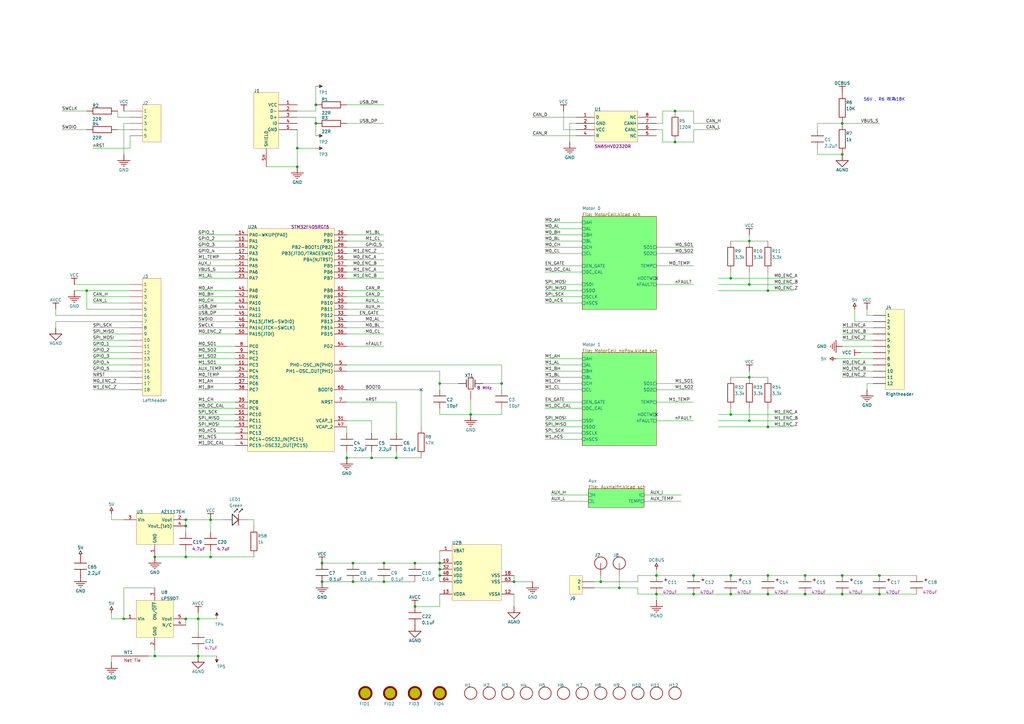
<source format=kicad_sch>
(kicad_sch (version 20231120) (generator "eeschema") (generator_version "8.0")
  (paper "A3")
  (junction (at 284.48 236.0422))
  (junction (at 50.8 253.8222))
  (junction (at 142.24 187.7822))
  (junction (at 360.68 243.6622))
  (junction (at 284.48 243.6622))
  (junction (at 193.04 170.0022))
  (junction (at 330.2 243.6622))
  (junction (at 76.2 228.4222))
  (junction (at 63.5 269.0622))
  (junction (at 157.48 238.5822))
  (junction (at 276.86 58.2422))
  (junction (at 180.34 230.9622))
  (junction (at 360.68 236.0422))
  (junction (at 205.74 157.3022))
  (junction (at 170.18 230.9622))
  (junction (at 180.34 233.5022))
  (junction (at 307.34 154.7622))
  (junction (at 81.28 253.8222))
  (junction (at 210.82 238.5822))
  (junction (at 299.72 170.0022))
  (junction (at 152.4 187.7822))
  (junction (at 129.54 43.0022))
  (junction (at 314.96 243.6622))
  (junction (at 144.78 230.9622))
  (junction (at 276.86 45.5422))
  (junction (at 132.08 230.9622))
  (junction (at 254 241.1222))
  (junction (at 86.36 213.1822))
  (junction (at 76.2 253.8222))
  (junction (at 144.78 238.5822))
  (junction (at 63.5 228.4222))
  (junction (at 81.28 269.0622))
  (junction (at 170.18 248.7422))
  (junction (at 121.92 68.4022))
  (junction (at 299.72 114.1222))
  (junction (at 314.96 236.0422))
  (junction (at 121.92 60.7822))
  (junction (at 330.2 236.0422))
  (junction (at 345.44 63.3222))
  (junction (at 307.34 98.8822))
  (junction (at 129.54 50.6222))
  (junction (at 157.48 230.9622))
  (junction (at 307.34 172.5422))
  (junction (at 314.96 119.2022))
  (junction (at 86.36 228.4222))
  (junction (at 180.34 157.3022))
  (junction (at 345.44 236.0422))
  (junction (at 299.72 236.0422))
  (junction (at 345.44 243.6622))
  (junction (at 132.08 238.5822))
  (junction (at 246.38 238.5822))
  (junction (at 345.44 50.6222))
  (junction (at 35.56 119.2022))
  (junction (at 76.2 213.1822))
  (junction (at 180.34 236.0422))
  (junction (at 162.56 187.7822))
  (junction (at 307.34 116.6622))
  (junction (at 314.96 175.0822))
  (junction (at 269.24 236.0422))
  (junction (at 76.2 215.7222))
  (junction (at 299.72 243.6622))
  (junction (at 269.24 243.6622))
  (no_connect (at 269.24 170.0022))
  (no_connect (at 269.24 114.1222))
  (no_connect (at 172.72 159.8422))
  (wire (pts (xy 246.38 238.5822) (xy 243.84 238.5822)))
  (wire (pts (xy 104.14 228.4222) (xy 86.36 228.4222)))
  (wire (pts (xy 142.24 149.6822) (xy 205.74 149.6822)))
  (wire (pts (xy 205.74 149.6822) (xy 205.74 157.3022)))
  (wire (pts (xy 96.52 106.5022) (xy 81.28 106.5022)))
  (wire (pts (xy 162.56 164.9222) (xy 142.24 164.9222)))
  (wire (pts (xy 180.34 157.3022) (xy 180.34 152.2222)))
  (wire (pts (xy 60.96 269.0622) (xy 63.5 269.0622)))
  (wire (pts (xy 358.14 131.9022) (xy 350.52 131.9022)))
  (wire (pts (xy 330.2 236.0422) (xy 345.44 236.0422)))
  (wire (pts (xy 48.26 48.0822) (xy 48.26 45.5422)))
  (wire (pts (xy 96.52 103.9622) (xy 81.28 103.9622)))
  (wire (pts (xy 307.34 152.2222) (xy 307.34 154.7622)))
  (wire (pts (xy 350.52 131.9022) (xy 350.52 126.8222)))
  (wire (pts (xy 236.22 55.7022) (xy 218.44 55.7022)))
  (wire (pts (xy 358.14 147.1422) (xy 342.9 147.1422)))
  (wire (pts (xy 96.52 121.7422) (xy 81.28 121.7422)))
  (wire (pts (xy 238.76 175.0822) (xy 223.52 175.0822)))
  (wire (pts (xy 284.48 50.6222) (xy 294.64 50.6222)))
  (wire (pts (xy 284.48 103.9622) (xy 269.24 103.9622)))
  (wire (pts (xy 35.56 45.5422) (xy 25.4 45.5422)))
  (wire (pts (xy 96.52 98.8822) (xy 81.28 98.8822)))
  (wire (pts (xy 157.48 114.1222) (xy 142.24 114.1222)))
  (wire (pts (xy 22.86 129.3622) (xy 22.86 126.8222)))
  (wire (pts (xy 299.72 170.0022) (xy 325.12 170.0022)))
  (wire (pts (xy 96.52 175.0822) (xy 81.28 175.0822)))
  (wire (pts (xy 53.34 149.6822) (xy 38.1 149.6822)))
  (wire (pts (xy 345.44 236.0422) (xy 360.68 236.0422)))
  (wire (pts (xy 53.34 48.0822) (xy 48.26 48.0822)))
  (wire (pts (xy 45.72 253.8222) (xy 45.72 251.2822)))
  (wire (pts (xy 96.52 109.0422) (xy 81.28 109.0422)))
  (wire (pts (xy 162.56 177.6222) (xy 162.56 164.9222)))
  (wire (pts (xy 172.72 187.7822) (xy 162.56 187.7822)))
  (wire (pts (xy 238.76 177.6222) (xy 223.52 177.6222)))
  (wire (pts (xy 358.14 134.4422) (xy 345.44 134.4422)))
  (wire (pts (xy 96.52 134.4422) (xy 81.28 134.4422)))
  (wire (pts (xy 269.24 236.0422) (xy 284.48 236.0422)))
  (wire (pts (xy 142.24 185.2422) (xy 142.24 187.7822)))
  (wire (pts (xy 129.54 55.7022) (xy 129.54 50.6222)))
  (wire (pts (xy 238.76 149.6822) (xy 223.52 149.6822)))
  (wire (pts (xy 284.48 172.5422) (xy 269.24 172.5422)))
  (wire (pts (xy 294.64 116.6622) (xy 307.34 116.6622)))
  (wire (pts (xy 345.44 50.6222) (xy 360.68 50.6222)))
  (wire (pts (xy 284.48 109.0422) (xy 269.24 109.0422)))
  (wire (pts (xy 307.34 167.4622) (xy 307.34 172.5422)))
  (wire (pts (xy 307.34 172.5422) (xy 325.12 172.5422)))
  (wire (pts (xy 157.48 106.5022) (xy 142.24 106.5022)))
  (wire (pts (xy 157.48 119.2022) (xy 142.24 119.2022)))
  (wire (pts (xy 218.44 238.5822) (xy 210.82 238.5822)))
  (wire (pts (xy 180.34 236.0422) (xy 180.34 233.5022)))
  (wire (pts (xy 279.4 203.0222) (xy 264.16 203.0222)))
  (wire (pts (xy 96.52 131.9022) (xy 81.28 131.9022)))
  (wire (pts (xy 271.78 45.5422) (xy 276.86 45.5422)))
  (wire (pts (xy 269.24 246.2022) (xy 269.24 243.6622)))
  (wire (pts (xy 30.48 116.6622) (xy 53.34 116.6622)))
  (wire (pts (xy 233.68 50.6222) (xy 236.22 50.6222)))
  (wire (pts (xy 261.62 236.0422) (xy 261.62 238.5822)))
  (wire (pts (xy 238.76 152.2222) (xy 223.52 152.2222)))
  (wire (pts (xy 180.34 238.5822) (xy 180.34 236.0422)))
  (wire (pts (xy 193.04 170.0022) (xy 205.74 170.0022)))
  (wire (pts (xy 284.48 101.4222) (xy 269.24 101.4222)))
  (wire (pts (xy 104.14 213.1822) (xy 104.14 215.7222)))
  (wire (pts (xy 276.86 58.2422) (xy 271.78 58.2422)))
  (wire (pts (xy 238.76 91.2622) (xy 223.52 91.2622)))
  (wire (pts (xy 22.86 131.9022) (xy 22.86 134.4422)))
  (wire (pts (xy 231.14 53.1622) (xy 236.22 53.1622)))
  (wire (pts (xy 284.48 164.9222) (xy 269.24 164.9222)))
  (wire (pts (xy 144.78 238.5822) (xy 157.48 238.5822)))
  (wire (pts (xy 238.76 96.3422) (xy 223.52 96.3422)))
  (wire (pts (xy 121.92 60.7822) (xy 121.92 53.1622)))
  (wire (pts (xy 50.8 45.5422) (xy 53.34 45.5422)))
  (wire (pts (xy 294.64 119.2022) (xy 314.96 119.2022)))
  (wire (pts (xy 96.52 126.8222) (xy 81.28 126.8222)))
  (wire (pts (xy 187.96 157.3022) (xy 180.34 157.3022)))
  (wire (pts (xy 284.48 236.0422) (xy 299.72 236.0422)))
  (wire (pts (xy 299.72 98.8822) (xy 307.34 98.8822)))
  (wire (pts (xy 335.28 50.6222) (xy 345.44 50.6222)))
  (wire (pts (xy 96.52 152.2222) (xy 81.28 152.2222)))
  (wire (pts (xy 180.34 248.7422) (xy 180.34 243.6622)))
  (wire (pts (xy 279.4 205.5622) (xy 264.16 205.5622)))
  (wire (pts (xy 53.34 152.2222) (xy 38.1 152.2222)))
  (wire (pts (xy 96.52 144.6022) (xy 81.28 144.6022)))
  (wire (pts (xy 144.78 230.9622) (xy 132.08 230.9622)))
  (wire (pts (xy 238.76 121.7422) (xy 223.52 121.7422)))
  (wire (pts (xy 241.3 205.5622) (xy 226.06 205.5622)))
  (wire (pts (xy 299.72 154.7622) (xy 307.34 154.7622)))
  (wire (pts (xy 157.48 43.0022) (xy 142.24 43.0022)))
  (wire (pts (xy 63.5 269.0622) (xy 81.28 269.0622)))
  (wire (pts (xy 53.34 147.1422) (xy 38.1 147.1422)))
  (wire (pts (xy 238.76 167.4622) (xy 223.52 167.4622)))
  (wire (pts (xy 76.2 225.8822) (xy 76.2 228.4222)))
  (wire (pts (xy 314.96 175.0822) (xy 325.12 175.0822)))
  (wire (pts (xy 96.52 172.5422) (xy 81.28 172.5422)))
  (wire (pts (xy 157.48 121.7422) (xy 142.24 121.7422)))
  (wire (pts (xy 254 241.1222) (xy 261.62 241.1222)))
  (wire (pts (xy 63.5 228.4222) (xy 76.2 228.4222)))
  (wire (pts (xy 358.14 154.7622) (xy 345.44 154.7622)))
  (wire (pts (xy 86.36 228.4222) (xy 86.36 225.8822)))
  (wire (pts (xy 96.52 96.3422) (xy 81.28 96.3422)))
  (wire (pts (xy 53.34 126.8222) (xy 35.56 126.8222)))
  (wire (pts (xy 157.48 111.5822) (xy 142.24 111.5822)))
  (wire (pts (xy 294.64 114.1222) (xy 299.72 114.1222)))
  (wire (pts (xy 50.8 50.6222) (xy 50.8 63.3222)))
  (wire (pts (xy 238.76 109.0422) (xy 223.52 109.0422)))
  (wire (pts (xy 330.2 243.6622) (xy 345.44 243.6622)))
  (wire (pts (xy 180.34 230.9622) (xy 170.18 230.9622)))
  (wire (pts (xy 152.4 187.7822) (xy 152.4 185.2422)))
  (wire (pts (xy 243.84 241.1222) (xy 254 241.1222)))
  (wire (pts (xy 96.52 101.4222) (xy 81.28 101.4222)))
  (wire (pts (xy 96.52 177.6222) (xy 81.28 177.6222)))
  (wire (pts (xy 299.72 114.1222) (xy 325.12 114.1222)))
  (wire (pts (xy 238.76 98.8822) (xy 223.52 98.8822)))
  (wire (pts (xy 96.52 142.0622) (xy 81.28 142.0622)))
  (wire (pts (xy 360.68 243.6622) (xy 375.92 243.6622)))
  (wire (pts (xy 96.52 129.3622) (xy 81.28 129.3622)))
  (wire (pts (xy 180.34 152.2222) (xy 142.24 152.2222)))
  (wire (pts (xy 53.34 129.3622) (xy 22.86 129.3622)))
  (wire (pts (xy 96.52 159.8422) (xy 81.28 159.8422)))
  (wire (pts (xy 45.72 213.1822) (xy 45.72 210.6422)))
  (wire (pts (xy 129.54 43.0022) (xy 129.54 35.3822)))
  (wire (pts (xy 269.24 236.0422) (xy 261.62 236.0422)))
  (wire (pts (xy 96.52 149.6822) (xy 81.28 149.6822)))
  (wire (pts (xy 81.28 253.8222) (xy 81.28 258.9022)))
  (wire (pts (xy 271.78 58.2422) (xy 271.78 53.1622)))
  (wire (pts (xy 53.34 139.5222) (xy 38.1 139.5222)))
  (wire (pts (xy 53.34 136.9822) (xy 38.1 136.9822)))
  (wire (pts (xy 76.2 218.2622) (xy 76.2 215.7222)))
  (wire (pts (xy 198.12 157.3022) (xy 205.74 157.3022)))
  (wire (pts (xy 50.8 213.1822) (xy 45.72 213.1822)))
  (wire (pts (xy 307.34 98.8822) (xy 314.96 98.8822)))
  (wire (pts (xy 345.44 63.3222) (xy 335.28 63.3222)))
  (wire (pts (xy 210.82 238.5822) (xy 210.82 236.0422)))
  (wire (pts (xy 96.52 147.1422) (xy 81.28 147.1422)))
  (wire (pts (xy 35.56 126.8222) (xy 35.56 119.2022)))
  (wire (pts (xy 96.52 167.4622) (xy 81.28 167.4622)))
  (wire (pts (xy 261.62 243.6622) (xy 269.24 243.6622)))
  (wire (pts (xy 307.34 96.3422) (xy 307.34 98.8822)))
  (wire (pts (xy 358.14 157.3022) (xy 355.6 157.3022)))
  (wire (pts (xy 35.56 53.1622) (xy 25.4 53.1622)))
  (wire (pts (xy 284.48 157.3022) (xy 269.24 157.3022)))
  (wire (pts (xy 53.34 142.0622) (xy 38.1 142.0622)))
  (wire (pts (xy 53.34 55.7022) (xy 53.34 60.7822)))
  (wire (pts (xy 38.1 121.7422) (xy 53.34 121.7422)))
  (wire (pts (xy 157.48 238.5822) (xy 170.18 238.5822)))
  (wire (pts (xy 360.68 236.0422) (xy 375.92 236.0422)))
  (wire (pts (xy 162.56 187.7822) (xy 152.4 187.7822)))
  (wire (pts (xy 157.48 103.9622) (xy 142.24 103.9622)))
  (wire (pts (xy 284.48 243.6622) (xy 299.72 243.6622)))
  (wire (pts (xy 335.28 53.1622) (xy 335.28 50.6222)))
  (wire (pts (xy 314.96 111.5822) (xy 314.96 119.2022)))
  (wire (pts (xy 299.72 167.4622) (xy 299.72 170.0022)))
  (wire (pts (xy 96.52 182.7022) (xy 81.28 182.7022)))
  (wire (pts (xy 121.92 68.4022) (xy 121.92 60.7822)))
  (wire (pts (xy 50.8 241.1222) (xy 50.8 253.8222)))
  (wire (pts (xy 96.52 170.0022) (xy 81.28 170.0022)))
  (wire (pts (xy 238.76 103.9622) (xy 223.52 103.9622)))
  (wire (pts (xy 314.96 236.0422) (xy 330.2 236.0422)))
  (wire (pts (xy 109.22 68.4022) (xy 121.92 68.4022)))
  (wire (pts (xy 96.52 124.2822) (xy 81.28 124.2822)))
  (wire (pts (xy 238.76 180.1622) (xy 223.52 180.1622)))
  (wire (pts (xy 157.48 136.9822) (xy 142.24 136.9822)))
  (wire (pts (xy 76.2 213.1822) (xy 86.36 213.1822)))
  (wire (pts (xy 205.74 170.0022) (xy 205.74 167.4622)))
  (wire (pts (xy 81.28 253.8222) (xy 81.28 251.2822)))
  (wire (pts (xy 96.52 119.2022) (xy 81.28 119.2022)))
  (wire (pts (xy 345.44 243.6622) (xy 360.68 243.6622)))
  (wire (pts (xy 96.52 164.9222) (xy 81.28 164.9222)))
  (wire (pts (xy 307.34 111.5822) (xy 307.34 116.6622)))
  (wire (pts (xy 157.48 134.4422) (xy 142.24 134.4422)))
  (wire (pts (xy 276.86 45.5422) (xy 284.48 45.5422)))
  (wire (pts (xy 284.48 58.2422) (xy 276.86 58.2422)))
  (wire (pts (xy 236.22 48.0822) (xy 218.44 48.0822)))
  (wire (pts (xy 96.52 180.1622) (xy 81.28 180.1622)))
  (wire (pts (xy 238.76 157.3022) (xy 223.52 157.3022)))
  (wire (pts (xy 358.14 136.9822) (xy 345.44 136.9822)))
  (wire (pts (xy 157.48 131.9022) (xy 142.24 131.9022)))
  (wire (pts (xy 307.34 116.6622) (xy 325.12 116.6622)))
  (wire (pts (xy 294.64 53.1622) (xy 284.48 53.1622)))
  (wire (pts (xy 157.48 129.3622) (xy 142.24 129.3622)))
  (wire (pts (xy 157.48 126.8222) (xy 142.24 126.8222)))
  (wire (pts (xy 132.08 238.5822) (xy 144.78 238.5822)))
  (wire (pts (xy 193.04 170.0022) (xy 193.04 163.6522)))
  (wire (pts (xy 238.76 154.7622) (xy 223.52 154.7622)))
  (wire (pts (xy 172.72 159.8422) (xy 172.72 175.0822)))
  (wire (pts (xy 314.96 243.6622) (xy 330.2 243.6622)))
  (wire (pts (xy 355.6 129.3622) (xy 355.6 126.8222)))
  (wire (pts (xy 157.48 98.8822) (xy 142.24 98.8822)))
  (wire (pts (xy 238.76 116.6622) (xy 223.52 116.6622)))
  (wire (pts (xy 53.34 60.7822) (xy 38.1 60.7822)))
  (wire (pts (xy 157.48 96.3422) (xy 142.24 96.3422)))
  (wire (pts (xy 261.62 241.1222) (xy 261.62 243.6622)))
  (wire (pts (xy 284.48 159.8422) (xy 269.24 159.8422)))
  (wire (pts (xy 358.14 142.0622) (xy 345.44 142.0622)))
  (wire (pts (xy 238.76 164.9222) (xy 223.52 164.9222)))
  (wire (pts (xy 86.36 213.1822) (xy 91.44 213.1822)))
  (wire (pts (xy 86.36 213.1822) (xy 86.36 210.6422)))
  (wire (pts (xy 238.76 111.5822) (xy 223.52 111.5822)))
  (wire (pts (xy 81.28 269.0622) (xy 81.28 266.5222)))
  (wire (pts (xy 284.48 45.5422) (xy 284.48 50.6222)))
  (wire (pts (xy 210.82 248.7422) (xy 210.82 243.6622)))
  (wire (pts (xy 129.54 48.0822) (xy 121.92 48.0822)))
  (wire (pts (xy 284.48 53.1622) (xy 284.48 58.2422)))
  (wire (pts (xy 129.54 45.5422) (xy 129.54 43.0022)))
  (wire (pts (xy 238.76 172.5422) (xy 223.52 172.5422)))
  (wire (pts (xy 238.76 147.1422) (xy 223.52 147.1422)))
  (wire (pts (xy 63.5 241.1222) (xy 50.8 241.1222)))
  (wire (pts (xy 96.52 114.1222) (xy 81.28 114.1222)))
  (wire (pts (xy 314.96 119.2022) (xy 325.12 119.2022)))
  (wire (pts (xy 96.52 111.5822) (xy 81.28 111.5822)))
  (wire (pts (xy 96.52 157.3022) (xy 81.28 157.3022)))
  (wire (pts (xy 254 236.0422) (xy 254 241.1222)))
  (wire (pts (xy 205.74 157.3022) (xy 205.74 159.8422)))
  (wire (pts (xy 238.76 124.2822) (xy 223.52 124.2822)))
  (wire (pts (xy 121.92 45.5422) (xy 129.54 45.5422)))
  (wire (pts (xy 180.34 233.5022) (xy 180.34 230.9622)))
  (wire (pts (xy 238.76 119.2022) (xy 223.52 119.2022)))
  (wire (pts (xy 152.4 172.5422) (xy 152.4 177.6222)))
  (wire (pts (xy 35.56 119.2022) (xy 30.48 119.2022)))
  (wire (pts (xy 157.48 124.2822) (xy 142.24 124.2822)))
  (wire (pts (xy 96.52 154.7622) (xy 81.28 154.7622)))
  (wire (pts (xy 231.14 45.5422) (xy 231.14 53.1622)))
  (wire (pts (xy 142.24 175.0822) (xy 142.24 177.6222)))
  (wire (pts (xy 170.18 248.7422) (xy 180.34 248.7422)))
  (wire (pts (xy 180.34 157.3022) (xy 180.34 159.8422)))
  (wire (pts (xy 299.72 111.5822) (xy 299.72 114.1222)))
  (wire (pts (xy 157.48 109.0422) (xy 142.24 109.0422)))
  (wire (pts (xy 238.76 101.4222) (xy 223.52 101.4222)))
  (wire (pts (xy 180.34 167.4622) (xy 180.34 170.0022)))
  (wire (pts (xy 299.72 236.0422) (xy 314.96 236.0422)))
  (wire (pts (xy 238.76 93.8022) (xy 223.52 93.8022)))
  (wire (pts (xy 63.5 266.5222) (xy 63.5 269.0622)))
  (wire (pts (xy 157.48 142.0622) (xy 142.24 142.0622)))
  (wire (pts (xy 271.78 53.1622) (xy 269.24 53.1622)))
  (wire (pts (xy 76.2 228.4222) (xy 86.36 228.4222)))
  (wire (pts (xy 355.6 157.3022) (xy 355.6 159.8422)))
  (wire (pts (xy 294.64 170.0022) (xy 299.72 170.0022)))
  (wire (pts (xy 53.34 50.6222) (xy 50.8 50.6222)))
  (wire (pts (xy 157.48 230.9622) (xy 144.78 230.9622)))
  (wire (pts (xy 53.34 119.2022) (xy 35.56 119.2022)))
  (wire (pts (xy 294.64 172.5422) (xy 307.34 172.5422)))
  (wire (pts (xy 53.34 144.6022) (xy 38.1 144.6022)))
  (wire (pts (xy 96.52 136.9822) (xy 81.28 136.9822)))
  (wire (pts (xy 76.2 256.3622) (xy 76.2 253.8222)))
  (wire (pts (xy 38.1 124.2822) (xy 53.34 124.2822)))
  (wire (pts (xy 358.14 129.3622) (xy 355.6 129.3622)))
  (wire (pts (xy 162.56 185.2422) (xy 162.56 187.7822)))
  (wire (pts (xy 76.2 215.7222) (xy 76.2 213.1822)))
  (wire (pts (xy 81.28 269.0622) (xy 88.9 269.0622)))
  (wire (pts (xy 358.14 144.6022) (xy 353.06 144.6022)))
  (wire (pts (xy 269.24 236.0422) (xy 269.24 233.5022)))
  (wire (pts (xy 157.48 101.4222) (xy 142.24 101.4222)))
  (wire (pts (xy 157.48 50.6222) (xy 142.24 50.6222)))
  (wire (pts (xy 53.34 159.8422) (xy 38.1 159.8422)))
  (wire (pts (xy 269.24 243.6622) (xy 284.48 243.6622)))
  (wire (pts (xy 180.34 225.8822) (xy 180.34 230.9622)))
  (wire (pts (xy 233.68 58.2422) (xy 233.68 50.6222)))
  (wire (pts (xy 53.34 53.1622) (xy 48.26 53.1622)))
  (wire (pts (xy 76.2 253.8222) (xy 81.28 253.8222)))
  (wire (pts (xy 53.34 157.3022) (xy 38.1 157.3022)))
  (wire (pts (xy 294.64 175.0822) (xy 314.96 175.0822)))
  (wire (pts (xy 358.14 152.2222) (xy 345.44 152.2222)))
  (wire (pts (xy 53.34 134.4422) (xy 38.1 134.4422)))
  (wire (pts (xy 358.14 139.5222) (xy 345.44 139.5222)))
  (wire (pts (xy 307.34 154.7622) (xy 314.96 154.7622)))
  (wire (pts (xy 284.48 116.6622) (xy 269.24 116.6622)))
  (wire (pts (xy 101.6 213.1822) (xy 104.14 213.1822)))
  (wire (pts (xy 53.34 154.7622) (xy 38.1 154.7622)))
  (wire (pts (xy 45.72 269.0622) (xy 45.72 271.6022)))
  (wire (pts (xy 142.24 172.5422) (xy 152.4 172.5422)))
  (wire (pts (xy 269.24 50.6222) (xy 271.78 50.6222)))
  (wire (pts (xy 299.72 243.6622) (xy 314.96 243.6622)))
  (wire (pts (xy 86.36 218.2622) (xy 86.36 213.1822)))
  (wire (pts (xy 271.78 50.6222) (xy 271.78 45.5422)))
  (wire (pts (xy 241.3 203.0222) (xy 226.06 203.0222)))
  (wire (pts (xy 180.34 170.0022) (xy 193.04 170.0022)))
  (wire (pts (xy 358.14 149.6822) (xy 345.44 149.6822)))
  (wire (pts (xy 314.96 167.4622) (xy 314.96 175.0822)))
  (wire (pts (xy 335.28 63.3222) (xy 335.28 60.7822)))
  (wire (pts (xy 53.34 131.9022) (xy 22.86 131.9022)))
  (wire (pts (xy 88.9 253.8222) (xy 81.28 253.8222)))
  (wire (pts (xy 50.8 253.8222) (xy 45.72 253.8222)))
  (wire (pts (xy 261.62 238.5822) (xy 246.38 238.5822)))
  (wire (pts (xy 170.18 230.9622) (xy 157.48 230.9622)))
  (wire (pts (xy 129.54 50.6222) (xy 129.54 48.0822)))
  (wire (pts (xy 246.38 236.0422) (xy 246.38 238.5822)))
  (wire (pts (xy 121.92 60.7822) (xy 129.54 60.7822)))
  (wire (pts (xy 142.24 187.7822) (xy 152.4 187.7822)))
  (wire (pts (xy 238.76 159.8422) (xy 223.52 159.8422)))
  (wire (pts (xy 142.24 159.8422) (xy 172.72 159.8422)))
  (text "56V , R6 改為18K\n" (at 362.712 40.894 0) (effects (font (size 1.27 1.27))))
  (label "M0_ENC_Z" (at 38.1 157.3022 0))
  (label "M0_ENC_A" (at 345.44 149.6822 0))
  (label "GPIO_1" (at 38.1 142.0622 0))
  (label "AUX_L" (at 149.86 124.2822 0))
  (label "M0_AH" (at 223.52 91.2622 0))
  (label "SWDIO" (at 25.4 53.1622 0))
  (label "M1_ENC_B" (at 345.44 136.9822 0))
  (label "M1_SO1" (at 81.28 149.6822 0))
  (label "M0_ENC_A" (at 317.5 114.1222 0))
  (label "SPI_MISO" (at 223.52 175.0822 0))
  (label "M0_SO2" (at 276.86 103.9622 0))
  (label "GPIO_3" (at 81.28 101.4222 0))
  (label "GPIO_3" (at 38.1 147.1422 0))
  (label "GPIO_4" (at 38.1 149.6822 0))
  (label "M0_AH" (at 81.28 119.2022 0))
  (label "nFAULT" (at 276.86 172.5422 0))
  (label "M1_ENC_A" (at 345.44 134.4422 0))
  (label "M0_ENC_Z" (at 317.5 119.2022 0))
  (label "M0_BH" (at 81.28 121.7422 0))
  (label "M1_BH" (at 81.28 159.8422 0))
  (label "M1_ENC_Z" (at 317.5 175.0822 0))
  (label "M0_TEMP" (at 274.32 109.0422 0))
  (label "nRST" (at 38.1 60.7822 0))
  (label "nRST" (at 149.86 164.9222 0))
  (label "M1_CL" (at 223.52 159.8422 0))
  (label "M0_DC_CAL" (at 81.28 167.4622 0))
  (label "M1_TEMP" (at 81.28 106.5022 0))
  (label "SPI_MISO" (at 81.28 172.5422 0))
  (label "AUX_I" (at 81.28 109.0422 0))
  (label "SPI_SCK" (at 38.1 134.4422 0))
  (label "SPI_SCK" (at 223.52 121.7422 0))
  (label "M0_CL" (at 223.52 103.9622 0))
  (label "M0_ENC_B" (at 144.78 109.0422 0))
  (label "SPI_MOSI" (at 81.28 175.0822 0))
  (label "M1_AH" (at 223.52 147.1422 0))
  (label "GPIO_2" (at 81.28 98.8822 0))
  (label "M0_SO1" (at 81.28 142.0622 0))
  (label "BOOT0" (at 149.86 159.8422 0))
  (label "M0_TEMP" (at 81.28 154.7622 0))
  (label "M1_DC_CAL" (at 81.28 182.7022 0))
  (label "AUX_L" (at 226.06 205.5622 0))
  (label "GPIO_5" (at 149.86 101.4222 0))
  (label "AUX_I" (at 266.7 203.0222 0))
  (label "M0_ENC_B" (at 345.44 152.2222 0))
  (label "M1_BH" (at 223.52 152.2222 0))
  (label "M1_ENC_B" (at 144.78 114.1222 0))
  (label "M1_SO2" (at 276.86 159.8422 0))
  (label "AUX_H" (at 226.06 203.0222 0))
  (label "CAN_D" (at 149.86 121.7422 0))
  (label "M1_nCS" (at 223.52 180.1622 0))
  (label "M1_BL" (at 149.86 96.3422 0))
  (label "M1_ENC_Z" (at 345.44 139.5222 0))
  (label "M1_AL" (at 81.28 114.1222 0))
  (label "M0_nCS" (at 223.52 124.2822 0))
  (label "GPIO_1" (at 81.28 96.3422 0))
  (label "AUX_H" (at 149.86 126.8222 0))
  (label "SPI_SCK" (at 223.52 177.6222 0))
  (label "SPI_MISO" (at 38.1 136.9822 0))
  (label "M0_nCS" (at 81.28 177.6222 0))
  (label "USB_DM" (at 81.28 126.8222 0))
  (label "CAN_R" (at 218.44 55.7022 0))
  (label "SPI_MOSI" (at 223.52 172.5422 0))
  (label "M1_AL" (at 223.52 149.6822 0))
  (label "M0_ENC_Z" (at 81.28 136.9822 0))
  (label "SPI_SCK" (at 81.28 170.0022 0))
  (label "M0_BL" (at 149.86 134.4422 0))
  (label "CAN_D" (at 218.44 48.0822 0))
  (label "M0_CH" (at 81.28 124.2822 0))
  (label "M0_ENC_A" (at 144.78 106.5022 0))
  (label "M1_DC_CAL" (at 223.52 167.4622 0))
  (label "M1_SO1" (at 276.86 157.3022 0))
  (label "nFAULT" (at 276.86 116.6622 0))
  (label "M0_AL" (at 149.86 131.9022 0))
  (label "NRST" (at 38.1 154.7622 0))
  (label "M0_DC_CAL" (at 223.52 111.5822 0))
  (label "CAN_L" (at 289.56 53.1622 0))
  (label "M0_AL" (at 223.52 93.8022 0))
  (label "CAN_R" (at 149.86 119.2022 0))
  (label "M1_TEMP" (at 274.32 164.9222 0))
  (label "M1_BL" (at 223.52 154.7622 0))
  (label "M0_SO2" (at 81.28 144.6022 0))
  (label "VBUS_S" (at 353.06 50.6222 0))
  (label "M1_ENC_B" (at 317.5 172.5422 0))
  (label "EN_GATE" (at 147.32 129.3622 0))
  (label "nFAULT" (at 149.86 142.0622 0))
  (label "CAN_H" (at 38.1 121.7422 0))
  (label "AUX_TEMP" (at 81.28 152.2222 0))
  (label "SPI_MISO" (at 223.52 119.2022 0))
  (label "M1_CL" (at 149.86 98.8822 0))
  (label "SWDIO" (at 81.28 131.9022 0))
  (label "M0_BH" (at 223.52 96.3422 0))
  (label "AUX_TEMP" (at 266.7 205.5622 0))
  (label "SWCLK" (at 25.4 45.5422 0))
  (label "USB_DM" (at 147.32 43.0022 0))
  (label "M0_ENC_B" (at 317.5 116.6622 0))
  (label "M1_CH" (at 223.52 157.3022 0))
  (label "USB_DP" (at 147.32 50.6222 0))
  (label "SPI_MOSI" (at 223.52 116.6622 0))
  (label "M1_SO2" (at 81.28 147.1422 0))
  (label "SWCLK" (at 81.28 134.4422 0))
  (label "M1_ENC_A" (at 144.78 111.5822 0))
  (label "M0_SO1" (at 276.86 101.4222 0))
  (label "GPIO_2" (at 38.1 144.6022 0))
  (label "M0_ENC_Z" (at 345.44 154.7622 0))
  (label "M1_ENC_Z" (at 38.1 159.8422 0))
  (label "M0_CH" (at 223.52 101.4222 0))
  (label "EN_GATE" (at 223.52 164.9222 0))
  (label "CAN_L" (at 38.1 124.2822 0))
  (label "CAN_H" (at 289.56 50.6222 0))
  (label "GPIO_5" (at 38.1 152.2222 0))
  (label "VBUS_S" (at 81.28 111.5822 0))
  (label "M1_AH" (at 81.28 157.3022 0))
  (label "SPI_MOSI" (at 38.1 139.5222 0))
  (label "EN_GATE" (at 223.52 109.0422 0))
  (label "M1_CH" (at 81.28 164.9222 0))
  (label "M0_CL" (at 149.86 136.9822 0))
  (label "M1_ENC_Z" (at 144.78 103.9622 0))
  (label "GPIO_4" (at 81.28 103.9622 0))
  (label "USB_DP" (at 81.28 129.3622 0))
  (label "M1_ENC_A" (at 317.5 170.0022 0))
  (label "M0_BL" (at 223.52 98.8822 0))
  (label "M1_NCS" (at 81.28 180.1622 0))
  (symbol (lib_id "odrive-altium-import:root_0_M3 Hole") (at 261.62 284.3022 0) (unit 1)
    (property "Reference" "H10" (at 259.082 281.7642 0) (effects (justify left bottom)))
    (property "Footprint" "M3 Hole" (effects (hide yes)))
    (property "Description" "M3 Hole with no copper" (effects (hide yes)))
  )
  (symbol (lib_id "odrive-altium-import:AVCC_BAR") (at 170.18 248.7422 180) (unit 1)
    (property "Reference" "#PWR?" (effects (hide yes)))
    (property "Value" "AVCC" (at 170.18 244.9322 0))
  )
  (symbol (lib_id "odrive-altium-import:root_0_STM32F405RGT6") (at 101.6 93.8022 0) (unit 1)
    (property "Reference" "U2" (at 101.6 93.8022 0) (effects (justify left bottom)))
    (property "Footprint" "STM-LQFP64_N" (effects (hide yes)))
    (property "Description" "ARM Cortex-M4 32-bit MCU+FPU, 210 DMIPS, 1024 kB Flash, 192 kB Internal RAM, 51 I/Os, 64-pin LQFP, -40 to 85 degC, Tray" (effects (hide yes)))
    (property "DATASHEETVERSION" "Rev. 4" (effects (hide yes)))
    (property "PACKAGEVERSION" "Rev. 4, 06/2013" (effects (hide yes)))
    (property "PACKAGEREFERENCE" "LQFP64" (effects (hide yes)))
    (property "PACKAGEDESCRIPTION" "64-Pin Low Profile Quad Flat Package, 10 x 10 mm Body, 0.5 mm Pitch" (effects (hide yes)))
    (property "SUPPLIER 1" "Digi-Key" (effects (hide yes)))
    (property "SUPPLIER PART NUMBER 1" "497-11767-ND" (effects (hide yes)))
    (property "SUPPLIER 2" "Farnell" (effects (hide yes)))
    (property "SUPPLIER PART NUMBER 2" "2064363" (effects (hide yes)))
    (property "SUPPLIER 3" "Newark" (effects (hide yes)))
    (property "SUPPLIER PART NUMBER 3" "73T2329" (effects (hide yes)))
    (property "SUPPLIER 4" "Mouser" (effects (hide yes)))
    (property "SUPPLIER PART NUMBER 4" "511-STM32F405RGT6" (effects (hide yes)))
    (property "CORE" "ARM Cortex-M4" (effects (hide yes)))
    (property "D/A CONVERTER" "2x12-bit" (effects (hide yes)))
    (property "FLASH SIZE (PROG) (KB)" "1024" (effects (hide yes)))
    (property "I/OS (HIGH CURRENT)" "51" (effects (hide yes)))
    (property "INTERNAL RAM SIZE (KB)" "192" (effects (hide yes)))
    (property "OPERATING FREQUENCY(F) (PROCESSOR SPEED) (MHZ)" "168" (effects (hide yes)))
    (property "PACKING" "Tray" (effects (hide yes)))
    (property "SUPPLY VOLTAGE(VCC) MAX (V)" "3.6" (effects (hide yes)))
    (property "SUPPLY VOLTAGE(VCC) MIN (V)" "1.8" (effects (hide yes)))
    (property "MANUFACTURER" "STMicroelectronics" (effects (hide yes)))
    (property "MOUNTING TECHNOLOGY" "Surface Mount" (effects (hide yes)))
    (property "PARTNUMBER" "STM32F405RGT6" (at 119.38 93.8022 0) (effects (justify left bottom)))
    (property "COMPONENTLINK1DESCRIPTION" "Manufacturer URL" (effects (hide yes)))
    (property "COMPONENTLINK1URL" "http://www.st.com/web/en/home.html" (effects (hide yes)))
    (property "COMPONENTLINK2DESCRIPTION" "Datasheet" (effects (hide yes)))
    (property "COMPONENTLINK2URL" "http://www.st.com/st-web-ui/static/active/en/resource/technical/document/datasheet/DM00037051.pdf" (effects (hide yes)))
    (property "COMPONENTLINK3DESCRIPTION" "Package Specification" (effects (hide yes)))
    (property "COMPONENTLINK3URL" "http://www.st.com/st-web-ui/static/active/en/resource/technical/document/datasheet/DM00037051.pdf" (effects (hide yes)))
  )
  (symbol (lib_id "odrive-altium-import:root_2_GRM188R71H104KA93D") (at 157.48 230.9622 0) (unit 1)
    (property "Reference" "C9" (at 160.274 235.7882 0) (effects (justify left bottom)))
    (property "Value" "${CAPACITANCE}" (at 160.274 238.3282 0) (effects (justify left bottom)))
    (property "Footprint" "CAPC1608X09L" (effects (hide yes)))
    (property "Description" "CAP CER 0.1UF 50V X7R 0603" (effects (hide yes)))
    (property "SUPPLIER 1" "Digi-Key" (effects (hide yes)))
    (property "SUPPLIER PART NUMBER 1" "490-1519-2-ND" (effects (hide yes)))
    (property "MANUFACTURER" "Murata Electronics North America" (effects (hide yes)))
    (property "MANUFACTURER PART NUMBER" "GRM188R71H104KA93D" (effects (hide yes)))
    (property "ROHS" "RoHS Compliant" (effects (hide yes)))
    (property "CATEGORY" "Capacitors" (effects (hide yes)))
    (property "PRICING 1" "4000=0.01822, 8000=0.01663, 12000=0.01584 (USD)" (effects (hide yes)))
    (property "PACKAGING" "Tape & Reel (TR)" (effects (hide yes)))
    (property "CAPACITANCE" "0.1uF" (effects (hide yes)))
    (property "TOLERANCE" "±10%" (effects (hide yes)))
    (property "VOLTAGE - RATED" "50V" (effects (hide yes)))
    (property "TEMPERATURE COEFFICIENT" "X7R" (effects (hide yes)))
    (property "MOUNTING TYPE" "Surface Mount, MLCC" (effects (hide yes)))
    (property "OPERATING TEMPERATURE" "-55°C ~ 125°C" (effects (hide yes)))
    (property "APPLICATIONS" "General Purpose" (effects (hide yes)))
    (property "RATINGS" "-" (effects (hide yes)))
    (property "PACKAGE / CASE" "0603 (1608 Metric)" (effects (hide yes)))
    (property "SIZE / DIMENSION" "0.063\" L x 0.032\" W (1.60mm x 0.80mm)" (effects (hide yes)))
    (property "HEIGHT - SEATED (MAX)" "-" (effects (hide yes)))
    (property "THICKNESS (MAX)" "0.035\" (0.90mm)" (effects (hide yes)))
    (property "LEAD SPACING" "-" (effects (hide yes)))
    (property "FEATURES" "-" (effects (hide yes)))
    (property "LEAD STYLE" "-" (effects (hide yes)))
    (property "COMPONENTLINK1URL" "http://www.murata.com/~/media/webrenewal/support/library/catalog/products/capacitor/mlcc/c02e.ashx?la=en-us" (effects (hide yes)))
    (property "COMPONENTLINK1DESCRIPTION" "http://www.murata.com/~/media/webrenewal/support/library/catalog/products/capacitor/mlcc/c02e.ashx?la=en-us" (effects (hide yes)))
    (property "STOCK" "19812000" (effects (hide yes)))
    (property "PART STATUS" "Active" (effects (hide yes)))
    (property "SUPPLIER 2" "Digi-Key" (effects (hide yes)))
    (property "SUPPLIER PART NUMBER 2" "490-1519-1-ND" (effects (hide yes)))
    (property "PRICING 2" "1=0.12, 10=0.084, 100=0.0396, 500=0.02778, 1000=0.023 (USD)" (effects (hide yes)))
  )
  (symbol (lib_id "odrive-altium-import:root_2_RC0603FR-071KL") (at 104.14 215.7222 0) (unit 1)
    (property "Reference" "R58" (at 105.664 220.5482 0) (effects (justify left bottom)))
    (property "Value" "1k" (at 105.664 223.0882 0) (effects (justify left bottom)))
    (property "Footprint" "RESC1608X55N" (effects (hide yes)))
    (property "Description" "RES SMD 1K OHM 1% 1/10W 0603" (effects (hide yes)))
    (property "SUPPLIER 1" "Digi-Key" (effects (hide yes)))
    (property "SUPPLIER PART NUMBER 1" "311-1.00KHRCT-ND" (effects (hide yes)))
    (property "MANUFACTURER" "Yageo" (effects (hide yes)))
    (property "ROHS" "RoHS Compliant" (effects (hide yes)))
    (property "CATEGORY" "Resistors" (effects (hide yes)))
    (property "STOCK 1" "6734836" (effects (hide yes)))
    (property "PRICING 1" "1=0.1, 10=0.014, 25=0.01, 100=0.0057, 250=0.00436, 500=0.00348, 1000=0.00257, 2500=0.00223 (USD)" (effects (hide yes)))
    (property "PACKAGING" "Cut Tape (CT)" (effects (hide yes)))
    (property "TOLERANCE" "±1%" (effects (hide yes)))
    (property "POWER (WATTS)" "0.1W, 1/10W" (effects (hide yes)))
    (property "COMPOSITION" "Thick Film" (effects (hide yes)))
    (property "FEATURES" "Moisture Resistant" (effects (hide yes)))
    (property "TEMPERATURE COEFFICIENT" "±100ppm/°C" (effects (hide yes)))
    (property "OPERATING TEMPERATURE" "-55°C ~ 155°C" (effects (hide yes)))
    (property "PACKAGE / CASE" "0603 (1608 Metric)" (effects (hide yes)))
    (property "SUPPLIER DEVICE PACKAGE" "0603" (effects (hide yes)))
    (property "SIZE / DIMENSION" "0.063\" L x 0.031\" W (1.60mm x 0.80mm)" (effects (hide yes)))
    (property "HEIGHT" "0.022\" (0.55mm)" (effects (hide yes)))
    (property "NUMBER OF TERMINATIONS" "2" (effects (hide yes)))
    (property "COMPONENTLINK1URL" "http://www.yageo.com/documents/recent/PYu-RC_Group_51_RoHS_L_04.pdf" (effects (hide yes)))
    (property "COMPONENTLINK1DESCRIPTION" "http://www.yageo.com/documents/recent/PYu-RC_Group_51_RoHS_L_04.pdf" (effects (hide yes)))
    (property "MANUFACTURER PART NUMBER" "RC0603FR-071KL" (effects (hide yes)))
    (property "RESISTANCE (OHMS)" "1k" (effects (hide yes)))
  )
  (symbol (lib_id "odrive-altium-import:root_0_AZ1117EH-3.3TRG1") (at 63.5 218.2622 0) (unit 1)
    (property "Reference" "U3" (at 55.88 210.6422 0) (effects (justify left bottom)))
    (property "Value" "AZ1117EH" (at 66.04 210.6422 0) (effects (justify left bottom)))
    (property "Footprint" "SOT223" (effects (hide yes)))
    (property "Description" "IC REG LDO 3.3V 1A SOT223" (effects (hide yes)))
    (property "SUPPLIER 1" "Digi-Key" (effects (hide yes)))
    (property "SUPPLIER PART NUMBER 1" "AZ1117EH-3.3TRG1DICT-ND" (effects (hide yes)))
    (property "MANUFACTURER" "Diodes Incorporated" (effects (hide yes)))
    (property "ROHS" "RoHS Compliant" (effects (hide yes)))
    (property "CATEGORY" "Integrated Circuits (ICs)" (effects (hide yes)))
    (property "STOCK 1" "22748" (effects (hide yes)))
    (property "PRICING 1" "1=0.43, 10=0.321, 100=0.1815, 500=0.12022, 1000=0.09216 (USD)" (effects (hide yes)))
    (property "PACKAGING" "Cut Tape (CT)" (effects (hide yes)))
    (property "PART STATUS" "Active" (effects (hide yes)))
    (property "REGULATOR TOPOLOGY" "Positive Fixed" (effects (hide yes)))
    (property "VOLTAGE - OUTPUT" "3.3V" (effects (hide yes)))
    (property "CURRENT - OUTPUT" "1A" (effects (hide yes)))
    (property "VOLTAGE - DROPOUT (TYPICAL)" "1.1V @ 1A" (effects (hide yes)))
    (property "VOLTAGE - INPUT" "Up to 13V" (effects (hide yes)))
    (property "CURRENT - LIMIT (MIN)" "-" (effects (hide yes)))
    (property "OPERATING TEMPERATURE" "-40°C ~ 125°C" (effects (hide yes)))
    (property "MOUNTING TYPE" "Surface Mount" (effects (hide yes)))
    (property "PACKAGE / CASE" "TO-261-4, TO-261AA" (effects (hide yes)))
    (property "SUPPLIER DEVICE PACKAGE" "SOT-223" (effects (hide yes)))
    (property "COMPONENTLINK1URL" "http://www.diodes.com/assets/Datasheets/AZ1117E.pdf" (effects (hide yes)))
    (property "COMPONENTLINK1DESCRIPTION" "http://www.diodes.com/assets/Datasheets/AZ1117E.pdf" (effects (hide yes)))
  )
  (symbol (lib_id "odrive-altium-import:root_0_M3 Hole") (at 200.66 284.3022 0) (unit 1)
    (property "Reference" "H2" (at 198.122 281.7642 0) (effects (justify left bottom)))
    (property "Footprint" "M3 Hole" (effects (hide yes)))
    (property "Description" "M3 Hole with no copper" (effects (hide yes)))
  )
  (symbol (lib_id "odrive-altium-import:AVCC_BAR") (at 81.28 251.2822 180) (unit 1)
    (property "Reference" "#PWR?" (effects (hide yes)))
    (property "Value" "AVCC" (at 81.28 247.4722 0))
  )
  (symbol (lib_id "odrive-altium-import:root_0_RC0603FR-0710KL") (at 345.44 50.6222 0) (unit 1)
    (property "Reference" "R6" (at 346.964 42.7482 0) (effects (justify left bottom)))
    (property "Value" "10K" (at 346.964 45.2882 0) (effects (justify left bottom)))
    (property "Footprint" "RESC1608X55N" (effects (hide yes)))
    (property "Description" "RES SMD 10K OHM 1% 1/10W 0603" (effects (hide yes)))
    (property "SUPPLIER 1" "Digi-Key" (effects (hide yes)))
    (property "SUPPLIER PART NUMBER 1" "311-10.0KHRCT-ND" (effects (hide yes)))
    (property "MANUFACTURER" "Yageo" (effects (hide yes)))
    (property "MANUFACTURER PART NUMBER" "RC0603FR-0710KL" (effects (hide yes)))
    (property "ROHS" "RoHS Compliant" (effects (hide yes)))
    (property "CATEGORY" "Resistors" (effects (hide yes)))
    (property "STOCK 1" "13504930" (effects (hide yes)))
    (property "PRICING 1" "1=0.1, 10=0.014, 25=0.01, 100=0.0057, 250=0.00436, 500=0.00348, 1000=0.00257, 2500=0.00223 (USD)" (effects (hide yes)))
    (property "PACKAGING" "Cut Tape (CT)" (effects (hide yes)))
    (property "RESISTANCE (OHMS)" "10k" (effects (hide yes)))
    (property "TOLERANCE" "±1%" (effects (hide yes)))
    (property "POWER (WATTS)" "0.1W, 1/10W" (effects (hide yes)))
    (property "COMPOSITION" "Thick Film" (effects (hide yes)))
    (property "FEATURES" "Moisture Resistant" (effects (hide yes)))
    (property "TEMPERATURE COEFFICIENT" "±100ppm/°C" (effects (hide yes)))
    (property "OPERATING TEMPERATURE" "-55°C ~ 155°C" (effects (hide yes)))
    (property "PACKAGE / CASE" "0603 (1608 Metric)" (effects (hide yes)))
    (property "SUPPLIER DEVICE PACKAGE" "0603" (effects (hide yes)))
    (property "SIZE / DIMENSION" "0.063\" L x 0.031\" W (1.60mm x 0.80mm)" (effects (hide yes)))
    (property "HEIGHT" "0.022\" (0.55mm)" (effects (hide yes)))
    (property "NUMBER OF TERMINATIONS" "2" (effects (hide yes)))
    (property "COMPONENTLINK1URL" "http://www.yageo.com/documents/recent/PYu-RC_Group_51_RoHS_L_04.pdf" (effects (hide yes)))
    (property "COMPONENTLINK1DESCRIPTION" "http://www.yageo.com/documents/recent/PYu-RC_Group_51_RoHS_L_04.pdf" (effects (hide yes)))
  )
  (symbol (lib_id "odrive-altium-import:GND_POWER_GROUND") (at 142.24 187.7822 0) (unit 1)
    (property "Reference" "#PWR?" (effects (hide yes)))
    (property "Value" "GND" (at 142.24 194.1322 0))
  )
  (symbol (lib_id "odrive-altium-import:root_2_GRM188R71H104KA93D") (at 144.78 230.9622 0) (unit 1)
    (property "Reference" "C8" (at 147.574 235.7882 0) (effects (justify left bottom)))
    (property "Value" "${CAPACITANCE}" (at 147.574 238.3282 0) (effects (justify left bottom)))
    (property "Footprint" "CAPC1608X09L" (effects (hide yes)))
    (property "Description" "CAP CER 0.1UF 50V X7R 0603" (effects (hide yes)))
    (property "SUPPLIER 1" "Digi-Key" (effects (hide yes)))
    (property "SUPPLIER PART NUMBER 1" "490-1519-2-ND" (effects (hide yes)))
    (property "MANUFACTURER" "Murata Electronics North America" (effects (hide yes)))
    (property "MANUFACTURER PART NUMBER" "GRM188R71H104KA93D" (effects (hide yes)))
    (property "ROHS" "RoHS Compliant" (effects (hide yes)))
    (property "CATEGORY" "Capacitors" (effects (hide yes)))
    (property "PRICING 1" "4000=0.01822, 8000=0.01663, 12000=0.01584 (USD)" (effects (hide yes)))
    (property "PACKAGING" "Tape & Reel (TR)" (effects (hide yes)))
    (property "CAPACITANCE" "0.1uF" (effects (hide yes)))
    (property "TOLERANCE" "±10%" (effects (hide yes)))
    (property "VOLTAGE - RATED" "50V" (effects (hide yes)))
    (property "TEMPERATURE COEFFICIENT" "X7R" (effects (hide yes)))
    (property "MOUNTING TYPE" "Surface Mount, MLCC" (effects (hide yes)))
    (property "OPERATING TEMPERATURE" "-55°C ~ 125°C" (effects (hide yes)))
    (property "APPLICATIONS" "General Purpose" (effects (hide yes)))
    (property "RATINGS" "-" (effects (hide yes)))
    (property "PACKAGE / CASE" "0603 (1608 Metric)" (effects (hide yes)))
    (property "SIZE / DIMENSION" "0.063\" L x 0.032\" W (1.60mm x 0.80mm)" (effects (hide yes)))
    (property "HEIGHT - SEATED (MAX)" "-" (effects (hide yes)))
    (property "THICKNESS (MAX)" "0.035\" (0.90mm)" (effects (hide yes)))
    (property "LEAD SPACING" "-" (effects (hide yes)))
    (property "FEATURES" "-" (effects (hide yes)))
    (property "LEAD STYLE" "-" (effects (hide yes)))
    (property "COMPONENTLINK1URL" "http://www.murata.com/~/media/webrenewal/support/library/catalog/products/capacitor/mlcc/c02e.ashx?la=en-us" (effects (hide yes)))
    (property "COMPONENTLINK1DESCRIPTION" "http://www.murata.com/~/media/webrenewal/support/library/catalog/products/capacitor/mlcc/c02e.ashx?la=en-us" (effects (hide yes)))
    (property "STOCK" "19812000" (effects (hide yes)))
    (property "PART STATUS" "Active" (effects (hide yes)))
    (property "SUPPLIER 2" "Digi-Key" (effects (hide yes)))
    (property "SUPPLIER PART NUMBER 2" "490-1519-1-ND" (effects (hide yes)))
    (property "PRICING 2" "1=0.12, 10=0.084, 100=0.0396, 500=0.02778, 1000=0.023 (USD)" (effects (hide yes)))
  )
  (symbol (lib_id "odrive-altium-import:root_0_EEEFP1E471AP") (at 345.44 243.6622 0) (unit 1)
    (property "Reference" "C16" (at 350.012 239.5982 0) (effects (justify left bottom)))
    (property "Value" "470uF" (effects (hide yes)))
    (property "Footprint" "CAP_ELEC_SIZE_G" (effects (hide yes)))
    (property "Description" "CAP, FP Series, 470 µF, 25 V, Radial Can - SMD, 10 mm" (effects (hide yes)))
    (property "ALTIUM_VALUE" "470uF" (at 347.98 243.6622 0) (effects (justify left bottom)))
    (property "SUPPLIER 1" "Digi-Key" (effects (hide yes)))
    (property "SUPPLIER PART NUMBER 1" "PCE4440TR-ND" (effects (hide yes)))
    (property "MANUFACTURER" "Panasonic Electronic Components" (effects (hide yes)))
    (property "ROHS" "RoHS Compliant" (effects (hide yes)))
    (property "CATEGORY" "Capacitors" (effects (hide yes)))
    (property "STOCK" "8000" (effects (hide yes)))
    (property "PRICING 1" "500=0.3571, 1000=0.30072, 2500=0.28192, 5000=0.26313, 12500=0.24997, 25000=0.24434 (USD)" (effects (hide yes)))
    (property "PACKAGING" "Tape & Reel (TR)" (effects (hide yes)))
    (property "PART STATUS" "Active" (effects (hide yes)))
    (property "TOLERANCE" "±20%" (effects (hide yes)))
    (property "ESR (EQUIVALENT SERIES RESISTANCE)" "60 mOhm @ 100kHz" (effects (hide yes)))
    (property "LIFETIME @ TEMP." "2000 Hrs @ 105°C" (effects (hide yes)))
    (property "OPERATING TEMPERATURE" "-55°C ~ 105°C" (effects (hide yes)))
    (property "POLARIZATION" "Polar" (effects (hide yes)))
    (property "APPLICATIONS" "Automotive" (effects (hide yes)))
    (property "RIPPLE CURRENT - LOW FREQUENCY" "773.5mA @ 120Hz" (effects (hide yes)))
    (property "RIPPLE CURRENT - HIGH FREQUENCY" "1.19A @ 100kHz" (effects (hide yes)))
    (property "LEAD SPACING" "-" (effects (hide yes)))
    (property "SIZE / DIMENSION" "0.394\" Dia (10.00mm)" (effects (hide yes)))
    (property "HEIGHT - SEATED (MAX)" "0.402\" (10.20mm)" (effects (hide yes)))
    (property "SURFACE MOUNT LAND SIZE" "0.406\" L x 0.406\" W (10.30mm x 10.30mm)" (effects (hide yes)))
    (property "MOUNTING TYPE" "Surface Mount" (effects (hide yes)))
    (property "PACKAGE / CASE" "Radial, Can - SMD" (effects (hide yes)))
    (property "COMPONENTLINK1URL" "http://industrial.panasonic.com/www-cgi/jvcr13pz.cgi?E+PZ+3+ABA0114+EEEFP1E471AP+7+WW" (effects (hide yes)))
    (property "COMPONENTLINK1DESCRIPTION" "http://industrial.panasonic.com/www-cgi/jvcr13pz.cgi?E+PZ+3+ABA0114+EEEFP1E471AP+7+WW" (effects (hide yes)))
    (property "SUPPLIER 2" "Digi-Key" (effects (hide yes)))
    (property "SUPPLIER PART NUMBER 2" "PCE4440CT-ND" (effects (hide yes)))
    (property "PRICING 2" "1=0.92, 10=0.702, 100=0.5025 (USD)" (effects (hide yes)))
    (property "MANUFACTURER PART NUMBER" "EEE-FP1E471AP" (effects (hide yes)))
  )
  (symbol (lib_id "odrive-altium-import:root_0_M3 Hole") (at 215.9 284.3022 0) (unit 1)
    (property "Reference" "H4" (at 213.362 281.7642 0) (effects (justify left bottom)))
    (property "Footprint" "M3 Hole" (effects (hide yes)))
    (property "Description" "M3 Hole with no copper" (effects (hide yes)))
  )
  (symbol (lib_id "odrive-altium-import:GND_POWER_GROUND") (at 233.68 58.2422 0) (unit 1)
    (property "Reference" "#PWR?" (effects (hide yes)))
    (property "Value" "GND" (at 233.68 64.5922 0))
  )
  (symbol (lib_id "odrive-altium-import:GND_POWER_GROUND") (at 218.44 238.5822 0) (unit 1)
    (property "Reference" "#PWR?" (effects (hide yes)))
    (property "Value" "GND" (at 218.44 244.9322 0))
  )
  (symbol (lib_id "odrive-altium-import:root_0_Header 5") (at 58.42 43.0022 0) (unit 1)
    (property "Reference" "J2" (at 58.42 43.0022 0) (effects (justify left bottom)))
    (property "Footprint" "HDR1X5" (effects (hide yes)))
    (property "Description" "Header, 5-Pin" (effects (hide yes)))
    (property "LATESTREVISIONDATE" "17-Jul-2002" (effects (hide yes)))
    (property "LATESTREVISIONNOTE" "Re-released for DXP Platform." (effects (hide yes)))
    (property "PUBLISHER" "Altium Limited" (effects (hide yes)))
  )
  (symbol (lib_id "odrive-altium-import:root_0_EEEFP1E471AP") (at 360.68 243.6622 0) (unit 1)
    (property "Reference" "C17" (at 365.252 239.5982 0) (effects (justify left bottom)))
    (property "Value" "470uF" (effects (hide yes)))
    (property "Footprint" "CAP_ELEC_SIZE_G" (effects (hide yes)))
    (property "Description" "CAP, FP Series, 470 µF, 25 V, Radial Can - SMD, 10 mm" (effects (hide yes)))
    (property "ALTIUM_VALUE" "470uF" (at 363.22 243.6622 0) (effects (justify left bottom)))
    (property "SUPPLIER 1" "Digi-Key" (effects (hide yes)))
    (property "SUPPLIER PART NUMBER 1" "PCE4440TR-ND" (effects (hide yes)))
    (property "MANUFACTURER" "Panasonic Electronic Components" (effects (hide yes)))
    (property "ROHS" "RoHS Compliant" (effects (hide yes)))
    (property "CATEGORY" "Capacitors" (effects (hide yes)))
    (property "STOCK" "8000" (effects (hide yes)))
    (property "PRICING 1" "500=0.3571, 1000=0.30072, 2500=0.28192, 5000=0.26313, 12500=0.24997, 25000=0.24434 (USD)" (effects (hide yes)))
    (property "PACKAGING" "Tape & Reel (TR)" (effects (hide yes)))
    (property "PART STATUS" "Active" (effects (hide yes)))
    (property "TOLERANCE" "±20%" (effects (hide yes)))
    (property "ESR (EQUIVALENT SERIES RESISTANCE)" "60 mOhm @ 100kHz" (effects (hide yes)))
    (property "LIFETIME @ TEMP." "2000 Hrs @ 105°C" (effects (hide yes)))
    (property "OPERATING TEMPERATURE" "-55°C ~ 105°C" (effects (hide yes)))
    (property "POLARIZATION" "Polar" (effects (hide yes)))
    (property "APPLICATIONS" "Automotive" (effects (hide yes)))
    (property "RIPPLE CURRENT - LOW FREQUENCY" "773.5mA @ 120Hz" (effects (hide yes)))
    (property "RIPPLE CURRENT - HIGH FREQUENCY" "1.19A @ 100kHz" (effects (hide yes)))
    (property "LEAD SPACING" "-" (effects (hide yes)))
    (property "SIZE / DIMENSION" "0.394\" Dia (10.00mm)" (effects (hide yes)))
    (property "HEIGHT - SEATED (MAX)" "0.402\" (10.20mm)" (effects (hide yes)))
    (property "SURFACE MOUNT LAND SIZE" "0.406\" L x 0.406\" W (10.30mm x 10.30mm)" (effects (hide yes)))
    (property "MOUNTING TYPE" "Surface Mount" (effects (hide yes)))
    (property "PACKAGE / CASE" "Radial, Can - SMD" (effects (hide yes)))
    (property "COMPONENTLINK1URL" "http://industrial.panasonic.com/www-cgi/jvcr13pz.cgi?E+PZ+3+ABA0114+EEEFP1E471AP+7+WW" (effects (hide yes)))
    (property "COMPONENTLINK1DESCRIPTION" "http://industrial.panasonic.com/www-cgi/jvcr13pz.cgi?E+PZ+3+ABA0114+EEEFP1E471AP+7+WW" (effects (hide yes)))
    (property "SUPPLIER 2" "Digi-Key" (effects (hide yes)))
    (property "SUPPLIER PART NUMBER 2" "PCE4440CT-ND" (effects (hide yes)))
    (property "PRICING 2" "1=0.92, 10=0.702, 100=0.5025 (USD)" (effects (hide yes)))
    (property "MANUFACTURER PART NUMBER" "EEE-FP1E471AP" (effects (hide yes)))
  )
  (symbol (lib_id "odrive-altium-import:root_1_RC0603FR-0722RL") (at 48.26 53.1622 0) (unit 1)
    (property "Reference" "R4" (at 37.846 51.6382 0) (effects (justify left bottom)))
    (property "Value" "22R" (at 37.846 57.2262 0) (effects (justify left bottom)))
    (property "Footprint" "RESC1608X55N" (effects (hide yes)))
    (property "Description" "RES SMD 22 OHM 1% 1/10W 0603" (effects (hide yes)))
    (property "SUPPLIER 1" "Digi-Key" (effects (hide yes)))
    (property "SUPPLIER PART NUMBER 1" "311-22.0HRCT-ND" (effects (hide yes)))
    (property "MANUFACTURER" "Yageo" (effects (hide yes)))
    (property "MANUFACTURER PART NUMBER" "RC0603FR-0722RL" (effects (hide yes)))
    (property "ROHS" "RoHS Compliant" (effects (hide yes)))
    (property "CATEGORY" "Resistors" (effects (hide yes)))
    (property "STOCK 1" "575303" (effects (hide yes)))
    (property "PRICING 1" "1=0.1, 10=0.014, 25=0.01, 100=0.0057, 250=0.00436, 500=0.00348, 1000=0.00257, 2500=0.00223 (USD)" (effects (hide yes)))
    (property "PACKAGING" "Cut Tape (CT)" (effects (hide yes)))
    (property "RESISTANCE (OHMS)" "22" (effects (hide yes)))
    (property "TOLERANCE" "±1%" (effects (hide yes)))
    (property "POWER (WATTS)" "0.1W, 1/10W" (effects (hide yes)))
    (property "COMPOSITION" "Thick Film" (effects (hide yes)))
    (property "FEATURES" "Moisture Resistant" (effects (hide yes)))
    (property "TEMPERATURE COEFFICIENT" "±100ppm/°C" (effects (hide yes)))
    (property "OPERATING TEMPERATURE" "-55°C ~ 155°C" (effects (hide yes)))
    (property "PACKAGE / CASE" "0603 (1608 Metric)" (effects (hide yes)))
    (property "SUPPLIER DEVICE PACKAGE" "0603" (effects (hide yes)))
    (property "SIZE / DIMENSION" "0.063\" L x 0.031\" W (1.60mm x 0.80mm)" (effects (hide yes)))
    (property "HEIGHT" "0.022\" (0.55mm)" (effects (hide yes)))
    (property "NUMBER OF TERMINATIONS" "2" (effects (hide yes)))
    (property "COMPONENTLINK1URL" "http://www.yageo.com/documents/recent/PYu-RC_Group_51_RoHS_L_04.pdf" (effects (hide yes)))
    (property "COMPONENTLINK1DESCRIPTION" "http://www.yageo.com/documents/recent/PYu-RC_Group_51_RoHS_L_04.pdf" (effects (hide yes)))
  )
  (symbol (lib_id "odrive-altium-import:root_0_GRM219R6YA475KA73D") (at 86.36 225.8822 0) (unit 1)
    (property "Reference" "C20" (at 89.154 223.0882 0) (effects (justify left bottom)))
    (property "Value" "4.7uF" (effects (hide yes)))
    (property "Footprint" "CAPC2012X09N" (effects (hide yes)))
    (property "Description" "CAP CER 4.7UF 35V X5R 0805" (effects (hide yes)))
    (property "SUPPLIER 1" "Digi-Key" (effects (hide yes)))
    (property "SUPPLIER PART NUMBER 1" "490-7208-2-ND" (effects (hide yes)))
    (property "MANUFACTURER" "Murata Electronics North America" (effects (hide yes)))
    (property "ROHS" "RoHS Compliant" (effects (hide yes)))
    (property "CATEGORY" "Capacitors" (effects (hide yes)))
    (property "PRICING 1" "4000=0.05126, 8000=0.0487, 12000=0.04613 (USD)" (effects (hide yes)))
    (property "PACKAGING" "Tape & Reel (TR)" (effects (hide yes)))
    (property "PART STATUS" "Active" (effects (hide yes)))
    (property "TOLERANCE" "±10%" (effects (hide yes)))
    (property "VOLTAGE - RATED" "35V" (effects (hide yes)))
    (property "TEMPERATURE COEFFICIENT" "X5R" (effects (hide yes)))
    (property "OPERATING TEMPERATURE" "-55°C ~ 85°C" (effects (hide yes)))
    (property "FEATURES" "Derating Recommended" (effects (hide yes)))
    (property "RATINGS" "-" (effects (hide yes)))
    (property "APPLICATIONS" "General Purpose" (effects (hide yes)))
    (property "MOUNTING TYPE" "Surface Mount, MLCC" (effects (hide yes)))
    (property "PACKAGE / CASE" "0805 (2012 Metric)" (effects (hide yes)))
    (property "SIZE / DIMENSION" "0.079\" L x 0.049\" W (2.01mm x 1.25mm)" (effects (hide yes)))
    (property "HEIGHT - SEATED (MAX)" "-" (effects (hide yes)))
    (property "THICKNESS (MAX)" "0.037\" (0.95mm)" (effects (hide yes)))
    (property "LEAD SPACING" "-" (effects (hide yes)))
    (property "LEAD STYLE" "-" (effects (hide yes)))
    (property "COMPONENTLINK1URL" "http://www.murata.com/~/media/webrenewal/support/library/catalog/products/capacitor/mlcc/c02e.ashx?la=en-us" (effects (hide yes)))
    (property "COMPONENTLINK1DESCRIPTION" "http://www.murata.com/~/media/webrenewal/support/library/catalog/products/capacitor/mlcc/c02e.ashx?la=en-us" (effects (hide yes)))
    (property "SUPPLIER 2" "Digi-Key" (effects (hide yes)))
    (property "SUPPLIER PART NUMBER 2" "490-7208-1-ND" (effects (hide yes)))
    (property "PRICING 2" "1=0.26, 10=0.177, 100=0.1002, 500=0.07076, 1000=0.06191 (USD)" (effects (hide yes)))
    (property "ALTIUM_VALUE" "4.7uF" (at 88.9 225.8822 0) (effects (justify left bottom)))
    (property "STOCK" "152000" (effects (hide yes)))
    (property "MANUFACTURER PART NUMBER" "GRM219R6YA475KA73D" (effects (hide yes)))
  )
  (symbol (lib_id "odrive-altium-import:GND_POWER_GROUND") (at 355.6 159.8422 0) (unit 1)
    (property "Reference" "#PWR?" (effects (hide yes)))
    (property "Value" "GND" (at 355.6 166.1922 0))
  )
  (symbol (lib_id "odrive-altium-import:VCC_BAR") (at 355.6 126.8222 180) (unit 1)
    (property "Reference" "#PWR?" (effects (hide yes)))
    (property "Value" "VCC" (at 355.6 123.0122 0))
  )
  (symbol (lib_id "odrive-altium-import:root_0_LP5907MFX-3.3/NOPB") (at 63.5 253.8222 0) (unit 1)
    (property "Reference" "U8" (at 66.04 243.6622 0) (effects (justify left bottom)))
    (property "Value" "LP5907" (at 66.04 246.2022 0) (effects (justify left bottom)))
    (property "Footprint" "SOT23-5" (effects (hide yes)))
    (property "Description" "IC REG LDO 3.3V 0.25A SOT23-5" (effects (hide yes)))
    (property "SUPPLIER 1" "Digi-Key" (effects (hide yes)))
    (property "SUPPLIER PART NUMBER 1" "296-38557-1-ND" (effects (hide yes)))
    (property "MANUFACTURER" "Texas Instruments" (effects (hide yes)))
    (property "ROHS" "RoHS Compliant" (effects (hide yes)))
    (property "CATEGORY" "Integrated Circuits (ICs)" (effects (hide yes)))
    (property "STOCK 1" "39845" (effects (hide yes)))
    (property "PRICING 1" "1=0.57, 10=0.487, 100=0.3634, 500=0.28552, 1000=0.22063 (USD)" (effects (hide yes)))
    (property "PACKAGING" "Cut Tape (CT)" (effects (hide yes)))
    (property "PART STATUS" "Active" (effects (hide yes)))
    (property "REGULATOR TOPOLOGY" "Positive Fixed" (effects (hide yes)))
    (property "VOLTAGE - OUTPUT" "3.3V" (effects (hide yes)))
    (property "CURRENT - OUTPUT" "250mA" (effects (hide yes)))
    (property "VOLTAGE - DROPOUT (TYPICAL)" "-" (effects (hide yes)))
    (property "VOLTAGE - INPUT" "Up to 5.5V" (effects (hide yes)))
    (property "CURRENT - LIMIT (MIN)" "-" (effects (hide yes)))
    (property "OPERATING TEMPERATURE" "-40°C ~ 125°C" (effects (hide yes)))
    (property "MOUNTING TYPE" "Surface Mount" (effects (hide yes)))
    (property "PACKAGE / CASE" "SC-74A, SOT-753" (effects (hide yes)))
    (property "SUPPLIER DEVICE PACKAGE" "SOT-23" (effects (hide yes)))
    (property "COMPONENTLINK1URL" "http://www.ti.com/lit/ds/symlink/lp5907.pdf" (effects (hide yes)))
    (property "COMPONENTLINK1DESCRIPTION" "http://www.ti.com/lit/ds/symlink/lp5907.pdf" (effects (hide yes)))
  )
  (symbol (lib_id "odrive-altium-import:5V_ARROW") (at 350.52 126.8222 180) (unit 1)
    (property "Reference" "#PWR?" (effects (hide yes)))
    (property "Value" "5V" (at 350.52 123.0122 0))
  )
  (symbol (lib_id "odrive-altium-import:VCC_BAR") (at 50.8 45.5422 180) (unit 1)
    (property "Reference" "#PWR?" (effects (hide yes)))
    (property "Value" "VCC" (at 50.8 41.7322 0))
  )
  (symbol (lib_id "odrive-altium-import:root_1_RC0603FR-0722RL") (at 48.26 45.5422 0) (unit 1)
    (property "Reference" "R2" (at 37.846 44.0182 0) (effects (justify left bottom)))
    (property "Value" "22R" (at 37.846 49.6062 0) (effects (justify left bottom)))
    (property "Footprint" "RESC1608X55N" (effects (hide yes)))
    (property "Description" "RES SMD 22 OHM 1% 1/10W 0603" (effects (hide yes)))
    (property "SUPPLIER 1" "Digi-Key" (effects (hide yes)))
    (property "SUPPLIER PART NUMBER 1" "311-22.0HRCT-ND" (effects (hide yes)))
    (property "MANUFACTURER" "Yageo" (effects (hide yes)))
    (property "MANUFACTURER PART NUMBER" "RC0603FR-0722RL" (effects (hide yes)))
    (property "ROHS" "RoHS Compliant" (effects (hide yes)))
    (property "CATEGORY" "Resistors" (effects (hide yes)))
    (property "STOCK 1" "575303" (effects (hide yes)))
    (property "PRICING 1" "1=0.1, 10=0.014, 25=0.01, 100=0.0057, 250=0.00436, 500=0.00348, 1000=0.00257, 2500=0.00223 (USD)" (effects (hide yes)))
    (property "PACKAGING" "Cut Tape (CT)" (effects (hide yes)))
    (property "RESISTANCE (OHMS)" "22" (effects (hide yes)))
    (property "TOLERANCE" "±1%" (effects (hide yes)))
    (property "POWER (WATTS)" "0.1W, 1/10W" (effects (hide yes)))
    (property "COMPOSITION" "Thick Film" (effects (hide yes)))
    (property "FEATURES" "Moisture Resistant" (effects (hide yes)))
    (property "TEMPERATURE COEFFICIENT" "±100ppm/°C" (effects (hide yes)))
    (property "OPERATING TEMPERATURE" "-55°C ~ 155°C" (effects (hide yes)))
    (property "PACKAGE / CASE" "0603 (1608 Metric)" (effects (hide yes)))
    (property "SUPPLIER DEVICE PACKAGE" "0603" (effects (hide yes)))
    (property "SIZE / DIMENSION" "0.063\" L x 0.031\" W (1.60mm x 0.80mm)" (effects (hide yes)))
    (property "HEIGHT" "0.022\" (0.55mm)" (effects (hide yes)))
    (property "NUMBER OF TERMINATIONS" "2" (effects (hide yes)))
    (property "COMPONENTLINK1URL" "http://www.yageo.com/documents/recent/PYu-RC_Group_51_RoHS_L_04.pdf" (effects (hide yes)))
    (property "COMPONENTLINK1DESCRIPTION" "http://www.yageo.com/documents/recent/PYu-RC_Group_51_RoHS_L_04.pdf" (effects (hide yes)))
  )
  (symbol (lib_id "odrive-altium-import:root_0_RC0603FR-073K3L") (at 314.96 111.5822 0) (unit 1)
    (property "Reference" "R11" (at 316.484 103.7082 0) (effects (justify left bottom)))
    (property "Value" "3.3k" (at 316.484 106.2482 0) (effects (justify left bottom)))
    (property "Footprint" "RESC1608X55N" (effects (hide yes)))
    (property "Description" "RES SMD 3.3K OHM 1% 1/10W 0603" (effects (hide yes)))
    (property "SUPPLIER 1" "Digi-Key" (effects (hide yes)))
    (property "SUPPLIER PART NUMBER 1" "311-3.30KHRCT-ND" (effects (hide yes)))
    (property "MANUFACTURER" "Yageo" (effects (hide yes)))
    (property "ROHS" "RoHS Compliant" (effects (hide yes)))
    (property "CATEGORY" "Resistors" (effects (hide yes)))
    (property "STOCK 1" "420019" (effects (hide yes)))
    (property "PRICING 1" "1=0.1, 10=0.014, 25=0.01, 100=0.0057, 250=0.00436, 500=0.00348, 1000=0.00257, 2500=0.00223 (USD)" (effects (hide yes)))
    (property "PACKAGING" "Cut Tape (CT)" (effects (hide yes)))
    (property "TOLERANCE" "±1%" (effects (hide yes)))
    (property "POWER (WATTS)" "0.1W, 1/10W" (effects (hide yes)))
    (property "COMPOSITION" "Thick Film" (effects (hide yes)))
    (property "FEATURES" "Moisture Resistant" (effects (hide yes)))
    (property "TEMPERATURE COEFFICIENT" "±100ppm/°C" (effects (hide yes)))
    (property "OPERATING TEMPERATURE" "-55°C ~ 155°C" (effects (hide yes)))
    (property "PACKAGE / CASE" "0603 (1608 Metric)" (effects (hide yes)))
    (property "SUPPLIER DEVICE PACKAGE" "0603" (effects (hide yes)))
    (property "SIZE / DIMENSION" "0.063\" L x 0.031\" W (1.60mm x 0.80mm)" (effects (hide yes)))
    (property "HEIGHT" "0.022\" (0.55mm)" (effects (hide yes)))
    (property "NUMBER OF TERMINATIONS" "2" (effects (hide yes)))
    (property "COMPONENTLINK1URL" "http://www.yageo.com/documents/recent/PYu-RC_Group_51_RoHS_L_04.pdf" (effects (hide yes)))
    (property "COMPONENTLINK1DESCRIPTION" "http://www.yageo.com/documents/recent/PYu-RC_Group_51_RoHS_L_04.pdf" (effects (hide yes)))
    (property "MANUFACTURER PART NUMBER" "RC0603FR-073K3L" (effects (hide yes)))
    (property "RESISTANCE (OHMS)" "3.3k" (effects (hide yes)))
  )
  (symbol (lib_id "odrive-altium-import:root_0_FIDUCIAL") (at 160.02 284.3022 0) (unit 1)
    (property "Reference" "FID2" (at 157.48 289.3822 0) (effects (justify left bottom)))
    (property "Value" "FIDUCIAL" (effects (hide yes)))
    (property "Footprint" "FIDUCIAL" (effects (hide yes)))
    (property "Description" "1mm Fiducial with 2mm soldermask, 3mm keepout" (effects (hide yes)))
  )
  (symbol (lib_id "odrive-altium-import:root_0_Header 12") (at 363.22 126.8222 0) (unit 1)
    (property "Reference" "J4" (at 363.22 126.8222 0) (effects (justify left bottom)))
    (property "Value" "Rightheader" (at 363.22 162.3822 0) (effects (justify left bottom)))
    (property "Footprint" "HDR1X12" (effects (hide yes)))
    (property "Description" "Header, 12-Pin" (effects (hide yes)))
    (property "LATESTREVISIONDATE" "17-Jul-2002" (effects (hide yes)))
    (property "LATESTREVISIONNOTE" "Re-released for DXP Platform." (effects (hide yes)))
    (property "PUBLISHER" "Altium Limited" (effects (hide yes)))
  )
  (symbol (lib_id "odrive-altium-import:root_0_M3 Hole") (at 246.38 284.3022 0) (unit 1)
    (property "Reference" "H8" (at 243.842 281.7642 0) (effects (justify left bottom)))
    (property "Footprint" "M3 Hole" (effects (hide yes)))
    (property "Description" "M3 Hole with no copper" (effects (hide yes)))
  )
  (symbol (lib_id "odrive-altium-import:root_0_M3 Hole") (at 238.76 284.3022 0) (unit 1)
    (property "Reference" "H7" (at 236.222 281.7642 0) (effects (justify left bottom)))
    (property "Footprint" "M3 Hole" (effects (hide yes)))
    (property "Description" "M3 Hole with no copper" (effects (hide yes)))
  )
  (symbol (lib_id "odrive-altium-import:root_0_GRM188R61C225KE15D") (at 33.02 236.0422 0) (unit 1)
    (property "Reference" "C65" (at 35.814 233.2482 0) (effects (justify left bottom)))
    (property "Value" "${CAPACITANCE}" (at 35.814 235.7882 0) (effects (justify left bottom)))
    (property "Footprint" "CAPC1608X09L" (effects (hide yes)))
    (property "Description" "CAP CER 2.2UF 16V X5R 0603" (effects (hide yes)))
    (property "SUPPLIER 1" "Digi-Key" (effects (hide yes)))
    (property "SUPPLIER PART NUMBER 1" "490-3296-1-ND" (effects (hide yes)))
    (property "MANUFACTURER" "Murata Electronics North America" (effects (hide yes)))
    (property "MANUFACTURER PART NUMBER" "GRM188R61C225KE15D" (effects (hide yes)))
    (property "ROHS" "RoHS Compliant" (effects (hide yes)))
    (property "CATEGORY" "Capacitors" (effects (hide yes)))
    (property "STOCK 1" "1255740" (effects (hide yes)))
    (property "PRICING 1" "1=0.12, 10=0.08, 50=0.046, 100=0.038, 250=0.032, 500=0.0268, 1000=0.022 (USD)" (effects (hide yes)))
    (property "PACKAGING" "Cut Tape (CT)" (effects (hide yes)))
    (property "CAPACITANCE" "2.2µF" (effects (hide yes)))
    (property "TOLERANCE" "±10%" (effects (hide yes)))
    (property "VOLTAGE - RATED" "16V" (effects (hide yes)))
    (property "TEMPERATURE COEFFICIENT" "X5R" (effects (hide yes)))
    (property "MOUNTING TYPE" "Surface Mount, MLCC" (effects (hide yes)))
    (property "OPERATING TEMPERATURE" "-55°C ~ 85°C" (effects (hide yes)))
    (property "APPLICATIONS" "General Purpose" (effects (hide yes)))
    (property "RATINGS" "-" (effects (hide yes)))
    (property "PACKAGE / CASE" "0603 (1608 Metric)" (effects (hide yes)))
    (property "SIZE / DIMENSION" "0.063\" L x 0.031\" W (1.60mm x 0.80mm)" (effects (hide yes)))
    (property "HEIGHT - SEATED (MAX)" "-" (effects (hide yes)))
    (property "THICKNESS (MAX)" "0.035\" (0.90mm)" (effects (hide yes)))
    (property "LEAD SPACING" "-" (effects (hide yes)))
    (property "FEATURES" "-" (effects (hide yes)))
    (property "LEAD STYLE" "-" (effects (hide yes)))
    (property "COMPONENTLINK1URL" "http://www.murata.com/~/media/webrenewal/support/library/catalog/products/capacitor/mlcc/c02e.pdf" (effects (hide yes)))
    (property "COMPONENTLINK1DESCRIPTION" "http://www.murata.com/~/media/webrenewal/support/library/catalog/products/capacitor/mlcc/c02e.pdf" (effects (hide yes)))
  )
  (symbol (lib_id "odrive-altium-import:VCC_BAR") (at 132.08 230.9622 180) (unit 1)
    (property "Reference" "#PWR?" (effects (hide yes)))
    (property "Value" "VCC" (at 132.08 227.1522 0))
  )
  (symbol (lib_id "odrive-altium-import:root_2_GRM188R71H104KA93D") (at 170.18 230.9622 0) (unit 1)
    (property "Reference" "C10" (at 172.974 235.7882 0) (effects (justify left bottom)))
    (property "Value" "${CAPACITANCE}" (at 172.974 238.3282 0) (effects (justify left bottom)))
    (property "Footprint" "CAPC1608X09L" (effects (hide yes)))
    (property "Description" "CAP CER 0.1UF 50V X7R 0603" (effects (hide yes)))
    (property "SUPPLIER 1" "Digi-Key" (effects (hide yes)))
    (property "SUPPLIER PART NUMBER 1" "490-1519-2-ND" (effects (hide yes)))
    (property "MANUFACTURER" "Murata Electronics North America" (effects (hide yes)))
    (property "MANUFACTURER PART NUMBER" "GRM188R71H104KA93D" (effects (hide yes)))
    (property "ROHS" "RoHS Compliant" (effects (hide yes)))
    (property "CATEGORY" "Capacitors" (effects (hide yes)))
    (property "PRICING 1" "4000=0.01822, 8000=0.01663, 12000=0.01584 (USD)" (effects (hide yes)))
    (property "PACKAGING" "Tape & Reel (TR)" (effects (hide yes)))
    (property "CAPACITANCE" "0.1uF" (effects (hide yes)))
    (property "TOLERANCE" "±10%" (effects (hide yes)))
    (property "VOLTAGE - RATED" "50V" (effects (hide yes)))
    (property "TEMPERATURE COEFFICIENT" "X7R" (effects (hide yes)))
    (property "MOUNTING TYPE" "Surface Mount, MLCC" (effects (hide yes)))
    (property "OPERATING TEMPERATURE" "-55°C ~ 125°C" (effects (hide yes)))
    (property "APPLICATIONS" "General Purpose" (effects (hide yes)))
    (property "RATINGS" "-" (effects (hide yes)))
    (property "PACKAGE / CASE" "0603 (1608 Metric)" (effects (hide yes)))
    (property "SIZE / DIMENSION" "0.063\" L x 0.032\" W (1.60mm x 0.80mm)" (effects (hide yes)))
    (property "HEIGHT - SEATED (MAX)" "-" (effects (hide yes)))
    (property "THICKNESS (MAX)" "0.035\" (0.90mm)" (effects (hide yes)))
    (property "LEAD SPACING" "-" (effects (hide yes)))
    (property "FEATURES" "-" (effects (hide yes)))
    (property "LEAD STYLE" "-" (effects (hide yes)))
    (property "COMPONENTLINK1URL" "http://www.murata.com/~/media/webrenewal/support/library/catalog/products/capacitor/mlcc/c02e.ashx?la=en-us" (effects (hide yes)))
    (property "COMPONENTLINK1DESCRIPTION" "http://www.murata.com/~/media/webrenewal/support/library/catalog/products/capacitor/mlcc/c02e.ashx?la=en-us" (effects (hide yes)))
    (property "STOCK" "19812000" (effects (hide yes)))
    (property "PART STATUS" "Active" (effects (hide yes)))
    (property "SUPPLIER 2" "Digi-Key" (effects (hide yes)))
    (property "SUPPLIER PART NUMBER 2" "490-1519-1-ND" (effects (hide yes)))
    (property "PRICING 2" "1=0.12, 10=0.084, 100=0.0396, 500=0.02778, 1000=0.023 (USD)" (effects (hide yes)))
  )
  (symbol (lib_id "odrive-altium-import:root_2_1868076") (at 243.84 241.1222 0) (unit 1)
    (property "Reference" "J9" (at 233.68 246.2022 0) (effects (justify left bottom)))
    (property "Value" "1868076" (effects (hide yes)))
    (property "Footprint" "1868076" (effects (hide yes)))
    (property "Description" "CONN TERM BLOCK 2POS 7.62MM" (effects (hide yes)))
    (property "SUPPLIER 1" "Digi-Key" (effects (hide yes)))
    (property "SUPPLIER PART NUMBER 1" "277-5840-ND" (effects (hide yes)))
    (property "MANUFACTURER" "Phoenix Contact" (effects (hide yes)))
    (property "ROHS" "RoHS Compliant" (effects (hide yes)))
    (property "CATEGORY" "Connectors, Interconnects" (effects (hide yes)))
    (property "STOCK" "2175" (effects (hide yes)))
    (property "PRICING 1" "1=1.56, 10=1.517, 50=1.4178, 100=1.3044, 250=1.20512, 500=1.14842, 1000=1.0564 (USD)" (effects (hide yes)))
    (property "PACKAGING" "Bulk" (effects (hide yes)))
    (property "PART STATUS" "Active" (effects (hide yes)))
    (property "NUMBER OF LEVELS" "1" (effects (hide yes)))
    (property "POSITIONS PER LEVEL" "2" (effects (hide yes)))
    (property "PITCH" "0.300\" (7.62mm)" (effects (hide yes)))
    (property "MATING ORIENTATION" "Horizontal with Board" (effects (hide yes)))
    (property "CURRENT" "30A" (effects (hide yes)))
    (property "VOLTAGE" "300V" (effects (hide yes)))
    (property "WIRE GAUGE" "10-30 AWG" (effects (hide yes)))
    (property "MOUNTING TYPE" "Through Hole" (effects (hide yes)))
    (property "WIRE TERMINATION" "Screw - Rising Cage Clamp" (effects (hide yes)))
    (property "FEATURES" "Interlocking (Side)" (effects (hide yes)))
    (property "COLOR" "Green" (effects (hide yes)))
    (property "OPERATING TEMPERATURE" "-" (effects (hide yes)))
    (property "HOUSING MATERIAL" "Polyamide (PA), Nylon" (effects (hide yes)))
    (property "CONTACT MATERIAL - PLATING" "-" (effects (hide yes)))
    (property "CLAMP MATERIAL - PLATING" "-" (effects (hide yes)))
    (property "SCREW MATERIAL - PLATING" "-" (effects (hide yes)))
    (property "TORQUE - SCREW" "0.5-0.6 Nm (4.4-5.3 Lb-In)" (effects (hide yes)))
    (property "SCREW THREAD" "M3" (effects (hide yes)))
    (property "COMPONENTLINK1URL" "http://media.digikey.com/PDF/Data%20Sheets/Phoenix%20Contact%20PDFs/1868076.pdf" (effects (hide yes)))
    (property "COMPONENTLINK1DESCRIPTION" "http://media.digikey.com/PDF/Data%20Sheets/Phoenix%20Contact%20PDFs/1868076.pdf" (effects (hide yes)))
  )
  (symbol (lib_id "odrive-altium-import:root_0_GRM219R6YA475KA73D") (at 76.2 225.8822 0) (unit 1)
    (property "Reference" "C19" (at 78.994 223.0882 0) (effects (justify left bottom)))
    (property "Value" "4.7uF" (effects (hide yes)))
    (property "Footprint" "CAPC2012X09N" (effects (hide yes)))
    (property "Description" "CAP CER 4.7UF 35V X5R 0805" (effects (hide yes)))
    (property "SUPPLIER 1" "Digi-Key" (effects (hide yes)))
    (property "SUPPLIER PART NUMBER 1" "490-7208-2-ND" (effects (hide yes)))
    (property "MANUFACTURER" "Murata Electronics North America" (effects (hide yes)))
    (property "ROHS" "RoHS Compliant" (effects (hide yes)))
    (property "CATEGORY" "Capacitors" (effects (hide yes)))
    (property "PRICING 1" "4000=0.05126, 8000=0.0487, 12000=0.04613 (USD)" (effects (hide yes)))
    (property "PACKAGING" "Tape & Reel (TR)" (effects (hide yes)))
    (property "PART STATUS" "Active" (effects (hide yes)))
    (property "TOLERANCE" "±10%" (effects (hide yes)))
    (property "VOLTAGE - RATED" "35V" (effects (hide yes)))
    (property "TEMPERATURE COEFFICIENT" "X5R" (effects (hide yes)))
    (property "OPERATING TEMPERATURE" "-55°C ~ 85°C" (effects (hide yes)))
    (property "FEATURES" "Derating Recommended" (effects (hide yes)))
    (property "RATINGS" "-" (effects (hide yes)))
    (property "APPLICATIONS" "General Purpose" (effects (hide yes)))
    (property "MOUNTING TYPE" "Surface Mount, MLCC" (effects (hide yes)))
    (property "PACKAGE / CASE" "0805 (2012 Metric)" (effects (hide yes)))
    (property "SIZE / DIMENSION" "0.079\" L x 0.049\" W (2.01mm x 1.25mm)" (effects (hide yes)))
    (property "HEIGHT - SEATED (MAX)" "-" (effects (hide yes)))
    (property "THICKNESS (MAX)" "0.037\" (0.95mm)" (effects (hide yes)))
    (property "LEAD SPACING" "-" (effects (hide yes)))
    (property "LEAD STYLE" "-" (effects (hide yes)))
    (property "COMPONENTLINK1URL" "http://www.murata.com/~/media/webrenewal/support/library/catalog/products/capacitor/mlcc/c02e.ashx?la=en-us" (effects (hide yes)))
    (property "COMPONENTLINK1DESCRIPTION" "http://www.murata.com/~/media/webrenewal/support/library/catalog/products/capacitor/mlcc/c02e.ashx?la=en-us" (effects (hide yes)))
    (property "SUPPLIER 2" "Digi-Key" (effects (hide yes)))
    (property "SUPPLIER PART NUMBER 2" "490-7208-1-ND" (effects (hide yes)))
    (property "PRICING 2" "1=0.26, 10=0.177, 100=0.1002, 500=0.07076, 1000=0.06191 (USD)" (effects (hide yes)))
    (property "ALTIUM_VALUE" "4.7uF" (at 78.74 225.8822 0) (effects (justify left bottom)))
    (property "STOCK" "152000" (effects (hide yes)))
    (property "MANUFACTURER PART NUMBER" "GRM219R6YA475KA73D" (effects (hide yes)))
  )
  (symbol (lib_id "odrive-altium-import:root_0_LTST-C190KGKT") (at 96.52 213.1822 0) (unit 1)
    (property "Reference" "LED1" (at 93.98 205.5622 0) (effects (justify left bottom)))
    (property "Value" "Green" (at 93.98 208.1022 0) (effects (justify left bottom)))
    (property "Footprint" "LED-0603-GREEN" (effects (hide yes)))
    (property "Description" "LED GREEN CLEAR 0603 SMD" (effects (hide yes)))
    (property "SUPPLIER 1" "Digi-Key" (effects (hide yes)))
    (property "SUPPLIER PART NUMBER 1" "160-1435-1-ND" (effects (hide yes)))
    (property "MANUFACTURER" "Lite-On Inc." (effects (hide yes)))
    (property "ROHS" "RoHS Compliant" (effects (hide yes)))
    (property "CATEGORY" "Optoelectronics" (effects (hide yes)))
    (property "STOCK" "922756" (effects (hide yes)))
    (property "PRICING 1" "1=0.27, 10=0.196, 25=0.1448, 100=0.1034, 250=0.07032, 500=0.06204, 1000=0.0486 (USD)" (effects (hide yes)))
    (property "PACKAGING" "Cut Tape (CT)" (effects (hide yes)))
    (property "PART STATUS" "Active" (effects (hide yes)))
    (property "COLOR" "Green" (effects (hide yes)))
    (property "LENS COLOR" "Colorless" (effects (hide yes)))
    (property "LENS TRANSPARENCY" "Clear" (effects (hide yes)))
    (property "MILLICANDELA RATING" "35mcd" (effects (hide yes)))
    (property "LENS STYLE/SIZE" "Rectangle with Flat Top, 1.10mm x 0.80mm" (effects (hide yes)))
    (property "VOLTAGE - FORWARD (VF) (TYP)" "2V" (effects (hide yes)))
    (property "CURRENT - TEST" "20mA" (effects (hide yes)))
    (property "VIEWING ANGLE" "130°" (effects (hide yes)))
    (property "MOUNTING TYPE" "Surface Mount" (effects (hide yes)))
    (property "WAVELENGTH - DOMINANT" "571nm" (effects (hide yes)))
    (property "WAVELENGTH - PEAK" "574nm" (effects (hide yes)))
    (property "FEATURES" "-" (effects (hide yes)))
    (property "PACKAGE / CASE" "0603 (1608 Metric)" (effects (hide yes)))
    (property "SIZE / DIMENSION" "1.60mm L x 0.80mm W" (effects (hide yes)))
    (property "HEIGHT (MAX)" "0.80mm" (effects (hide yes)))
    (property "COMPONENTLINK1URL" "http://optoelectronics.liteon.com/upload/download/DS22-2000-074/S_110_LTST-C190KGKT.pdf" (effects (hide yes)))
    (property "COMPONENTLINK1DESCRIPTION" "http://optoelectronics.liteon.com/upload/download/DS22-2000-074/S_110_LTST-C190KGKT.pdf" (effects (hide yes)))
    (property "MANUFACTURER PART NUMBER" "LTST-C190KGKT" (effects (hide yes)))
  )
  (symbol (lib_id "odrive-altium-import:root_0_RC0603FR-0747KL") (at 172.72 187.7822 0) (unit 1)
    (property "Reference" "R8" (at 174.244 179.9082 0) (effects (justify left bottom)))
    (property "Value" "47K" (at 174.244 182.4482 0) (effects (justify left bottom)))
    (property "Footprint" "RESC1608X55N" (effects (hide yes)))
    (property "Description" "RES SMD 47K OHM 1% 1/10W 0603" (effects (hide yes)))
    (property "SUPPLIER 1" "Digi-Key" (effects (hide yes)))
    (property "SUPPLIER PART NUMBER 1" "311-47.0KHRCT-ND" (effects (hide yes)))
    (property "MANUFACTURER" "Yageo" (effects (hide yes)))
    (property "MANUFACTURER PART NUMBER" "RC0603FR-0747KL" (effects (hide yes)))
    (property "ROHS" "RoHS Compliant" (effects (hide yes)))
    (property "CATEGORY" "Resistors" (effects (hide yes)))
    (property "STOCK 1" "930868" (effects (hide yes)))
    (property "PRICING 1" "1=0.1, 10=0.014, 25=0.01, 100=0.0057, 250=0.00436, 500=0.00348, 1000=0.00257, 2500=0.00223 (USD)" (effects (hide yes)))
    (property "PACKAGING" "Cut Tape (CT)" (effects (hide yes)))
    (property "RESISTANCE (OHMS)" "47k" (effects (hide yes)))
    (property "TOLERANCE" "±1%" (effects (hide yes)))
    (property "POWER (WATTS)" "0.1W, 1/10W" (effects (hide yes)))
    (property "COMPOSITION" "Thick Film" (effects (hide yes)))
    (property "FEATURES" "Moisture Resistant" (effects (hide yes)))
    (property "TEMPERATURE COEFFICIENT" "±100ppm/°C" (effects (hide yes)))
    (property "OPERATING TEMPERATURE" "-55°C ~ 155°C" (effects (hide yes)))
    (property "PACKAGE / CASE" "0603 (1608 Metric)" (effects (hide yes)))
    (property "SUPPLIER DEVICE PACKAGE" "0603" (effects (hide yes)))
    (property "SIZE / DIMENSION" "0.063\" L x 0.031\" W (1.60mm x 0.80mm)" (effects (hide yes)))
    (property "HEIGHT" "0.022\" (0.55mm)" (effects (hide yes)))
    (property "NUMBER OF TERMINATIONS" "2" (effects (hide yes)))
    (property "COMPONENTLINK1URL" "http://www.yageo.com/documents/recent/PYu-RC_Group_51_RoHS_L_04.pdf" (effects (hide yes)))
    (property "COMPONENTLINK1DESCRIPTION" "http://www.yageo.com/documents/recent/PYu-RC_Group_51_RoHS_L_04.pdf" (effects (hide yes)))
  )
  (symbol (lib_id "odrive-altium-import:VCC_BAR") (at 307.34 152.2222 180) (unit 1)
    (property "Reference" "#PWR?" (effects (hide yes)))
    (property "Value" "VCC" (at 307.34 148.4122 0))
  )
  (symbol (lib_id "odrive-altium-import:root_0_EEEFP1E471AP") (at 314.96 243.6622 0) (unit 1)
    (property "Reference" "C14" (at 319.532 239.5982 0) (effects (justify left bottom)))
    (property "Value" "470uF" (effects (hide yes)))
    (property "Footprint" "CAP_ELEC_SIZE_G" (effects (hide yes)))
    (property "Description" "CAP, FP Series, 470 µF, 25 V, Radial Can - SMD, 10 mm" (effects (hide yes)))
    (property "ALTIUM_VALUE" "470uF" (at 317.5 243.6622 0) (effects (justify left bottom)))
    (property "SUPPLIER 1" "Digi-Key" (effects (hide yes)))
    (property "SUPPLIER PART NUMBER 1" "PCE4440TR-ND" (effects (hide yes)))
    (property "MANUFACTURER" "Panasonic Electronic Components" (effects (hide yes)))
    (property "ROHS" "RoHS Compliant" (effects (hide yes)))
    (property "CATEGORY" "Capacitors" (effects (hide yes)))
    (property "STOCK" "8000" (effects (hide yes)))
    (property "PRICING 1" "500=0.3571, 1000=0.30072, 2500=0.28192, 5000=0.26313, 12500=0.24997, 25000=0.24434 (USD)" (effects (hide yes)))
    (property "PACKAGING" "Tape & Reel (TR)" (effects (hide yes)))
    (property "PART STATUS" "Active" (effects (hide yes)))
    (property "TOLERANCE" "±20%" (effects (hide yes)))
    (property "ESR (EQUIVALENT SERIES RESISTANCE)" "60 mOhm @ 100kHz" (effects (hide yes)))
    (property "LIFETIME @ TEMP." "2000 Hrs @ 105°C" (effects (hide yes)))
    (property "OPERATING TEMPERATURE" "-55°C ~ 105°C" (effects (hide yes)))
    (property "POLARIZATION" "Polar" (effects (hide yes)))
    (property "APPLICATIONS" "Automotive" (effects (hide yes)))
    (property "RIPPLE CURRENT - LOW FREQUENCY" "773.5mA @ 120Hz" (effects (hide yes)))
    (property "RIPPLE CURRENT - HIGH FREQUENCY" "1.19A @ 100kHz" (effects (hide yes)))
    (property "LEAD SPACING" "-" (effects (hide yes)))
    (property "SIZE / DIMENSION" "0.394\" Dia (10.00mm)" (effects (hide yes)))
    (property "HEIGHT - SEATED (MAX)" "0.402\" (10.20mm)" (effects (hide yes)))
    (property "SURFACE MOUNT LAND SIZE" "0.406\" L x 0.406\" W (10.30mm x 10.30mm)" (effects (hide yes)))
    (property "MOUNTING TYPE" "Surface Mount" (effects (hide yes)))
    (property "PACKAGE / CASE" "Radial, Can - SMD" (effects (hide yes)))
    (property "COMPONENTLINK1URL" "http://industrial.panasonic.com/www-cgi/jvcr13pz.cgi?E+PZ+3+ABA0114+EEEFP1E471AP+7+WW" (effects (hide yes)))
    (property "COMPONENTLINK1DESCRIPTION" "http://industrial.panasonic.com/www-cgi/jvcr13pz.cgi?E+PZ+3+ABA0114+EEEFP1E471AP+7+WW" (effects (hide yes)))
    (property "SUPPLIER 2" "Digi-Key" (effects (hide yes)))
    (property "SUPPLIER PART NUMBER 2" "PCE4440CT-ND" (effects (hide yes)))
    (property "PRICING 2" "1=0.92, 10=0.702, 100=0.5025 (USD)" (effects (hide yes)))
    (property "MANUFACTURER PART NUMBER" "EEE-FP1E471AP" (effects (hide yes)))
  )
  (symbol (lib_id "odrive-altium-import:root_2_GRM1885C1H100JA01D") (at 180.34 159.8422 0) (unit 1)
    (property "Reference" "C2" (at 183.134 164.6682 0) (effects (justify left bottom)))
    (property "Value" "${CAPACITANCE}" (at 183.134 167.2082 0) (effects (justify left bottom)))
    (property "Footprint" "CAPC1608X09L" (effects (hide yes)))
    (property "Description" "CAP CER 10PF 50V NP0 0603" (effects (hide yes)))
    (property "SUPPLIER 1" "Digi-Key" (effects (hide yes)))
    (property "SUPPLIER PART NUMBER 1" "490-1403-1-ND" (effects (hide yes)))
    (property "MANUFACTURER" "Murata Electronics North America" (effects (hide yes)))
    (property "MANUFACTURER PART NUMBER" "GRM1885C1H100JA01D" (effects (hide yes)))
    (property "ROHS" "RoHS Compliant" (effects (hide yes)))
    (property "CATEGORY" "Capacitors" (effects (hide yes)))
    (property "STOCK 1" "450321" (effects (hide yes)))
    (property "PRICING 1" "1=0.1, 10=0.041, 50=0.0222, 100=0.0187, 250=0.01532, 500=0.0131, 1000=0.0102 (USD)" (effects (hide yes)))
    (property "PACKAGING" "Cut Tape (CT)" (effects (hide yes)))
    (property "CAPACITANCE" "10pF" (effects (hide yes)))
    (property "TOLERANCE" "±5%" (effects (hide yes)))
    (property "VOLTAGE - RATED" "50V" (effects (hide yes)))
    (property "TEMPERATURE COEFFICIENT" "C0G, NP0" (effects (hide yes)))
    (property "MOUNTING TYPE" "Surface Mount, MLCC" (effects (hide yes)))
    (property "OPERATING TEMPERATURE" "-55°C ~ 125°C" (effects (hide yes)))
    (property "APPLICATIONS" "General Purpose" (effects (hide yes)))
    (property "RATINGS" "-" (effects (hide yes)))
    (property "PACKAGE / CASE" "0603 (1608 Metric)" (effects (hide yes)))
    (property "SIZE / DIMENSION" "0.063\" L x 0.031\" W (1.60mm x 0.80mm)" (effects (hide yes)))
    (property "HEIGHT - SEATED (MAX)" "-" (effects (hide yes)))
    (property "THICKNESS (MAX)" "0.035\" (0.90mm)" (effects (hide yes)))
    (property "LEAD SPACING" "-" (effects (hide yes)))
    (property "FEATURES" "-" (effects (hide yes)))
    (property "LEAD STYLE" "-" (effects (hide yes)))
    (property "COMPONENTLINK1URL" "http://www.murata.com/~/media/webrenewal/support/library/catalog/products/capacitor/mlcc/c02e.pdf" (effects (hide yes)))
    (property "COMPONENTLINK1DESCRIPTION" "http://www.murata.com/~/media/webrenewal/support/library/catalog/products/capacitor/mlcc/c02e.pdf" (effects (hide yes)))
  )
  (symbol (lib_id "odrive-altium-import:root_0_NetTie_2mm") (at 53.34 269.0622 0) (unit 1)
    (property "Reference" "NT1" (at 50.8 268.3002 0) (effects (justify left bottom)))
    (property "Footprint" "NetTie_2mm" (effects (hide yes)))
  )
  (symbol (lib_id "odrive-altium-import:VCC_BAR") (at 353.06 144.6022 270) (unit 1)
    (property "Reference" "#PWR?" (effects (hide yes)))
    (property "Value" "VCC" (at 349.25 144.6022 90) (effects (justify right)))
  )
  (symbol (lib_id "odrive-altium-import:root_0_EEEFP1E471AP") (at 330.2 243.6622 0) (unit 1)
    (property "Reference" "C15" (at 334.772 239.5982 0) (effects (justify left bottom)))
    (property "Value" "470uF" (effects (hide yes)))
    (property "Footprint" "CAP_ELEC_SIZE_G" (effects (hide yes)))
    (property "Description" "CAP, FP Series, 470 µF, 25 V, Radial Can - SMD, 10 mm" (effects (hide yes)))
    (property "ALTIUM_VALUE" "470uF" (at 332.74 243.6622 0) (effects (justify left bottom)))
    (property "SUPPLIER 1" "Digi-Key" (effects (hide yes)))
    (property "SUPPLIER PART NUMBER 1" "PCE4440TR-ND" (effects (hide yes)))
    (property "MANUFACTURER" "Panasonic Electronic Components" (effects (hide yes)))
    (property "ROHS" "RoHS Compliant" (effects (hide yes)))
    (property "CATEGORY" "Capacitors" (effects (hide yes)))
    (property "STOCK" "8000" (effects (hide yes)))
    (property "PRICING 1" "500=0.3571, 1000=0.30072, 2500=0.28192, 5000=0.26313, 12500=0.24997, 25000=0.24434 (USD)" (effects (hide yes)))
    (property "PACKAGING" "Tape & Reel (TR)" (effects (hide yes)))
    (property "PART STATUS" "Active" (effects (hide yes)))
    (property "TOLERANCE" "±20%" (effects (hide yes)))
    (property "ESR (EQUIVALENT SERIES RESISTANCE)" "60 mOhm @ 100kHz" (effects (hide yes)))
    (property "LIFETIME @ TEMP." "2000 Hrs @ 105°C" (effects (hide yes)))
    (property "OPERATING TEMPERATURE" "-55°C ~ 105°C" (effects (hide yes)))
    (property "POLARIZATION" "Polar" (effects (hide yes)))
    (property "APPLICATIONS" "Automotive" (effects (hide yes)))
    (property "RIPPLE CURRENT - LOW FREQUENCY" "773.5mA @ 120Hz" (effects (hide yes)))
    (property "RIPPLE CURRENT - HIGH FREQUENCY" "1.19A @ 100kHz" (effects (hide yes)))
    (property "LEAD SPACING" "-" (effects (hide yes)))
    (property "SIZE / DIMENSION" "0.394\" Dia (10.00mm)" (effects (hide yes)))
    (property "HEIGHT - SEATED (MAX)" "0.402\" (10.20mm)" (effects (hide yes)))
    (property "SURFACE MOUNT LAND SIZE" "0.406\" L x 0.406\" W (10.30mm x 10.30mm)" (effects (hide yes)))
    (property "MOUNTING TYPE" "Surface Mount" (effects (hide yes)))
    (property "PACKAGE / CASE" "Radial, Can - SMD" (effects (hide yes)))
    (property "COMPONENTLINK1URL" "http://industrial.panasonic.com/www-cgi/jvcr13pz.cgi?E+PZ+3+ABA0114+EEEFP1E471AP+7+WW" (effects (hide yes)))
    (property "COMPONENTLINK1DESCRIPTION" "http://industrial.panasonic.com/www-cgi/jvcr13pz.cgi?E+PZ+3+ABA0114+EEEFP1E471AP+7+WW" (effects (hide yes)))
    (property "SUPPLIER 2" "Digi-Key" (effects (hide yes)))
    (property "SUPPLIER PART NUMBER 2" "PCE4440CT-ND" (effects (hide yes)))
    (property "PRICING 2" "1=0.92, 10=0.702, 100=0.5025 (USD)" (effects (hide yes)))
    (property "MANUFACTURER PART NUMBER" "EEE-FP1E471AP" (effects (hide yes)))
  )
  (symbol (lib_id "odrive-altium-import:root_2_RC0603FR-073K3L") (at 299.72 154.7622 0) (unit 1)
    (property "Reference" "R32" (at 301.244 159.5882 0) (effects (justify left bottom)))
    (property "Value" "3.3k" (at 301.244 162.1282 0) (effects (justify left bottom)))
    (property "Footprint" "RESC1608X55N" (effects (hide yes)))
    (property "Description" "RES SMD 3.3K OHM 1% 1/10W 0603" (effects (hide yes)))
    (property "SUPPLIER 1" "Digi-Key" (effects (hide yes)))
    (property "SUPPLIER PART NUMBER 1" "311-3.30KHRCT-ND" (effects (hide yes)))
    (property "MANUFACTURER" "Yageo" (effects (hide yes)))
    (property "ROHS" "RoHS Compliant" (effects (hide yes)))
    (property "CATEGORY" "Resistors" (effects (hide yes)))
    (property "STOCK 1" "420019" (effects (hide yes)))
    (property "PRICING 1" "1=0.1, 10=0.014, 25=0.01, 100=0.0057, 250=0.00436, 500=0.00348, 1000=0.00257, 2500=0.00223 (USD)" (effects (hide yes)))
    (property "PACKAGING" "Cut Tape (CT)" (effects (hide yes)))
    (property "TOLERANCE" "±1%" (effects (hide yes)))
    (property "POWER (WATTS)" "0.1W, 1/10W" (effects (hide yes)))
    (property "COMPOSITION" "Thick Film" (effects (hide yes)))
    (property "FEATURES" "Moisture Resistant" (effects (hide yes)))
    (property "TEMPERATURE COEFFICIENT" "±100ppm/°C" (effects (hide yes)))
    (property "OPERATING TEMPERATURE" "-55°C ~ 155°C" (effects (hide yes)))
    (property "PACKAGE / CASE" "0603 (1608 Metric)" (effects (hide yes)))
    (property "SUPPLIER DEVICE PACKAGE" "0603" (effects (hide yes)))
    (property "SIZE / DIMENSION" "0.063\" L x 0.031\" W (1.60mm x 0.80mm)" (effects (hide yes)))
    (property "HEIGHT" "0.022\" (0.55mm)" (effects (hide yes)))
    (property "NUMBER OF TERMINATIONS" "2" (effects (hide yes)))
    (property "COMPONENTLINK1URL" "http://www.yageo.com/documents/recent/PYu-RC_Group_51_RoHS_L_04.pdf" (effects (hide yes)))
    (property "COMPONENTLINK1DESCRIPTION" "http://www.yageo.com/documents/recent/PYu-RC_Group_51_RoHS_L_04.pdf" (effects (hide yes)))
    (property "MANUFACTURER PART NUMBER" "RC0603FR-073K3L" (effects (hide yes)))
    (property "RESISTANCE (OHMS)" "3.3k" (effects (hide yes)))
  )
  (symbol (lib_id "odrive-altium-import:GND_POWER_GROUND") (at 33.02 236.0422 0) (unit 1)
    (property "Reference" "#PWR?" (effects (hide yes)))
    (property "Value" "GND" (at 33.02 242.3922 0))
  )
  (symbol (lib_id "odrive-altium-import:GND_POWER_GROUND") (at 30.48 119.2022 0) (unit 1)
    (property "Reference" "#PWR?" (effects (hide yes)))
    (property "Value" "GND" (at 30.48 125.5522 0))
  )
  (symbol (lib_id "odrive-altium-import:AGND_SIGNAL_GROUND") (at 170.18 256.3622 0) (unit 1)
    (property "Reference" "#PWR?" (effects (hide yes)))
    (property "Value" "AGND" (at 170.18 262.7122 0))
  )
  (symbol (lib_id "odrive-altium-import:root_0_GRM219R6YA475KA73D") (at 81.28 266.5222 0) (unit 1)
    (property "Reference" "C21" (at 84.074 263.7282 0) (effects (justify left bottom)))
    (property "Value" "4.7uF" (effects (hide yes)))
    (property "Footprint" "CAPC2012X09N" (effects (hide yes)))
    (property "Description" "CAP CER 4.7UF 35V X5R 0805" (effects (hide yes)))
    (property "SUPPLIER 1" "Digi-Key" (effects (hide yes)))
    (property "SUPPLIER PART NUMBER 1" "490-7208-2-ND" (effects (hide yes)))
    (property "MANUFACTURER" "Murata Electronics North America" (effects (hide yes)))
    (property "ROHS" "RoHS Compliant" (effects (hide yes)))
    (property "CATEGORY" "Capacitors" (effects (hide yes)))
    (property "PRICING 1" "4000=0.05126, 8000=0.0487, 12000=0.04613 (USD)" (effects (hide yes)))
    (property "PACKAGING" "Tape & Reel (TR)" (effects (hide yes)))
    (property "PART STATUS" "Active" (effects (hide yes)))
    (property "TOLERANCE" "±10%" (effects (hide yes)))
    (property "VOLTAGE - RATED" "35V" (effects (hide yes)))
    (property "TEMPERATURE COEFFICIENT" "X5R" (effects (hide yes)))
    (property "OPERATING TEMPERATURE" "-55°C ~ 85°C" (effects (hide yes)))
    (property "FEATURES" "Derating Recommended" (effects (hide yes)))
    (property "RATINGS" "-" (effects (hide yes)))
    (property "APPLICATIONS" "General Purpose" (effects (hide yes)))
    (property "MOUNTING TYPE" "Surface Mount, MLCC" (effects (hide yes)))
    (property "PACKAGE / CASE" "0805 (2012 Metric)" (effects (hide yes)))
    (property "SIZE / DIMENSION" "0.079\" L x 0.049\" W (2.01mm x 1.25mm)" (effects (hide yes)))
    (property "HEIGHT - SEATED (MAX)" "-" (effects (hide yes)))
    (property "THICKNESS (MAX)" "0.037\" (0.95mm)" (effects (hide yes)))
    (property "LEAD SPACING" "-" (effects (hide yes)))
    (property "LEAD STYLE" "-" (effects (hide yes)))
    (property "COMPONENTLINK1URL" "http://www.murata.com/~/media/webrenewal/support/library/catalog/products/capacitor/mlcc/c02e.ashx?la=en-us" (effects (hide yes)))
    (property "COMPONENTLINK1DESCRIPTION" "http://www.murata.com/~/media/webrenewal/support/library/catalog/products/capacitor/mlcc/c02e.ashx?la=en-us" (effects (hide yes)))
    (property "SUPPLIER 2" "Digi-Key" (effects (hide yes)))
    (property "SUPPLIER PART NUMBER 2" "490-7208-1-ND" (effects (hide yes)))
    (property "PRICING 2" "1=0.26, 10=0.177, 100=0.1002, 500=0.07076, 1000=0.06191 (USD)" (effects (hide yes)))
    (property "ALTIUM_VALUE" "4.7uF" (at 83.82 266.5222 0) (effects (justify left bottom)))
    (property "STOCK" "152000" (effects (hide yes)))
    (property "MANUFACTURER PART NUMBER" "GRM219R6YA475KA73D" (effects (hide yes)))
  )
  (symbol (lib_id "odrive-altium-import:root_0_M3 Hole") (at 269.24 284.3022 0) (unit 1)
    (property "Reference" "H11" (at 266.702 281.7642 0) (effects (justify left bottom)))
    (property "Footprint" "M3 Hole" (effects (hide yes)))
    (property "Description" "M3 Hole with no copper" (effects (hide yes)))
  )
  (symbol (lib_id "odrive-altium-import:root_3_TESTPOINT") (at 88.9 269.0622 0) (unit 1)
    (property "Reference" "TP5" (at 88.9 274.1422 0) (effects (justify left bottom)))
    (property "Value" "TESTPOINT" (effects (hide yes)))
    (property "Footprint" "TP-R30" (effects (hide yes)))
    (property "Description" "SMD test pin" (effects (hide yes)))
  )
  (symbol (lib_id "odrive-altium-import:root_2_GRM188R71H104KA93D") (at 132.08 230.9622 0) (unit 1)
    (property "Reference" "C7" (at 134.874 235.7882 0) (effects (justify left bottom)))
    (property "Value" "${CAPACITANCE}" (at 134.874 238.3282 0) (effects (justify left bottom)))
    (property "Footprint" "CAPC1608X09L" (effects (hide yes)))
    (property "Description" "CAP CER 0.1UF 50V X7R 0603" (effects (hide yes)))
    (property "SUPPLIER 1" "Digi-Key" (effects (hide yes)))
    (property "SUPPLIER PART NUMBER 1" "490-1519-2-ND" (effects (hide yes)))
    (property "MANUFACTURER" "Murata Electronics North America" (effects (hide yes)))
    (property "MANUFACTURER PART NUMBER" "GRM188R71H104KA93D" (effects (hide yes)))
    (property "ROHS" "RoHS Compliant" (effects (hide yes)))
    (property "CATEGORY" "Capacitors" (effects (hide yes)))
    (property "PRICING 1" "4000=0.01822, 8000=0.01663, 12000=0.01584 (USD)" (effects (hide yes)))
    (property "PACKAGING" "Tape & Reel (TR)" (effects (hide yes)))
    (property "CAPACITANCE" "0.1uF" (effects (hide yes)))
    (property "TOLERANCE" "±10%" (effects (hide yes)))
    (property "VOLTAGE - RATED" "50V" (effects (hide yes)))
    (property "TEMPERATURE COEFFICIENT" "X7R" (effects (hide yes)))
    (property "MOUNTING TYPE" "Surface Mount, MLCC" (effects (hide yes)))
    (property "OPERATING TEMPERATURE" "-55°C ~ 125°C" (effects (hide yes)))
    (property "APPLICATIONS" "General Purpose" (effects (hide yes)))
    (property "RATINGS" "-" (effects (hide yes)))
    (property "PACKAGE / CASE" "0603 (1608 Metric)" (effects (hide yes)))
    (property "SIZE / DIMENSION" "0.063\" L x 0.032\" W (1.60mm x 0.80mm)" (effects (hide yes)))
    (property "HEIGHT - SEATED (MAX)" "-" (effects (hide yes)))
    (property "THICKNESS (MAX)" "0.035\" (0.90mm)" (effects (hide yes)))
    (property "LEAD SPACING" "-" (effects (hide yes)))
    (property "FEATURES" "-" (effects (hide yes)))
    (property "LEAD STYLE" "-" (effects (hide yes)))
    (property "COMPONENTLINK1URL" "http://www.murata.com/~/media/webrenewal/support/library/catalog/products/capacitor/mlcc/c02e.ashx?la=en-us" (effects (hide yes)))
    (property "COMPONENTLINK1DESCRIPTION" "http://www.murata.com/~/media/webrenewal/support/library/catalog/products/capacitor/mlcc/c02e.ashx?la=en-us" (effects (hide yes)))
    (property "STOCK" "19812000" (effects (hide yes)))
    (property "PART STATUS" "Active" (effects (hide yes)))
    (property "SUPPLIER 2" "Digi-Key" (effects (hide yes)))
    (property "SUPPLIER PART NUMBER 2" "490-1519-1-ND" (effects (hide yes)))
    (property "PRICING 2" "1=0.12, 10=0.084, 100=0.0396, 500=0.02778, 1000=0.023 (USD)" (effects (hide yes)))
  )
  (symbol (lib_id "odrive-altium-import:root_0_M3 Hole") (at 223.52 284.3022 0) (unit 1)
    (property "Reference" "H5" (at 220.982 281.7642 0) (effects (justify left bottom)))
    (property "Footprint" "M3 Hole" (effects (hide yes)))
    (property "Description" "M3 Hole with no copper" (effects (hide yes)))
  )
  (symbol (lib_id "odrive-altium-import:root_0_EEEFP1E471AP") (at 299.72 243.6622 0) (unit 1)
    (property "Reference" "C13" (at 304.292 239.5982 0) (effects (justify left bottom)))
    (property "Value" "470uF" (effects (hide yes)))
    (property "Footprint" "CAP_ELEC_SIZE_G" (effects (hide yes)))
    (property "Description" "CAP, FP Series, 470 µF, 25 V, Radial Can - SMD, 10 mm" (effects (hide yes)))
    (property "ALTIUM_VALUE" "470uF" (at 302.26 243.6622 0) (effects (justify left bottom)))
    (property "SUPPLIER 1" "Digi-Key" (effects (hide yes)))
    (property "SUPPLIER PART NUMBER 1" "PCE4440TR-ND" (effects (hide yes)))
    (property "MANUFACTURER" "Panasonic Electronic Components" (effects (hide yes)))
    (property "ROHS" "RoHS Compliant" (effects (hide yes)))
    (property "CATEGORY" "Capacitors" (effects (hide yes)))
    (property "STOCK" "8000" (effects (hide yes)))
    (property "PRICING 1" "500=0.3571, 1000=0.30072, 2500=0.28192, 5000=0.26313, 12500=0.24997, 25000=0.24434 (USD)" (effects (hide yes)))
    (property "PACKAGING" "Tape & Reel (TR)" (effects (hide yes)))
    (property "PART STATUS" "Active" (effects (hide yes)))
    (property "TOLERANCE" "±20%" (effects (hide yes)))
    (property "ESR (EQUIVALENT SERIES RESISTANCE)" "60 mOhm @ 100kHz" (effects (hide yes)))
    (property "LIFETIME @ TEMP." "2000 Hrs @ 105°C" (effects (hide yes)))
    (property "OPERATING TEMPERATURE" "-55°C ~ 105°C" (effects (hide yes)))
    (property "POLARIZATION" "Polar" (effects (hide yes)))
    (property "APPLICATIONS" "Automotive" (effects (hide yes)))
    (property "RIPPLE CURRENT - LOW FREQUENCY" "773.5mA @ 120Hz" (effects (hide yes)))
    (property "RIPPLE CURRENT - HIGH FREQUENCY" "1.19A @ 100kHz" (effects (hide yes)))
    (property "LEAD SPACING" "-" (effects (hide yes)))
    (property "SIZE / DIMENSION" "0.394\" Dia (10.00mm)" (effects (hide yes)))
    (property "HEIGHT - SEATED (MAX)" "0.402\" (10.20mm)" (effects (hide yes)))
    (property "SURFACE MOUNT LAND SIZE" "0.406\" L x 0.406\" W (10.30mm x 10.30mm)" (effects (hide yes)))
    (property "MOUNTING TYPE" "Surface Mount" (effects (hide yes)))
    (property "PACKAGE / CASE" "Radial, Can - SMD" (effects (hide yes)))
    (property "COMPONENTLINK1URL" "http://industrial.panasonic.com/www-cgi/jvcr13pz.cgi?E+PZ+3+ABA0114+EEEFP1E471AP+7+WW" (effects (hide yes)))
    (property "COMPONENTLINK1DESCRIPTION" "http://industrial.panasonic.com/www-cgi/jvcr13pz.cgi?E+PZ+3+ABA0114+EEEFP1E471AP+7+WW" (effects (hide yes)))
    (property "SUPPLIER 2" "Digi-Key" (effects (hide yes)))
    (property "SUPPLIER PART NUMBER 2" "PCE4440CT-ND" (effects (hide yes)))
    (property "PRICING 2" "1=0.92, 10=0.702, 100=0.5025 (USD)" (effects (hide yes)))
    (property "MANUFACTURER PART NUMBER" "EEE-FP1E471AP" (effects (hide yes)))
  )
  (symbol (lib_id "odrive-altium-import:root_0_RC0603FR-07120RL") (at 276.86 58.2422 0) (unit 1)
    (property "Reference" "R5" (at 278.384 50.3682 0) (effects (justify left bottom)))
    (property "Value" "120R" (at 278.384 52.9082 0) (effects (justify left bottom)))
    (property "Footprint" "RESC1608X55N" (effects (hide yes)))
    (property "Description" "RES SMD 120 OHM 1% 1/10W 0603" (effects (hide yes)))
    (property "SUPPLIER 1" "Digi-Key" (effects (hide yes)))
    (property "SUPPLIER PART NUMBER 1" "311-120HRCT-ND" (effects (hide yes)))
    (property "MANUFACTURER" "Yageo" (effects (hide yes)))
    (property "MANUFACTURER PART NUMBER" "RC0603FR-07120RL" (effects (hide yes)))
    (property "ROHS" "RoHS Compliant" (effects (hide yes)))
    (property "CATEGORY" "Resistors" (effects (hide yes)))
    (property "STOCK 1" "1545282" (effects (hide yes)))
    (property "PRICING 1" "1=0.1, 10=0.014, 25=0.01, 100=0.0057, 250=0.00436, 500=0.00348, 1000=0.00257, 2500=0.00223 (USD)" (effects (hide yes)))
    (property "PACKAGING" "Cut Tape (CT)" (effects (hide yes)))
    (property "RESISTANCE (OHMS)" "120" (effects (hide yes)))
    (property "TOLERANCE" "±1%" (effects (hide yes)))
    (property "POWER (WATTS)" "0.1W, 1/10W" (effects (hide yes)))
    (property "COMPOSITION" "Thick Film" (effects (hide yes)))
    (property "FEATURES" "Moisture Resistant" (effects (hide yes)))
    (property "TEMPERATURE COEFFICIENT" "±100ppm/°C" (effects (hide yes)))
    (property "OPERATING TEMPERATURE" "-55°C ~ 155°C" (effects (hide yes)))
    (property "PACKAGE / CASE" "0603 (1608 Metric)" (effects (hide yes)))
    (property "SUPPLIER DEVICE PACKAGE" "0603" (effects (hide yes)))
    (property "SIZE / DIMENSION" "0.063\" L x 0.031\" W (1.60mm x 0.80mm)" (effects (hide yes)))
    (property "HEIGHT" "0.022\" (0.55mm)" (effects (hide yes)))
    (property "NUMBER OF TERMINATIONS" "2" (effects (hide yes)))
    (property "COMPONENTLINK1URL" "http://www.yageo.com/documents/recent/PYu-RC_Group_51_RoHS_L_04.pdf" (effects (hide yes)))
    (property "COMPONENTLINK1DESCRIPTION" "http://www.yageo.com/documents/recent/PYu-RC_Group_51_RoHS_L_04.pdf" (effects (hide yes)))
  )
  (symbol (lib_id "odrive-altium-import:DCBUS_ARROW") (at 269.24 233.5022 180) (unit 1)
    (property "Reference" "#PWR?" (effects (hide yes)))
    (property "Value" "DCBUS" (at 269.24 229.6922 0))
  )
  (symbol (lib_id "odrive-altium-import:root_0_STM32F405RGT6") (at 185.42 223.3422 0) (unit 2)
    (property "Reference" "U2" (at 185.42 223.3422 0) (effects (justify left bottom)))
    (property "Footprint" "STM-LQFP64_N" (effects (hide yes)))
    (property "Description" "ARM Cortex-M4 32-bit MCU+FPU, 210 DMIPS, 1024 kB Flash, 192 kB Internal RAM, 51 I/Os, 64-pin LQFP, -40 to 85 degC, Tray" (effects (hide yes)))
    (property "DATASHEETVERSION" "Rev. 4" (effects (hide yes)))
    (property "PACKAGEVERSION" "Rev. 4, 06/2013" (effects (hide yes)))
    (property "PACKAGEREFERENCE" "LQFP64" (effects (hide yes)))
    (property "PACKAGEDESCRIPTION" "64-Pin Low Profile Quad Flat Package, 10 x 10 mm Body, 0.5 mm Pitch" (effects (hide yes)))
    (property "SUPPLIER 1" "Digi-Key" (effects (hide yes)))
    (property "SUPPLIER PART NUMBER 1" "497-11767-ND" (effects (hide yes)))
    (property "SUPPLIER 2" "Farnell" (effects (hide yes)))
    (property "SUPPLIER PART NUMBER 2" "2064363" (effects (hide yes)))
    (property "SUPPLIER 3" "Newark" (effects (hide yes)))
    (property "SUPPLIER PART NUMBER 3" "73T2329" (effects (hide yes)))
    (property "SUPPLIER 4" "Mouser" (effects (hide yes)))
    (property "SUPPLIER PART NUMBER 4" "511-STM32F405RGT6" (effects (hide yes)))
    (property "CORE" "ARM Cortex-M4" (effects (hide yes)))
    (property "D/A CONVERTER" "2x12-bit" (effects (hide yes)))
    (property "FLASH SIZE (PROG) (KB)" "1024" (effects (hide yes)))
    (property "I/OS (HIGH CURRENT)" "51" (effects (hide yes)))
    (property "INTERNAL RAM SIZE (KB)" "192" (effects (hide yes)))
    (property "OPERATING FREQUENCY(F) (PROCESSOR SPEED) (MHZ)" "168" (effects (hide yes)))
    (property "PACKING" "Tray" (effects (hide yes)))
    (property "SUPPLY VOLTAGE(VCC) MAX (V)" "3.6" (effects (hide yes)))
    (property "SUPPLY VOLTAGE(VCC) MIN (V)" "1.8" (effects (hide yes)))
    (property "MANUFACTURER" "STMicroelectronics" (effects (hide yes)))
    (property "MOUNTING TECHNOLOGY" "Surface Mount" (effects (hide yes)))
    (property "PARTNUMBER" "STM32F405RGT6" (effects (hide yes)))
    (property "COMPONENTLINK1DESCRIPTION" "Manufacturer URL" (effects (hide yes)))
    (property "COMPONENTLINK1URL" "http://www.st.com/web/en/home.html" (effects (hide yes)))
    (property "COMPONENTLINK2DESCRIPTION" "Datasheet" (effects (hide yes)))
    (property "COMPONENTLINK2URL" "http://www.st.com/st-web-ui/static/active/en/resource/technical/document/datasheet/DM00037051.pdf" (effects (hide yes)))
    (property "COMPONENTLINK3DESCRIPTION" "Package Specification" (effects (hide yes)))
    (property "COMPONENTLINK3URL" "http://www.st.com/st-web-ui/static/active/en/resource/technical/document/datasheet/DM00037051.pdf" (effects (hide yes)))
  )
  (symbol (lib_id "odrive-altium-import:GND_POWER_GROUND") (at 50.8 63.3222 0) (unit 1)
    (property "Reference" "#PWR?" (effects (hide yes)))
    (property "Value" "GND" (at 50.8 69.6722 0))
  )
  (symbol (lib_id "odrive-altium-import:VCC_BAR") (at 30.48 116.6622 180) (unit 1)
    (property "Reference" "#PWR?" (effects (hide yes)))
    (property "Value" "VCC" (at 30.48 112.8522 0))
  )
  (symbol (lib_id "odrive-altium-import:VCC_BAR") (at 231.14 45.5422 180) (unit 1)
    (property "Reference" "#PWR?" (effects (hide yes)))
    (property "Value" "VCC" (at 231.14 41.7322 0))
  )
  (symbol (lib_id "odrive-altium-import:root_0_GRM188R71H104KA93D") (at 162.56 185.2422 0) (unit 1)
    (property "Reference" "C6" (at 165.354 182.4482 0) (effects (justify left bottom)))
    (property "Value" "${CAPACITANCE}" (at 165.354 184.9882 0) (effects (justify left bottom)))
    (property "Footprint" "CAPC1608X09L" (effects (hide yes)))
    (property "Description" "CAP CER 0.1UF 50V X7R 0603" (effects (hide yes)))
    (property "SUPPLIER 1" "Digi-Key" (effects (hide yes)))
    (property "SUPPLIER PART NUMBER 1" "490-1519-2-ND" (effects (hide yes)))
    (property "MANUFACTURER" "Murata Electronics North America" (effects (hide yes)))
    (property "MANUFACTURER PART NUMBER" "GRM188R71H104KA93D" (effects (hide yes)))
    (property "ROHS" "RoHS Compliant" (effects (hide yes)))
    (property "CATEGORY" "Capacitors" (effects (hide yes)))
    (property "PRICING 1" "4000=0.01822, 8000=0.01663, 12000=0.01584 (USD)" (effects (hide yes)))
    (property "PACKAGING" "Tape & Reel (TR)" (effects (hide yes)))
    (property "CAPACITANCE" "0.1uF" (effects (hide yes)))
    (property "TOLERANCE" "±10%" (effects (hide yes)))
    (property "VOLTAGE - RATED" "50V" (effects (hide yes)))
    (property "TEMPERATURE COEFFICIENT" "X7R" (effects (hide yes)))
    (property "MOUNTING TYPE" "Surface Mount, MLCC" (effects (hide yes)))
    (property "OPERATING TEMPERATURE" "-55°C ~ 125°C" (effects (hide yes)))
    (property "APPLICATIONS" "General Purpose" (effects (hide yes)))
    (property "RATINGS" "-" (effects (hide yes)))
    (property "PACKAGE / CASE" "0603 (1608 Metric)" (effects (hide yes)))
    (property "SIZE / DIMENSION" "0.063\" L x 0.032\" W (1.60mm x 0.80mm)" (effects (hide yes)))
    (property "HEIGHT - SEATED (MAX)" "-" (effects (hide yes)))
    (property "THICKNESS (MAX)" "0.035\" (0.90mm)" (effects (hide yes)))
    (property "LEAD SPACING" "-" (effects (hide yes)))
    (property "FEATURES" "-" (effects (hide yes)))
    (property "LEAD STYLE" "-" (effects (hide yes)))
    (property "COMPONENTLINK1URL" "http://www.murata.com/~/media/webrenewal/support/library/catalog/products/capacitor/mlcc/c02e.ashx?la=en-us" (effects (hide yes)))
    (property "COMPONENTLINK1DESCRIPTION" "http://www.murata.com/~/media/webrenewal/support/library/catalog/products/capacitor/mlcc/c02e.ashx?la=en-us" (effects (hide yes)))
    (property "STOCK" "19812000" (effects (hide yes)))
    (property "PART STATUS" "Active" (effects (hide yes)))
    (property "SUPPLIER 2" "Digi-Key" (effects (hide yes)))
    (property "SUPPLIER PART NUMBER 2" "490-1519-1-ND" (effects (hide yes)))
    (property "PRICING 2" "1=0.12, 10=0.084, 100=0.0396, 500=0.02778, 1000=0.023 (USD)" (effects (hide yes)))
  )
  (symbol (lib_id "odrive-altium-import:root_1_RC0603FR-0722RL") (at 142.24 43.0022 0) (unit 1)
    (property "Reference" "R1" (at 131.826 41.4782 0) (effects (justify left bottom)))
    (property "Value" "22R" (at 131.826 47.0662 0) (effects (justify left bottom)))
    (property "Footprint" "RESC1608X55N" (effects (hide yes)))
    (property "Description" "RES SMD 22 OHM 1% 1/10W 0603" (effects (hide yes)))
    (property "SUPPLIER 1" "Digi-Key" (effects (hide yes)))
    (property "SUPPLIER PART NUMBER 1" "311-22.0HRCT-ND" (effects (hide yes)))
    (property "MANUFACTURER" "Yageo" (effects (hide yes)))
    (property "MANUFACTURER PART NUMBER" "RC0603FR-0722RL" (effects (hide yes)))
    (property "ROHS" "RoHS Compliant" (effects (hide yes)))
    (property "CATEGORY" "Resistors" (effects (hide yes)))
    (property "STOCK 1" "575303" (effects (hide yes)))
    (property "PRICING 1" "1=0.1, 10=0.014, 25=0.01, 100=0.0057, 250=0.00436, 500=0.00348, 1000=0.00257, 2500=0.00223 (USD)" (effects (hide yes)))
    (property "PACKAGING" "Cut Tape (CT)" (effects (hide yes)))
    (property "RESISTANCE (OHMS)" "22" (effects (hide yes)))
    (property "TOLERANCE" "±1%" (effects (hide yes)))
    (property "POWER (WATTS)" "0.1W, 1/10W" (effects (hide yes)))
    (property "COMPOSITION" "Thick Film" (effects (hide yes)))
    (property "FEATURES" "Moisture Resistant" (effects (hide yes)))
    (property "TEMPERATURE COEFFICIENT" "±100ppm/°C" (effects (hide yes)))
    (property "OPERATING TEMPERATURE" "-55°C ~ 155°C" (effects (hide yes)))
    (property "PACKAGE / CASE" "0603 (1608 Metric)" (effects (hide yes)))
    (property "SUPPLIER DEVICE PACKAGE" "0603" (effects (hide yes)))
    (property "SIZE / DIMENSION" "0.063\" L x 0.031\" W (1.60mm x 0.80mm)" (effects (hide yes)))
    (property "HEIGHT" "0.022\" (0.55mm)" (effects (hide yes)))
    (property "NUMBER OF TERMINATIONS" "2" (effects (hide yes)))
    (property "COMPONENTLINK1URL" "http://www.yageo.com/documents/recent/PYu-RC_Group_51_RoHS_L_04.pdf" (effects (hide yes)))
    (property "COMPONENTLINK1DESCRIPTION" "http://www.yageo.com/documents/recent/PYu-RC_Group_51_RoHS_L_04.pdf" (effects (hide yes)))
  )
  (symbol (lib_id "odrive-altium-import:root_1_M3 Spade Terminal") (at 246.38 236.0422 0) (unit 1)
    (property "Reference" "J7" (at 243.842 228.4242 0) (effects (justify left bottom)))
    (property "Footprint" "M3 Spade Hole" (effects (hide yes)))
    (property "Description" "M3 Spade Terminal" (effects (hide yes)))
  )
  (symbol (lib_id "odrive-altium-import:root_0_GRM188R61C225KE15D") (at 142.24 185.2422 0) (unit 1)
    (property "Reference" "C4" (at 145.034 182.4482 0) (effects (justify left bottom)))
    (property "Value" "${CAPACITANCE}" (at 145.034 184.9882 0) (effects (justify left bottom)))
    (property "Footprint" "CAPC1608X09L" (effects (hide yes)))
    (property "Description" "CAP CER 2.2UF 16V X5R 0603" (effects (hide yes)))
    (property "SUPPLIER 1" "Digi-Key" (effects (hide yes)))
    (property "SUPPLIER PART NUMBER 1" "490-3296-1-ND" (effects (hide yes)))
    (property "MANUFACTURER" "Murata Electronics North America" (effects (hide yes)))
    (property "MANUFACTURER PART NUMBER" "GRM188R61C225KE15D" (effects (hide yes)))
    (property "ROHS" "RoHS Compliant" (effects (hide yes)))
    (property "CATEGORY" "Capacitors" (effects (hide yes)))
    (property "STOCK 1" "1255740" (effects (hide yes)))
    (property "PRICING 1" "1=0.12, 10=0.08, 50=0.046, 100=0.038, 250=0.032, 500=0.0268, 1000=0.022 (USD)" (effects (hide yes)))
    (property "PACKAGING" "Cut Tape (CT)" (effects (hide yes)))
    (property "CAPACITANCE" "2.2µF" (effects (hide yes)))
    (property "TOLERANCE" "±10%" (effects (hide yes)))
    (property "VOLTAGE - RATED" "16V" (effects (hide yes)))
    (property "TEMPERATURE COEFFICIENT" "X5R" (effects (hide yes)))
    (property "MOUNTING TYPE" "Surface Mount, MLCC" (effects (hide yes)))
    (property "OPERATING TEMPERATURE" "-55°C ~ 85°C" (effects (hide yes)))
    (property "APPLICATIONS" "General Purpose" (effects (hide yes)))
    (property "RATINGS" "-" (effects (hide yes)))
    (property "PACKAGE / CASE" "0603 (1608 Metric)" (effects (hide yes)))
    (property "SIZE / DIMENSION" "0.063\" L x 0.031\" W (1.60mm x 0.80mm)" (effects (hide yes)))
    (property "HEIGHT - SEATED (MAX)" "-" (effects (hide yes)))
    (property "THICKNESS (MAX)" "0.035\" (0.90mm)" (effects (hide yes)))
    (property "LEAD SPACING" "-" (effects (hide yes)))
    (property "FEATURES" "-" (effects (hide yes)))
    (property "LEAD STYLE" "-" (effects (hide yes)))
    (property "COMPONENTLINK1URL" "http://www.murata.com/~/media/webrenewal/support/library/catalog/products/capacitor/mlcc/c02e.pdf" (effects (hide yes)))
    (property "COMPONENTLINK1DESCRIPTION" "http://www.murata.com/~/media/webrenewal/support/library/catalog/products/capacitor/mlcc/c02e.pdf" (effects (hide yes)))
  )
  (symbol (lib_id "odrive-altium-import:root_0_M3 Hole") (at 231.14 284.3022 0) (unit 1)
    (property "Reference" "H6" (at 228.602 281.7642 0) (effects (justify left bottom)))
    (property "Footprint" "M3 Hole" (effects (hide yes)))
    (property "Description" "M3 Hole with no copper" (effects (hide yes)))
  )
  (symbol (lib_id "odrive-altium-import:AGND_SIGNAL_GROUND") (at 22.86 134.4422 0) (unit 1)
    (property "Reference" "#PWR?" (effects (hide yes)))
    (property "Value" "AGND" (at 22.86 140.7922 0))
  )
  (symbol (lib_id "odrive-altium-import:DCBUS_BAR") (at 345.44 37.9222 180) (unit 1)
    (property "Reference" "#PWR?" (effects (hide yes)))
    (property "Value" "DCBUS" (at 345.44 34.1122 0))
  )
  (symbol (lib_id "odrive-altium-import:GND_POWER_GROUND") (at 63.5 228.4222 0) (unit 1)
    (property "Reference" "#PWR?" (effects (hide yes)))
    (property "Value" "GND" (at 63.5 234.7722 0))
  )
  (symbol (lib_id "odrive-altium-import:root_2_RC0603FR-073K3L") (at 307.34 154.7622 0) (unit 1)
    (property "Reference" "R33" (at 308.864 159.5882 0) (effects (justify left bottom)))
    (property "Value" "3.3k" (at 308.864 162.1282 0) (effects (justify left bottom)))
    (property "Footprint" "RESC1608X55N" (effects (hide yes)))
    (property "Description" "RES SMD 3.3K OHM 1% 1/10W 0603" (effects (hide yes)))
    (property "SUPPLIER 1" "Digi-Key" (effects (hide yes)))
    (property "SUPPLIER PART NUMBER 1" "311-3.30KHRCT-ND" (effects (hide yes)))
    (property "MANUFACTURER" "Yageo" (effects (hide yes)))
    (property "ROHS" "RoHS Compliant" (effects (hide yes)))
    (property "CATEGORY" "Resistors" (effects (hide yes)))
    (property "STOCK 1" "420019" (effects (hide yes)))
    (property "PRICING 1" "1=0.1, 10=0.014, 25=0.01, 100=0.0057, 250=0.00436, 500=0.00348, 1000=0.00257, 2500=0.00223 (USD)" (effects (hide yes)))
    (property "PACKAGING" "Cut Tape (CT)" (effects (hide yes)))
    (property "TOLERANCE" "±1%" (effects (hide yes)))
    (property "POWER (WATTS)" "0.1W, 1/10W" (effects (hide yes)))
    (property "COMPOSITION" "Thick Film" (effects (hide yes)))
    (property "FEATURES" "Moisture Resistant" (effects (hide yes)))
    (property "TEMPERATURE COEFFICIENT" "±100ppm/°C" (effects (hide yes)))
    (property "OPERATING TEMPERATURE" "-55°C ~ 155°C" (effects (hide yes)))
    (property "PACKAGE / CASE" "0603 (1608 Metric)" (effects (hide yes)))
    (property "SUPPLIER DEVICE PACKAGE" "0603" (effects (hide yes)))
    (property "SIZE / DIMENSION" "0.063\" L x 0.031\" W (1.60mm x 0.80mm)" (effects (hide yes)))
    (property "HEIGHT" "0.022\" (0.55mm)" (effects (hide yes)))
    (property "NUMBER OF TERMINATIONS" "2" (effects (hide yes)))
    (property "COMPONENTLINK1URL" "http://www.yageo.com/documents/recent/PYu-RC_Group_51_RoHS_L_04.pdf" (effects (hide yes)))
    (property "COMPONENTLINK1DESCRIPTION" "http://www.yageo.com/documents/recent/PYu-RC_Group_51_RoHS_L_04.pdf" (effects (hide yes)))
    (property "MANUFACTURER PART NUMBER" "RC0603FR-073K3L" (effects (hide yes)))
    (property "RESISTANCE (OHMS)" "3.3k" (effects (hide yes)))
  )
  (symbol (lib_id "odrive-altium-import:root_0_EEEFP1E471AP") (at 375.92 243.6622 0) (unit 1)
    (property "Reference" "C18" (at 380.492 239.5982 0) (effects (justify left bottom)))
    (property "Value" "470uF" (effects (hide yes)))
    (property "Footprint" "CAP_ELEC_SIZE_G" (effects (hide yes)))
    (property "Description" "CAP, FP Series, 470 µF, 25 V, Radial Can - SMD, 10 mm" (effects (hide yes)))
    (property "ALTIUM_VALUE" "470uF" (at 378.46 243.6622 0) (effects (justify left bottom)))
    (property "SUPPLIER 1" "Digi-Key" (effects (hide yes)))
    (property "SUPPLIER PART NUMBER 1" "PCE4440TR-ND" (effects (hide yes)))
    (property "MANUFACTURER" "Panasonic Electronic Components" (effects (hide yes)))
    (property "ROHS" "RoHS Compliant" (effects (hide yes)))
    (property "CATEGORY" "Capacitors" (effects (hide yes)))
    (property "STOCK" "8000" (effects (hide yes)))
    (property "PRICING 1" "500=0.3571, 1000=0.30072, 2500=0.28192, 5000=0.26313, 12500=0.24997, 25000=0.24434 (USD)" (effects (hide yes)))
    (property "PACKAGING" "Tape & Reel (TR)" (effects (hide yes)))
    (property "PART STATUS" "Active" (effects (hide yes)))
    (property "TOLERANCE" "±20%" (effects (hide yes)))
    (property "ESR (EQUIVALENT SERIES RESISTANCE)" "60 mOhm @ 100kHz" (effects (hide yes)))
    (property "LIFETIME @ TEMP." "2000 Hrs @ 105°C" (effects (hide yes)))
    (property "OPERATING TEMPERATURE" "-55°C ~ 105°C" (effects (hide yes)))
    (property "POLARIZATION" "Polar" (effects (hide yes)))
    (property "APPLICATIONS" "Automotive" (effects (hide yes)))
    (property "RIPPLE CURRENT - LOW FREQUENCY" "773.5mA @ 120Hz" (effects (hide yes)))
    (property "RIPPLE CURRENT - HIGH FREQUENCY" "1.19A @ 100kHz" (effects (hide yes)))
    (property "LEAD SPACING" "-" (effects (hide yes)))
    (property "SIZE / DIMENSION" "0.394\" Dia (10.00mm)" (effects (hide yes)))
    (property "HEIGHT - SEATED (MAX)" "0.402\" (10.20mm)" (effects (hide yes)))
    (property "SURFACE MOUNT LAND SIZE" "0.406\" L x 0.406\" W (10.30mm x 10.30mm)" (effects (hide yes)))
    (property "MOUNTING TYPE" "Surface Mount" (effects (hide yes)))
    (property "PACKAGE / CASE" "Radial, Can - SMD" (effects (hide yes)))
    (property "COMPONENTLINK1URL" "http://industrial.panasonic.com/www-cgi/jvcr13pz.cgi?E+PZ+3+ABA0114+EEEFP1E471AP+7+WW" (effects (hide yes)))
    (property "COMPONENTLINK1DESCRIPTION" "http://industrial.panasonic.com/www-cgi/jvcr13pz.cgi?E+PZ+3+ABA0114+EEEFP1E471AP+7+WW" (effects (hide yes)))
    (property "SUPPLIER 2" "Digi-Key" (effects (hide yes)))
    (property "SUPPLIER PART NUMBER 2" "PCE4440CT-ND" (effects (hide yes)))
    (property "PRICING 2" "1=0.92, 10=0.702, 100=0.5025 (USD)" (effects (hide yes)))
    (property "MANUFACTURER PART NUMBER" "EEE-FP1E471AP" (effects (hide yes)))
  )
  (symbol (lib_id "odrive-altium-import:GND_POWER_GROUND") (at 121.92 68.4022 0) (unit 1)
    (property "Reference" "#PWR?" (effects (hide yes)))
    (property "Value" "GND" (at 121.92 74.7522 0))
  )
  (symbol (lib_id "odrive-altium-import:5V_ARROW") (at 33.02 228.4222 180) (unit 1)
    (property "Reference" "#PWR?" (effects (hide yes)))
    (property "Value" "5V" (at 33.02 224.6122 0))
  )
  (symbol (lib_id "odrive-altium-import:root_0_TESTPOINT") (at 129.54 60.7822 0) (unit 1)
    (property "Reference" "TP3" (at 130.81 64.0842 0) (effects (justify left bottom)))
    (property "Value" "TESTPOINT" (effects (hide yes)))
    (property "Footprint" "TP-R60" (effects (hide yes)))
    (property "Description" "SMD test pin" (effects (hide yes)))
  )
  (symbol (lib_id "odrive-altium-import:root_0_10103594-0001LF") (at 104.14 60.7822 0) (unit 1)
    (property "Reference" "J1" (at 104.14 37.9222 0) (effects (justify left bottom)))
    (property "Footprint" "USB_0103594-0001LF" (effects (hide yes)))
    (property "Description" "MICRO USB B, RECEPTACLE, SMT, RA, 5WAY" (effects (hide yes)))
    (property "SUPPLIER 1" "Farnell" (effects (hide yes)))
    (property "SUPPLIER PART NUMBER 1" "2293752" (effects (hide yes)))
  )
  (symbol (lib_id "odrive-altium-import:root_0_Header 18") (at 58.42 114.1222 0) (unit 1)
    (property "Reference" "J3" (at 58.42 114.1222 0) (effects (justify left bottom)))
    (property "Value" "Leftheader" (at 58.42 164.9222 0) (effects (justify left bottom)))
    (property "Footprint" "HDR1X18" (effects (hide yes)))
    (property "Description" "Header, 18-Pin" (effects (hide yes)))
    (property "LATESTREVISIONDATE" "17-Jul-2002" (effects (hide yes)))
    (property "LATESTREVISIONNOTE" "Re-released for DXP Platform." (effects (hide yes)))
    (property "PUBLISHER" "Altium Limited" (effects (hide yes)))
  )
  (symbol (lib_id "odrive-altium-import:GND_POWER_GROUND") (at 345.44 142.0622 270) (unit 1)
    (property "Reference" "#PWR?" (effects (hide yes)))
    (property "Value" "GND" (at 339.09 142.0622 90) (effects (justify right)))
  )
  (symbol (lib_id "odrive-altium-import:root_0_TESTPOINT") (at 129.54 35.3822 0) (unit 1)
    (property "Reference" "TP1" (at 130.81 38.6842 0) (effects (justify left bottom)))
    (property "Value" "TESTPOINT" (effects (hide yes)))
    (property "Footprint" "TP-R60" (effects (hide yes)))
    (property "Description" "SMD test pin" (effects (hide yes)))
  )
  (symbol (lib_id "odrive-altium-import:5V_ARROW") (at 45.72 210.6422 180) (unit 1)
    (property "Reference" "#PWR?" (effects (hide yes)))
    (property "Value" "5V" (at 45.72 206.8322 0))
  )
  (symbol (lib_id "odrive-altium-import:root_0_EEEFP1E471AP") (at 269.24 243.6622 0) (unit 1)
    (property "Reference" "C11" (at 273.812 239.5982 0) (effects (justify left bottom)))
    (property "Value" "470uF" (effects (hide yes)))
    (property "Footprint" "CAP_ELEC_SIZE_G" (effects (hide yes)))
    (property "Description" "CAP, FP Series, 470 µF, 25 V, Radial Can - SMD, 10 mm" (effects (hide yes)))
    (property "ALTIUM_VALUE" "470uF" (at 271.78 243.6622 0) (effects (justify left bottom)))
    (property "SUPPLIER 1" "Digi-Key" (effects (hide yes)))
    (property "SUPPLIER PART NUMBER 1" "PCE4440TR-ND" (effects (hide yes)))
    (property "MANUFACTURER" "Panasonic Electronic Components" (effects (hide yes)))
    (property "ROHS" "RoHS Compliant" (effects (hide yes)))
    (property "CATEGORY" "Capacitors" (effects (hide yes)))
    (property "STOCK" "8000" (effects (hide yes)))
    (property "PRICING 1" "500=0.3571, 1000=0.30072, 2500=0.28192, 5000=0.26313, 12500=0.24997, 25000=0.24434 (USD)" (effects (hide yes)))
    (property "PACKAGING" "Tape & Reel (TR)" (effects (hide yes)))
    (property "PART STATUS" "Active" (effects (hide yes)))
    (property "TOLERANCE" "±20%" (effects (hide yes)))
    (property "ESR (EQUIVALENT SERIES RESISTANCE)" "60 mOhm @ 100kHz" (effects (hide yes)))
    (property "LIFETIME @ TEMP." "2000 Hrs @ 105°C" (effects (hide yes)))
    (property "OPERATING TEMPERATURE" "-55°C ~ 105°C" (effects (hide yes)))
    (property "POLARIZATION" "Polar" (effects (hide yes)))
    (property "APPLICATIONS" "Automotive" (effects (hide yes)))
    (property "RIPPLE CURRENT - LOW FREQUENCY" "773.5mA @ 120Hz" (effects (hide yes)))
    (property "RIPPLE CURRENT - HIGH FREQUENCY" "1.19A @ 100kHz" (effects (hide yes)))
    (property "LEAD SPACING" "-" (effects (hide yes)))
    (property "SIZE / DIMENSION" "0.394\" Dia (10.00mm)" (effects (hide yes)))
    (property "HEIGHT - SEATED (MAX)" "0.402\" (10.20mm)" (effects (hide yes)))
    (property "SURFACE MOUNT LAND SIZE" "0.406\" L x 0.406\" W (10.30mm x 10.30mm)" (effects (hide yes)))
    (property "MOUNTING TYPE" "Surface Mount" (effects (hide yes)))
    (property "PACKAGE / CASE" "Radial, Can - SMD" (effects (hide yes)))
    (property "COMPONENTLINK1URL" "http://industrial.panasonic.com/www-cgi/jvcr13pz.cgi?E+PZ+3+ABA0114+EEEFP1E471AP+7+WW" (effects (hide yes)))
    (property "COMPONENTLINK1DESCRIPTION" "http://industrial.panasonic.com/www-cgi/jvcr13pz.cgi?E+PZ+3+ABA0114+EEEFP1E471AP+7+WW" (effects (hide yes)))
    (property "SUPPLIER 2" "Digi-Key" (effects (hide yes)))
    (property "SUPPLIER PART NUMBER 2" "PCE4440CT-ND" (effects (hide yes)))
    (property "PRICING 2" "1=0.92, 10=0.702, 100=0.5025 (USD)" (effects (hide yes)))
    (property "MANUFACTURER PART NUMBER" "EEE-FP1E471AP" (effects (hide yes)))
  )
  (symbol (lib_id "odrive-altium-import:root_0_RC0603FR-073K3L") (at 299.72 111.5822 0) (unit 1)
    (property "Reference" "R9" (at 301.244 103.7082 0) (effects (justify left bottom)))
    (property "Value" "3.3k" (at 301.244 106.2482 0) (effects (justify left bottom)))
    (property "Footprint" "RESC1608X55N" (effects (hide yes)))
    (property "Description" "RES SMD 3.3K OHM 1% 1/10W 0603" (effects (hide yes)))
    (property "SUPPLIER 1" "Digi-Key" (effects (hide yes)))
    (property "SUPPLIER PART NUMBER 1" "311-3.30KHRCT-ND" (effects (hide yes)))
    (property "MANUFACTURER" "Yageo" (effects (hide yes)))
    (property "ROHS" "RoHS Compliant" (effects (hide yes)))
    (property "CATEGORY" "Resistors" (effects (hide yes)))
    (property "STOCK 1" "420019" (effects (hide yes)))
    (property "PRICING 1" "1=0.1, 10=0.014, 25=0.01, 100=0.0057, 250=0.00436, 500=0.00348, 1000=0.00257, 2500=0.00223 (USD)" (effects (hide yes)))
    (property "PACKAGING" "Cut Tape (CT)" (effects (hide yes)))
    (property "TOLERANCE" "±1%" (effects (hide yes)))
    (property "POWER (WATTS)" "0.1W, 1/10W" (effects (hide yes)))
    (property "COMPOSITION" "Thick Film" (effects (hide yes)))
    (property "FEATURES" "Moisture Resistant" (effects (hide yes)))
    (property "TEMPERATURE COEFFICIENT" "±100ppm/°C" (effects (hide yes)))
    (property "OPERATING TEMPERATURE" "-55°C ~ 155°C" (effects (hide yes)))
    (property "PACKAGE / CASE" "0603 (1608 Metric)" (effects (hide yes)))
    (property "SUPPLIER DEVICE PACKAGE" "0603" (effects (hide yes)))
    (property "SIZE / DIMENSION" "0.063\" L x 0.031\" W (1.60mm x 0.80mm)" (effects (hide yes)))
    (property "HEIGHT" "0.022\" (0.55mm)" (effects (hide yes)))
    (property "NUMBER OF TERMINATIONS" "2" (effects (hide yes)))
    (property "COMPONENTLINK1URL" "http://www.yageo.com/documents/recent/PYu-RC_Group_51_RoHS_L_04.pdf" (effects (hide yes)))
    (property "COMPONENTLINK1DESCRIPTION" "http://www.yageo.com/documents/recent/PYu-RC_Group_51_RoHS_L_04.pdf" (effects (hide yes)))
    (property "MANUFACTURER PART NUMBER" "RC0603FR-073K3L" (effects (hide yes)))
    (property "RESISTANCE (OHMS)" "3.3k" (effects (hide yes)))
  )
  (symbol (lib_id "odrive-altium-import:root_0_M3 Hole") (at 276.86 284.3022 0) (unit 1)
    (property "Reference" "H12" (at 274.322 281.7642 0) (effects (justify left bottom)))
    (property "Footprint" "M3 Hole" (effects (hide yes)))
    (property "Description" "M3 Hole with no copper" (effects (hide yes)))
  )
  (symbol (lib_id "odrive-altium-import:root_0_RC0603FR-071KL") (at 345.44 63.3222 0) (unit 1)
    (property "Reference" "R7" (at 346.964 55.4482 0) (effects (justify left bottom)))
    (property "Value" "1k" (at 346.964 57.9882 0) (effects (justify left bottom)))
    (property "Footprint" "RESC1608X55N" (effects (hide yes)))
    (property "Description" "RES SMD 1K OHM 1% 1/10W 0603" (effects (hide yes)))
    (property "SUPPLIER 1" "Digi-Key" (effects (hide yes)))
    (property "SUPPLIER PART NUMBER 1" "311-1.00KHRCT-ND" (effects (hide yes)))
    (property "MANUFACTURER" "Yageo" (effects (hide yes)))
    (property "ROHS" "RoHS Compliant" (effects (hide yes)))
    (property "CATEGORY" "Resistors" (effects (hide yes)))
    (property "STOCK 1" "6734836" (effects (hide yes)))
    (property "PRICING 1" "1=0.1, 10=0.014, 25=0.01, 100=0.0057, 250=0.00436, 500=0.00348, 1000=0.00257, 2500=0.00223 (USD)" (effects (hide yes)))
    (property "PACKAGING" "Cut Tape (CT)" (effects (hide yes)))
    (property "TOLERANCE" "±1%" (effects (hide yes)))
    (property "POWER (WATTS)" "0.1W, 1/10W" (effects (hide yes)))
    (property "COMPOSITION" "Thick Film" (effects (hide yes)))
    (property "FEATURES" "Moisture Resistant" (effects (hide yes)))
    (property "TEMPERATURE COEFFICIENT" "±100ppm/°C" (effects (hide yes)))
    (property "OPERATING TEMPERATURE" "-55°C ~ 155°C" (effects (hide yes)))
    (property "PACKAGE / CASE" "0603 (1608 Metric)" (effects (hide yes)))
    (property "SUPPLIER DEVICE PACKAGE" "0603" (effects (hide yes)))
    (property "SIZE / DIMENSION" "0.063\" L x 0.031\" W (1.60mm x 0.80mm)" (effects (hide yes)))
    (property "HEIGHT" "0.022\" (0.55mm)" (effects (hide yes)))
    (property "NUMBER OF TERMINATIONS" "2" (effects (hide yes)))
    (property "COMPONENTLINK1URL" "http://www.yageo.com/documents/recent/PYu-RC_Group_51_RoHS_L_04.pdf" (effects (hide yes)))
    (property "COMPONENTLINK1DESCRIPTION" "http://www.yageo.com/documents/recent/PYu-RC_Group_51_RoHS_L_04.pdf" (effects (hide yes)))
    (property "MANUFACTURER PART NUMBER" "RC0603FR-071KL" (effects (hide yes)))
    (property "RESISTANCE (OHMS)" "1k" (effects (hide yes)))
  )
  (symbol (lib_id "odrive-altium-import:root_1_TESTPOINT") (at 88.9 253.8222 0) (unit 1)
    (property "Reference" "TP4" (at 88.138 256.8702 0) (effects (justify left bottom)))
    (property "Value" "TESTPOINT" (effects (hide yes)))
    (property "Footprint" "TP-R30" (effects (hide yes)))
    (property "Description" "SMD test pin" (effects (hide yes)))
  )
  (symbol (lib_id "odrive-altium-import:root_0_FIDUCIAL") (at 170.18 284.3022 0) (unit 1)
    (property "Reference" "FID3" (at 167.64 289.3822 0) (effects (justify left bottom)))
    (property "Value" "FIDUCIAL" (effects (hide yes)))
    (property "Footprint" "FIDUCIAL" (effects (hide yes)))
    (property "Description" "1mm Fiducial with 2mm soldermask, 3mm keepout" (effects (hide yes)))
  )
  (symbol (lib_id "odrive-altium-import:root_2_RC0603FR-073K3L") (at 314.96 154.7622 0) (unit 1)
    (property "Reference" "R34" (at 316.484 159.5882 0) (effects (justify left bottom)))
    (property "Value" "3.3k" (at 316.484 162.1282 0) (effects (justify left bottom)))
    (property "Footprint" "RESC1608X55N" (effects (hide yes)))
    (property "Description" "RES SMD 3.3K OHM 1% 1/10W 0603" (effects (hide yes)))
    (property "SUPPLIER 1" "Digi-Key" (effects (hide yes)))
    (property "SUPPLIER PART NUMBER 1" "311-3.30KHRCT-ND" (effects (hide yes)))
    (property "MANUFACTURER" "Yageo" (effects (hide yes)))
    (property "ROHS" "RoHS Compliant" (effects (hide yes)))
    (property "CATEGORY" "Resistors" (effects (hide yes)))
    (property "STOCK 1" "420019" (effects (hide yes)))
    (property "PRICING 1" "1=0.1, 10=0.014, 25=0.01, 100=0.0057, 250=0.00436, 500=0.00348, 1000=0.00257, 2500=0.00223 (USD)" (effects (hide yes)))
    (property "PACKAGING" "Cut Tape (CT)" (effects (hide yes)))
    (property "TOLERANCE" "±1%" (effects (hide yes)))
    (property "POWER (WATTS)" "0.1W, 1/10W" (effects (hide yes)))
    (property "COMPOSITION" "Thick Film" (effects (hide yes)))
    (property "FEATURES" "Moisture Resistant" (effects (hide yes)))
    (property "TEMPERATURE COEFFICIENT" "±100ppm/°C" (effects (hide yes)))
    (property "OPERATING TEMPERATURE" "-55°C ~ 155°C" (effects (hide yes)))
    (property "PACKAGE / CASE" "0603 (1608 Metric)" (effects (hide yes)))
    (property "SUPPLIER DEVICE PACKAGE" "0603" (effects (hide yes)))
    (property "SIZE / DIMENSION" "0.063\" L x 0.031\" W (1.60mm x 0.80mm)" (effects (hide yes)))
    (property "HEIGHT" "0.022\" (0.55mm)" (effects (hide yes)))
    (property "NUMBER OF TERMINATIONS" "2" (effects (hide yes)))
    (property "COMPONENTLINK1URL" "http://www.yageo.com/documents/recent/PYu-RC_Group_51_RoHS_L_04.pdf" (effects (hide yes)))
    (property "COMPONENTLINK1DESCRIPTION" "http://www.yageo.com/documents/recent/PYu-RC_Group_51_RoHS_L_04.pdf" (effects (hide yes)))
    (property "MANUFACTURER PART NUMBER" "RC0603FR-073K3L" (effects (hide yes)))
    (property "RESISTANCE (OHMS)" "3.3k" (effects (hide yes)))
  )
  (symbol (lib_id "odrive-altium-import:VCC_BAR") (at 307.34 96.3422 180) (unit 1)
    (property "Reference" "#PWR?" (effects (hide yes)))
    (property "Value" "VCC" (at 307.34 92.5322 0))
  )
  (symbol (lib_id "odrive-altium-import:root_2_GRM1885C1H100JA01D") (at 205.74 159.8422 0) (unit 1)
    (property "Reference" "C3" (at 208.534 164.6682 0) (effects (justify left bottom)))
    (property "Value" "${CAPACITANCE}" (at 208.534 167.2082 0) (effects (justify left bottom)))
    (property "Footprint" "CAPC1608X09L" (effects (hide yes)))
    (property "Description" "CAP CER 10PF 50V NP0 0603" (effects (hide yes)))
    (property "SUPPLIER 1" "Digi-Key" (effects (hide yes)))
    (property "SUPPLIER PART NUMBER 1" "490-1403-1-ND" (effects (hide yes)))
    (property "MANUFACTURER" "Murata Electronics North America" (effects (hide yes)))
    (property "MANUFACTURER PART NUMBER" "GRM1885C1H100JA01D" (effects (hide yes)))
    (property "ROHS" "RoHS Compliant" (effects (hide yes)))
    (property "CATEGORY" "Capacitors" (effects (hide yes)))
    (property "STOCK 1" "450321" (effects (hide yes)))
    (property "PRICING 1" "1=0.1, 10=0.041, 50=0.0222, 100=0.0187, 250=0.01532, 500=0.0131, 1000=0.0102 (USD)" (effects (hide yes)))
    (property "PACKAGING" "Cut Tape (CT)" (effects (hide yes)))
    (property "CAPACITANCE" "10pF" (effects (hide yes)))
    (property "TOLERANCE" "±5%" (effects (hide yes)))
    (property "VOLTAGE - RATED" "50V" (effects (hide yes)))
    (property "TEMPERATURE COEFFICIENT" "C0G, NP0" (effects (hide yes)))
    (property "MOUNTING TYPE" "Surface Mount, MLCC" (effects (hide yes)))
    (property "OPERATING TEMPERATURE" "-55°C ~ 125°C" (effects (hide yes)))
    (property "APPLICATIONS" "General Purpose" (effects (hide yes)))
    (property "RATINGS" "-" (effects (hide yes)))
    (property "PACKAGE / CASE" "0603 (1608 Metric)" (effects (hide yes)))
    (property "SIZE / DIMENSION" "0.063\" L x 0.031\" W (1.60mm x 0.80mm)" (effects (hide yes)))
    (property "HEIGHT - SEATED (MAX)" "-" (effects (hide yes)))
    (property "THICKNESS (MAX)" "0.035\" (0.90mm)" (effects (hide yes)))
    (property "LEAD SPACING" "-" (effects (hide yes)))
    (property "FEATURES" "-" (effects (hide yes)))
    (property "LEAD STYLE" "-" (effects (hide yes)))
    (property "COMPONENTLINK1URL" "http://www.murata.com/~/media/webrenewal/support/library/catalog/products/capacitor/mlcc/c02e.pdf" (effects (hide yes)))
    (property "COMPONENTLINK1DESCRIPTION" "http://www.murata.com/~/media/webrenewal/support/library/catalog/products/capacitor/mlcc/c02e.pdf" (effects (hide yes)))
  )
  (symbol (lib_id "odrive-altium-import:GND_POWER_GROUND") (at 45.72 271.6022 0) (unit 1)
    (property "Reference" "#PWR?" (effects (hide yes)))
    (property "Value" "GND" (at 45.72 277.9522 0))
  )
  (symbol (lib_id "odrive-altium-import:root_0_ABM3B-8.000MHZ-10-1-U-T") (at 193.04 157.3022 0) (unit 1)
    (property "Reference" "XT1" (at 190.597 154.7622 0) (effects (justify left bottom)))
    (property "Value" "8 MHz" (effects (hide yes)))
    (property "Footprint" "DFN220P320X110-4N" (effects (hide yes)))
    (property "Description" "Crystal 8MHz ±10ppm 10pF 200 Ohm -10°C ~ 60°C Surface Mount 4-SMD, No Lead (DFN, LCC)" (effects (hide yes)))
    (property "ALTIUM_VALUE" "8 MHz" (at 195.58 159.8422 0) (effects (justify left bottom)))
    (property "SUPPLIER 1" "Digi-Key" (effects (hide yes)))
    (property "SUPPLIER PART NUMBER 1" "535-9721-1-ND" (effects (hide yes)))
    (property "MANUFACTURER" "Abracon LLC" (effects (hide yes)))
    (property "ROHS" "RoHS Compliant" (effects (hide yes)))
    (property "CATEGORY" "Crystals, Oscillators, Resonators" (effects (hide yes)))
    (property "STOCK" "35437" (effects (hide yes)))
    (property "PRICING 1" "1=0.69, 10=0.578, 50=0.5198, 100=0.462, 500=0.4389 (USD)" (effects (hide yes)))
    (property "PACKAGING" "Cut Tape (CT)" (effects (hide yes)))
    (property "PART STATUS" "Active" (effects (hide yes)))
    (property "TYPE" "MHz Crystal" (effects (hide yes)))
    (property "FREQUENCY STABILITY" "±10ppm" (effects (hide yes)))
    (property "FREQUENCY TOLERANCE" "±10ppm" (effects (hide yes)))
    (property "LOAD CAPACITANCE" "10pF" (effects (hide yes)))
    (property "OPERATING MODE" "Fundamental" (effects (hide yes)))
    (property "OPERATING TEMPERATURE" "-10°C ~ 60°C" (effects (hide yes)))
    (property "RATINGS" "-" (effects (hide yes)))
    (property "MOUNTING TYPE" "Surface Mount" (effects (hide yes)))
    (property "PACKAGE / CASE" "4-SMD, No Lead" (effects (hide yes)))
    (property "SIZE / DIMENSION" "0.197\" L x 0.126\" W (5.00mm x 3.20mm)" (effects (hide yes)))
    (property "HEIGHT - SEATED (MAX)" "0.043\" (1.10mm)" (effects (hide yes)))
    (property "COMPONENTLINK1URL" "http://www.abracon.com/Resonators/abm3b.pdf" (effects (hide yes)))
    (property "COMPONENTLINK1DESCRIPTION" "http://www.abracon.com/Resonators/abm3b.pdf" (effects (hide yes)))
    (property "SUPPLIER 2" "Digi-Key" (effects (hide yes)))
    (property "SUPPLIER PART NUMBER 2" "535-9721-2-ND" (effects (hide yes)))
    (property "PRICING 2" "1000=0.336, 3000=0.315, 5000=0.3045, 10000=0.294 (USD)" (effects (hide yes)))
    (property "MANUFACTURER PART NUMBER" "ABM3B-8.000MHZ-10-1-U-T" (effects (hide yes)))
  )
  (symbol (lib_id "odrive-altium-import:root_0_M3 Hole") (at 193.04 284.3022 0) (unit 1)
    (property "Reference" "H1" (at 190.502 281.7642 0) (effects (justify left bottom)))
    (property "Footprint" "M3 Hole" (effects (hide yes)))
    (property "Description" "M3 Hole with no copper" (effects (hide yes)))
  )
  (symbol (lib_id "odrive-altium-import:root_0_FIDUCIAL") (at 149.86 284.3022 0) (unit 1)
    (property "Reference" "FID1" (at 147.32 289.3822 0) (effects (justify left bottom)))
    (property "Value" "FIDUCIAL" (effects (hide yes)))
    (property "Footprint" "FIDUCIAL" (effects (hide yes)))
    (property "Description" "1mm Fiducial with 2mm soldermask, 3mm keepout" (effects (hide yes)))
  )
  (symbol (lib_id "odrive-altium-import:AGND_SIGNAL_GROUND") (at 210.82 248.7422 0) (unit 1)
    (property "Reference" "#PWR?" (effects (hide yes)))
    (property "Value" "AGND" (at 210.82 255.0922 0))
  )
  (symbol (lib_id "odrive-altium-import:root_0_GRM188R61C225KE15D") (at 152.4 185.2422 0) (unit 1)
    (property "Reference" "C5" (at 155.194 182.4482 0) (effects (justify left bottom)))
    (property "Value" "${CAPACITANCE}" (at 155.194 184.9882 0) (effects (justify left bottom)))
    (property "Footprint" "CAPC1608X09L" (effects (hide yes)))
    (property "Description" "CAP CER 2.2UF 16V X5R 0603" (effects (hide yes)))
    (property "SUPPLIER 1" "Digi-Key" (effects (hide yes)))
    (property "SUPPLIER PART NUMBER 1" "490-3296-1-ND" (effects (hide yes)))
    (property "MANUFACTURER" "Murata Electronics North America" (effects (hide yes)))
    (property "MANUFACTURER PART NUMBER" "GRM188R61C225KE15D" (effects (hide yes)))
    (property "ROHS" "RoHS Compliant" (effects (hide yes)))
    (property "CATEGORY" "Capacitors" (effects (hide yes)))
    (property "STOCK 1" "1255740" (effects (hide yes)))
    (property "PRICING 1" "1=0.12, 10=0.08, 50=0.046, 100=0.038, 250=0.032, 500=0.0268, 1000=0.022 (USD)" (effects (hide yes)))
    (property "PACKAGING" "Cut Tape (CT)" (effects (hide yes)))
    (property "CAPACITANCE" "2.2µF" (effects (hide yes)))
    (property "TOLERANCE" "±10%" (effects (hide yes)))
    (property "VOLTAGE - RATED" "16V" (effects (hide yes)))
    (property "TEMPERATURE COEFFICIENT" "X5R" (effects (hide yes)))
    (property "MOUNTING TYPE" "Surface Mount, MLCC" (effects (hide yes)))
    (property "OPERATING TEMPERATURE" "-55°C ~ 85°C" (effects (hide yes)))
    (property "APPLICATIONS" "General Purpose" (effects (hide yes)))
    (property "RATINGS" "-" (effects (hide yes)))
    (property "PACKAGE / CASE" "0603 (1608 Metric)" (effects (hide yes)))
    (property "SIZE / DIMENSION" "0.063\" L x 0.031\" W (1.60mm x 0.80mm)" (effects (hide yes)))
    (property "HEIGHT - SEATED (MAX)" "-" (effects (hide yes)))
    (property "THICKNESS (MAX)" "0.035\" (0.90mm)" (effects (hide yes)))
    (property "LEAD SPACING" "-" (effects (hide yes)))
    (property "FEATURES" "-" (effects (hide yes)))
    (property "LEAD STYLE" "-" (effects (hide yes)))
    (property "COMPONENTLINK1URL" "http://www.murata.com/~/media/webrenewal/support/library/catalog/products/capacitor/mlcc/c02e.pdf" (effects (hide yes)))
    (property "COMPONENTLINK1DESCRIPTION" "http://www.murata.com/~/media/webrenewal/support/library/catalog/products/capacitor/mlcc/c02e.pdf" (effects (hide yes)))
  )
  (symbol (lib_id "odrive-altium-import:5V_ARROW") (at 45.72 251.2822 180) (unit 1)
    (property "Reference" "#PWR?" (effects (hide yes)))
    (property "Value" "5V" (at 45.72 247.4722 0))
  )
  (symbol (lib_id "odrive-altium-import:root_0_FIDUCIAL") (at 180.34 284.3022 0) (unit 1)
    (property "Reference" "FID4" (at 177.8 289.3822 0) (effects (justify left bottom)))
    (property "Value" "FIDUCIAL" (effects (hide yes)))
    (property "Footprint" "FIDUCIAL" (effects (hide yes)))
    (property "Description" "1mm Fiducial with 2mm soldermask, 3mm keepout" (effects (hide yes)))
  )
  (symbol (lib_id "odrive-altium-import:root_2_GRM188R71H104KA93D") (at 170.18 248.7422 0) (unit 1)
    (property "Reference" "C22" (at 172.974 253.5682 0) (effects (justify left bottom)))
    (property "Value" "${CAPACITANCE}" (at 172.974 256.1082 0) (effects (justify left bottom)))
    (property "Footprint" "CAPC1608X09L" (effects (hide yes)))
    (property "Description" "CAP CER 0.1UF 50V X7R 0603" (effects (hide yes)))
    (property "SUPPLIER 1" "Digi-Key" (effects (hide yes)))
    (property "SUPPLIER PART NUMBER 1" "490-1519-2-ND" (effects (hide yes)))
    (property "MANUFACTURER" "Murata Electronics North America" (effects (hide yes)))
    (property "MANUFACTURER PART NUMBER" "GRM188R71H104KA93D" (effects (hide yes)))
    (property "ROHS" "RoHS Compliant" (effects (hide yes)))
    (property "CATEGORY" "Capacitors" (effects (hide yes)))
    (property "PRICING 1" "4000=0.01822, 8000=0.01663, 12000=0.01584 (USD)" (effects (hide yes)))
    (property "PACKAGING" "Tape & Reel (TR)" (effects (hide yes)))
    (property "CAPACITANCE" "0.1uF" (effects (hide yes)))
    (property "TOLERANCE" "±10%" (effects (hide yes)))
    (property "VOLTAGE - RATED" "50V" (effects (hide yes)))
    (property "TEMPERATURE COEFFICIENT" "X7R" (effects (hide yes)))
    (property "MOUNTING TYPE" "Surface Mount, MLCC" (effects (hide yes)))
    (property "OPERATING TEMPERATURE" "-55°C ~ 125°C" (effects (hide yes)))
    (property "APPLICATIONS" "General Purpose" (effects (hide yes)))
    (property "RATINGS" "-" (effects (hide yes)))
    (property "PACKAGE / CASE" "0603 (1608 Metric)" (effects (hide yes)))
    (property "SIZE / DIMENSION" "0.063\" L x 0.032\" W (1.60mm x 0.80mm)" (effects (hide yes)))
    (property "HEIGHT - SEATED (MAX)" "-" (effects (hide yes)))
    (property "THICKNESS (MAX)" "0.035\" (0.90mm)" (effects (hide yes)))
    (property "LEAD SPACING" "-" (effects (hide yes)))
    (property "FEATURES" "-" (effects (hide yes)))
    (property "LEAD STYLE" "-" (effects (hide yes)))
    (property "COMPONENTLINK1URL" "http://www.murata.com/~/media/webrenewal/support/library/catalog/products/capacitor/mlcc/c02e.ashx?la=en-us" (effects (hide yes)))
    (property "COMPONENTLINK1DESCRIPTION" "http://www.murata.com/~/media/webrenewal/support/library/catalog/products/capacitor/mlcc/c02e.ashx?la=en-us" (effects (hide yes)))
    (property "STOCK" "19812000" (effects (hide yes)))
    (property "PART STATUS" "Active" (effects (hide yes)))
    (property "SUPPLIER 2" "Digi-Key" (effects (hide yes)))
    (property "SUPPLIER PART NUMBER 2" "490-1519-1-ND" (effects (hide yes)))
    (property "PRICING 2" "1=0.12, 10=0.084, 100=0.0396, 500=0.02778, 1000=0.023 (USD)" (effects (hide yes)))
  )
  (symbol (lib_id "odrive-altium-import:AGND_SIGNAL_GROUND") (at 81.28 269.0622 0) (unit 1)
    (property "Reference" "#PWR?" (effects (hide yes)))
    (property "Value" "AGND" (at 81.28 275.4122 0))
  )
  (symbol (lib_id "odrive-altium-import:VCC_BAR") (at 86.36 213.1822 180) (unit 1)
    (property "Reference" "#PWR?" (effects (hide yes)))
    (property "Value" "VCC" (at 86.36 209.3722 0))
  )
  (symbol (lib_id "odrive-altium-import:AGND_SIGNAL_GROUND") (at 345.44 63.3222 0) (unit 1)
    (property "Reference" "#PWR?" (effects (hide yes)))
    (property "Value" "AGND" (at 345.44 69.6722 0))
  )
  (symbol (lib_id "odrive-altium-import:GND_POWER_GROUND") (at 132.08 238.5822 0) (unit 1)
    (property "Reference" "#PWR?" (effects (hide yes)))
    (property "Value" "GND" (at 132.08 244.9322 0))
  )
  (symbol (lib_id "odrive-altium-import:root_1_M3 Spade Terminal") (at 254 236.0422 0) (unit 1)
    (property "Reference" "J8" (at 251.462 228.4242 0) (effects (justify left bottom)))
    (property "Footprint" "M3 Spade Hole" (effects (hide yes)))
    (property "Description" "M3 Spade Terminal" (effects (hide yes)))
  )
  (symbol (lib_id "odrive-altium-import:5V_ARROW") (at 342.9 147.1422 270) (unit 1)
    (property "Reference" "#PWR?" (effects (hide yes)))
    (property "Value" "5V" (at 339.09 147.1422 90) (effects (justify right)))
  )
  (symbol (lib_id "odrive-altium-import:root_0_RC0603FR-073K3L") (at 307.34 111.5822 0) (unit 1)
    (property "Reference" "R10" (at 308.864 103.7082 0) (effects (justify left bottom)))
    (property "Value" "3.3k" (at 308.864 106.2482 0) (effects (justify left bottom)))
    (property "Footprint" "RESC1608X55N" (effects (hide yes)))
    (property "Description" "RES SMD 3.3K OHM 1% 1/10W 0603" (effects (hide yes)))
    (property "SUPPLIER 1" "Digi-Key" (effects (hide yes)))
    (property "SUPPLIER PART NUMBER 1" "311-3.30KHRCT-ND" (effects (hide yes)))
    (property "MANUFACTURER" "Yageo" (effects (hide yes)))
    (property "ROHS" "RoHS Compliant" (effects (hide yes)))
    (property "CATEGORY" "Resistors" (effects (hide yes)))
    (property "STOCK 1" "420019" (effects (hide yes)))
    (property "PRICING 1" "1=0.1, 10=0.014, 25=0.01, 100=0.0057, 250=0.00436, 500=0.00348, 1000=0.00257, 2500=0.00223 (USD)" (effects (hide yes)))
    (property "PACKAGING" "Cut Tape (CT)" (effects (hide yes)))
    (property "TOLERANCE" "±1%" (effects (hide yes)))
    (property "POWER (WATTS)" "0.1W, 1/10W" (effects (hide yes)))
    (property "COMPOSITION" "Thick Film" (effects (hide yes)))
    (property "FEATURES" "Moisture Resistant" (effects (hide yes)))
    (property "TEMPERATURE COEFFICIENT" "±100ppm/°C" (effects (hide yes)))
    (property "OPERATING TEMPERATURE" "-55°C ~ 155°C" (effects (hide yes)))
    (property "PACKAGE / CASE" "0603 (1608 Metric)" (effects (hide yes)))
    (property "SUPPLIER DEVICE PACKAGE" "0603" (effects (hide yes)))
    (property "SIZE / DIMENSION" "0.063\" L x 0.031\" W (1.60mm x 0.80mm)" (effects (hide yes)))
    (property "HEIGHT" "0.022\" (0.55mm)" (effects (hide yes)))
    (property "NUMBER OF TERMINATIONS" "2" (effects (hide yes)))
    (property "COMPONENTLINK1URL" "http://www.yageo.com/documents/recent/PYu-RC_Group_51_RoHS_L_04.pdf" (effects (hide yes)))
    (property "COMPONENTLINK1DESCRIPTION" "http://www.yageo.com/documents/recent/PYu-RC_Group_51_RoHS_L_04.pdf" (effects (hide yes)))
    (property "MANUFACTURER PART NUMBER" "RC0603FR-073K3L" (effects (hide yes)))
    (property "RESISTANCE (OHMS)" "3.3k" (effects (hide yes)))
  )
  (symbol (lib_id "odrive-altium-import:root_0_EEEFP1E471AP") (at 284.48 243.6622 0) (unit 1)
    (property "Reference" "C12" (at 289.052 239.5982 0) (effects (justify left bottom)))
    (property "Value" "470uF" (effects (hide yes)))
    (property "Footprint" "CAP_ELEC_SIZE_G" (effects (hide yes)))
    (property "Description" "CAP, FP Series, 470 µF, 25 V, Radial Can - SMD, 10 mm" (effects (hide yes)))
    (property "ALTIUM_VALUE" "470uF" (at 287.02 243.6622 0) (effects (justify left bottom)))
    (property "SUPPLIER 1" "Digi-Key" (effects (hide yes)))
    (property "SUPPLIER PART NUMBER 1" "PCE4440TR-ND" (effects (hide yes)))
    (property "MANUFACTURER" "Panasonic Electronic Components" (effects (hide yes)))
    (property "ROHS" "RoHS Compliant" (effects (hide yes)))
    (property "CATEGORY" "Capacitors" (effects (hide yes)))
    (property "STOCK" "8000" (effects (hide yes)))
    (property "PRICING 1" "500=0.3571, 1000=0.30072, 2500=0.28192, 5000=0.26313, 12500=0.24997, 25000=0.24434 (USD)" (effects (hide yes)))
    (property "PACKAGING" "Tape & Reel (TR)" (effects (hide yes)))
    (property "PART STATUS" "Active" (effects (hide yes)))
    (property "TOLERANCE" "±20%" (effects (hide yes)))
    (property "ESR (EQUIVALENT SERIES RESISTANCE)" "60 mOhm @ 100kHz" (effects (hide yes)))
    (property "LIFETIME @ TEMP." "2000 Hrs @ 105°C" (effects (hide yes)))
    (property "OPERATING TEMPERATURE" "-55°C ~ 105°C" (effects (hide yes)))
    (property "POLARIZATION" "Polar" (effects (hide yes)))
    (property "APPLICATIONS" "Automotive" (effects (hide yes)))
    (property "RIPPLE CURRENT - LOW FREQUENCY" "773.5mA @ 120Hz" (effects (hide yes)))
    (property "RIPPLE CURRENT - HIGH FREQUENCY" "1.19A @ 100kHz" (effects (hide yes)))
    (property "LEAD SPACING" "-" (effects (hide yes)))
    (property "SIZE / DIMENSION" "0.394\" Dia (10.00mm)" (effects (hide yes)))
    (property "HEIGHT - SEATED (MAX)" "0.402\" (10.20mm)" (effects (hide yes)))
    (property "SURFACE MOUNT LAND SIZE" "0.406\" L x 0.406\" W (10.30mm x 10.30mm)" (effects (hide yes)))
    (property "MOUNTING TYPE" "Surface Mount" (effects (hide yes)))
    (property "PACKAGE / CASE" "Radial, Can - SMD" (effects (hide yes)))
    (property "COMPONENTLINK1URL" "http://industrial.panasonic.com/www-cgi/jvcr13pz.cgi?E+PZ+3+ABA0114+EEEFP1E471AP+7+WW" (effects (hide yes)))
    (property "COMPONENTLINK1DESCRIPTION" "http://industrial.panasonic.com/www-cgi/jvcr13pz.cgi?E+PZ+3+ABA0114+EEEFP1E471AP+7+WW" (effects (hide yes)))
    (property "SUPPLIER 2" "Digi-Key" (effects (hide yes)))
    (property "SUPPLIER PART NUMBER 2" "PCE4440CT-ND" (effects (hide yes)))
    (property "PRICING 2" "1=0.92, 10=0.702, 100=0.5025 (USD)" (effects (hide yes)))
    (property "MANUFACTURER PART NUMBER" "EEE-FP1E471AP" (effects (hide yes)))
  )
  (symbol (lib_id "odrive-altium-import:root_0_M3 Hole") (at 254 284.3022 0) (unit 1)
    (property "Reference" "H9" (at 251.462 281.7642 0) (effects (justify left bottom)))
    (property "Footprint" "M3 Hole" (effects (hide yes)))
    (property "Description" "M3 Hole with no copper" (effects (hide yes)))
  )
  (symbol (lib_id "odrive-altium-import:PGND_POWER_GROUND") (at 269.24 246.2022 0) (unit 1)
    (property "Reference" "#PWR?" (effects (hide yes)))
    (property "Value" "PGND" (at 269.24 252.5522 0))
  )
  (symbol (lib_id "odrive-altium-import:root_0_SN65HVD232D") (at 243.84 58.2422 0) (unit 1)
    (property "Reference" "U1" (at 243.84 45.5422 0) (effects (justify left bottom)))
    (property "Value" "SN65HVD232D" (effects (hide yes)))
    (property "Footprint" "SOIC127P600X175-8N" (effects (hide yes)))
    (property "SUPPLIER 1" "Digi-Key" (effects (hide yes)))
    (property "SUPPLIER PART NUMBER 1" "296-26344-2-ND" (effects (hide yes)))
    (property "MANUFACTURER" "Texas Instruments" (effects (hide yes)))
    (property "ROHS" "RoHS Compliant" (effects (hide yes)))
    (property "CATEGORY" "Integrated Circuits (ICs)" (effects (hide yes)))
    (property "STOCK" "5000" (effects (hide yes)))
    (property "PRICING 1" "2500=0.84375 (USD)" (effects (hide yes)))
    (property "PACKAGING" "Tape & Reel (TR)" (effects (hide yes)))
    (property "PART STATUS" "Active" (effects (hide yes)))
    (property "TYPE" "Transceiver" (effects (hide yes)))
    (property "PROTOCOL" "CAN" (effects (hide yes)))
    (property "NUMBER OF DRIVERS/RECEIVERS" "1/1" (effects (hide yes)))
    (property "DUPLEX" "Half" (effects (hide yes)))
    (property "DATA RATE" "1Mbps" (effects (hide yes)))
    (property "VOLTAGE - SUPPLY" "3 V ~ 3.6 V" (effects (hide yes)))
    (property "OPERATING TEMPERATURE" "-40°C ~ 85°C" (effects (hide yes)))
    (property "MOUNTING TYPE" "Surface Mount" (effects (hide yes)))
    (property "PACKAGE / CASE" "8-SOIC (0.154\", 3.90mm Width)" (effects (hide yes)))
    (property "SUPPLIER DEVICE PACKAGE" "8-SOIC" (effects (hide yes)))
    (property "COMPONENTLINK1URL" "http://www.ti.com/lit/ds/symlink/sn65hvd230.pdf" (effects (hide yes)))
    (property "COMPONENTLINK1DESCRIPTION" "http://www.ti.com/lit/ds/symlink/sn65hvd230.pdf" (effects (hide yes)))
    (property "SUPPLIER 2" "Digi-Key" (effects (hide yes)))
    (property "SUPPLIER PART NUMBER 2" "296-26344-1-ND" (effects (hide yes)))
    (property "PRICING 2" "1=2.05, 10=1.842, 100=1.4809, 500=1.21668, 1000=1.00811 (USD)" (effects (hide yes)))
    (property "MANUFACTURER PART NUMBER" "SN65HVD232DR" (at 243.84 60.7822 0) (effects (justify left bottom)))
  )
  (symbol (lib_id "odrive-altium-import:root_1_RC0603FR-0722RL") (at 142.24 50.6222 0) (unit 1)
    (property "Reference" "R3" (at 131.826 49.0982 0) (effects (justify left bottom)))
    (property "Value" "22R" (at 131.826 54.6862 0) (effects (justify left bottom)))
    (property "Footprint" "RESC1608X55N" (effects (hide yes)))
    (property "Description" "RES SMD 22 OHM 1% 1/10W 0603" (effects (hide yes)))
    (property "SUPPLIER 1" "Digi-Key" (effects (hide yes)))
    (property "SUPPLIER PART NUMBER 1" "311-22.0HRCT-ND" (effects (hide yes)))
    (property "MANUFACTURER" "Yageo" (effects (hide yes)))
    (property "MANUFACTURER PART NUMBER" "RC0603FR-0722RL" (effects (hide yes)))
    (property "ROHS" "RoHS Compliant" (effects (hide yes)))
    (property "CATEGORY" "Resistors" (effects (hide yes)))
    (property "STOCK 1" "575303" (effects (hide yes)))
    (property "PRICING 1" "1=0.1, 10=0.014, 25=0.01, 100=0.0057, 250=0.00436, 500=0.00348, 1000=0.00257, 2500=0.00223 (USD)" (effects (hide yes)))
    (property "PACKAGING" "Cut Tape (CT)" (effects (hide yes)))
    (property "RESISTANCE (OHMS)" "22" (effects (hide yes)))
    (property "TOLERANCE" "±1%" (effects (hide yes)))
    (property "POWER (WATTS)" "0.1W, 1/10W" (effects (hide yes)))
    (property "COMPOSITION" "Thick Film" (effects (hide yes)))
    (property "FEATURES" "Moisture Resistant" (effects (hide yes)))
    (property "TEMPERATURE COEFFICIENT" "±100ppm/°C" (effects (hide yes)))
    (property "OPERATING TEMPERATURE" "-55°C ~ 155°C" (effects (hide yes)))
    (property "PACKAGE / CASE" "0603 (1608 Metric)" (effects (hide yes)))
    (property "SUPPLIER DEVICE PACKAGE" "0603" (effects (hide yes)))
    (property "SIZE / DIMENSION" "0.063\" L x 0.031\" W (1.60mm x 0.80mm)" (effects (hide yes)))
    (property "HEIGHT" "0.022\" (0.55mm)" (effects (hide yes)))
    (property "NUMBER OF TERMINATIONS" "2" (effects (hide yes)))
    (property "COMPONENTLINK1URL" "http://www.yageo.com/documents/recent/PYu-RC_Group_51_RoHS_L_04.pdf" (effects (hide yes)))
    (property "COMPONENTLINK1DESCRIPTION" "http://www.yageo.com/documents/recent/PYu-RC_Group_51_RoHS_L_04.pdf" (effects (hide yes)))
  )
  (symbol (lib_id "odrive-altium-import:root_0_TESTPOINT") (at 129.54 55.7022 0) (unit 1)
    (property "Reference" "TP2" (at 130.81 59.0042 0) (effects (justify left bottom)))
    (property "Value" "TESTPOINT" (effects (hide yes)))
    (property "Footprint" "TP-R60" (effects (hide yes)))
    (property "Description" "SMD test pin" (effects (hide yes)))
  )
  (symbol (lib_id "odrive-altium-import:root_0_GRM188R61C225KE15D") (at 335.28 60.7822 0) (unit 1)
    (property "Reference" "C1" (at 338.074 57.9882 0) (effects (justify left bottom)))
    (property "Value" "${CAPACITANCE}" (at 338.074 60.5282 0) (effects (justify left bottom)))
    (property "Footprint" "CAPC1608X09L" (effects (hide yes)))
    (property "Description" "CAP CER 2.2UF 16V X5R 0603" (effects (hide yes)))
    (property "SUPPLIER 1" "Digi-Key" (effects (hide yes)))
    (property "SUPPLIER PART NUMBER 1" "490-3296-1-ND" (effects (hide yes)))
    (property "MANUFACTURER" "Murata Electronics North America" (effects (hide yes)))
    (property "MANUFACTURER PART NUMBER" "GRM188R61C225KE15D" (effects (hide yes)))
    (property "ROHS" "RoHS Compliant" (effects (hide yes)))
    (property "CATEGORY" "Capacitors" (effects (hide yes)))
    (property "STOCK 1" "1255740" (effects (hide yes)))
    (property "PRICING 1" "1=0.12, 10=0.08, 50=0.046, 100=0.038, 250=0.032, 500=0.0268, 1000=0.022 (USD)" (effects (hide yes)))
    (property "PACKAGING" "Cut Tape (CT)" (effects (hide yes)))
    (property "CAPACITANCE" "2.2µF" (effects (hide yes)))
    (property "TOLERANCE" "±10%" (effects (hide yes)))
    (property "VOLTAGE - RATED" "16V" (effects (hide yes)))
    (property "TEMPERATURE COEFFICIENT" "X5R" (effects (hide yes)))
    (property "MOUNTING TYPE" "Surface Mount, MLCC" (effects (hide yes)))
    (property "OPERATING TEMPERATURE" "-55°C ~ 85°C" (effects (hide yes)))
    (property "APPLICATIONS" "General Purpose" (effects (hide yes)))
    (property "RATINGS" "-" (effects (hide yes)))
    (property "PACKAGE / CASE" "0603 (1608 Metric)" (effects (hide yes)))
    (property "SIZE / DIMENSION" "0.063\" L x 0.031\" W (1.60mm x 0.80mm)" (effects (hide yes)))
    (property "HEIGHT - SEATED (MAX)" "-" (effects (hide yes)))
    (property "THICKNESS (MAX)" "0.035\" (0.90mm)" (effects (hide yes)))
    (property "LEAD SPACING" "-" (effects (hide yes)))
    (property "FEATURES" "-" (effects (hide yes)))
    (property "LEAD STYLE" "-" (effects (hide yes)))
    (property "COMPONENTLINK1URL" "http://www.murata.com/~/media/webrenewal/support/library/catalog/products/capacitor/mlcc/c02e.pdf" (effects (hide yes)))
    (property "COMPONENTLINK1DESCRIPTION" "http://www.murata.com/~/media/webrenewal/support/library/catalog/products/capacitor/mlcc/c02e.pdf" (effects (hide yes)))
  )
  (symbol (lib_id "odrive-altium-import:GND_POWER_GROUND") (at 193.04 170.0022 0) (unit 1)
    (property "Reference" "#PWR?" (effects (hide yes)))
    (property "Value" "GND" (at 193.04 176.3522 0))
  )
  (symbol (lib_id "odrive-altium-import:AVCC_BAR") (at 22.86 126.8222 180) (unit 1)
    (property "Reference" "#PWR?" (effects (hide yes)))
    (property "Value" "AVCC" (at 22.86 123.0122 0))
  )
  (symbol (lib_id "odrive-altium-import:root_0_M3 Hole") (at 208.28 284.3022 0) (unit 1)
    (property "Reference" "H3" (at 205.742 281.7642 0) (effects (justify left bottom)))
    (property "Footprint" "M3 Hole" (effects (hide yes)))
    (property "Description" "M3 Hole with no copper" (effects (hide yes)))
  )
  (sheet (at 238.76 144.6022) (size 30.48 38.1) (stroke (width 0) (color 128 0 0 1)) (fill (color 128 255 128 1.0000))
    (property "Sheetname" "Motor 1" (at 238.76 142.0622 0) (effects (justify left bottom)))
    (property "Sheetfile" "MotorCell_noPow.kicad_sch" (at 238.76 144.6022 0) (effects (justify left bottom)))
    (pin "nFAULT" passive (at 269.24 172.5422 0))
    (pin "nOCTW" passive (at 269.24 170.0022 0))
    (pin "EN_GATE" passive (at 238.76 164.9222 180))
    (pin "DC_CAL" passive (at 238.76 167.4622 180))
    (pin "SDI" passive (at 238.76 172.5422 180))
    (pin "SDO" passive (at 238.76 175.0822 180))
    (pin "SCLK" passive (at 238.76 177.6222 180))
    (pin "nSCS" passive (at 238.76 180.1622 180))
    (pin "SO1" passive (at 269.24 157.3022 0))
    (pin "SO2" passive (at 269.24 159.8422 0))
    (pin "AH" passive (at 238.76 147.1422 180))
    (pin "AL" passive (at 238.76 149.6822 180))
    (pin "BH" passive (at 238.76 152.2222 180))
    (pin "BL" passive (at 238.76 154.7622 180))
    (pin "CH" passive (at 238.76 157.3022 180))
    (pin "CL" passive (at 238.76 159.8422 180))
    (pin "TEMP" passive (at 269.24 164.9222 0))
  )
  (sheet (at 238.76 88.7222) (size 30.48 38.1) (stroke (width 0) (color 128 0 0 1)) (fill (color 128 255 128 1.0000))
    (property "Sheetname" "Motor 0" (at 238.76 86.1822 0) (effects (justify left bottom)))
    (property "Sheetfile" "MotorCell.kicad_sch" (at 238.76 88.7222 0) (effects (justify left bottom)))
    (pin "nFAULT" passive (at 269.24 116.6622 0))
    (pin "nOCTW" passive (at 269.24 114.1222 0))
    (pin "EN_GATE" passive (at 238.76 109.0422 180))
    (pin "DC_CAL" passive (at 238.76 111.5822 180))
    (pin "SDI" passive (at 238.76 116.6622 180))
    (pin "SDO" passive (at 238.76 119.2022 180))
    (pin "SCLK" passive (at 238.76 121.7422 180))
    (pin "nSCS" passive (at 238.76 124.2822 180))
    (pin "SO1" passive (at 269.24 101.4222 0))
    (pin "SO2" passive (at 269.24 103.9622 0))
    (pin "AH" passive (at 238.76 91.2622 180))
    (pin "AL" passive (at 238.76 93.8022 180))
    (pin "BH" passive (at 238.76 96.3422 180))
    (pin "BL" passive (at 238.76 98.8822 180))
    (pin "CH" passive (at 238.76 101.4222 180))
    (pin "CL" passive (at 238.76 103.9622 180))
    (pin "TEMP" passive (at 269.24 109.0422 0))
  )
  (sheet (at 241.3 200.4822) (size 22.86 7.62) (stroke (width 0) (color 128 0 0 1)) (fill (color 128 255 128 1.0000))
    (property "Sheetname" "Aux" (at 241.3 197.9422 0) (effects (justify left bottom)))
    (property "Sheetfile" "AuxHalfH.kicad_sch" (at 241.3 200.4822 0) (effects (justify left bottom)))
    (pin "H" passive (at 241.3 203.0222 180))
    (pin "L" passive (at 241.3 205.5622 180))
    (pin "I" passive (at 264.16 203.0222 0))
    (pin "TEMP" passive (at 264.16 205.5622 0))
  )
)
</source>
